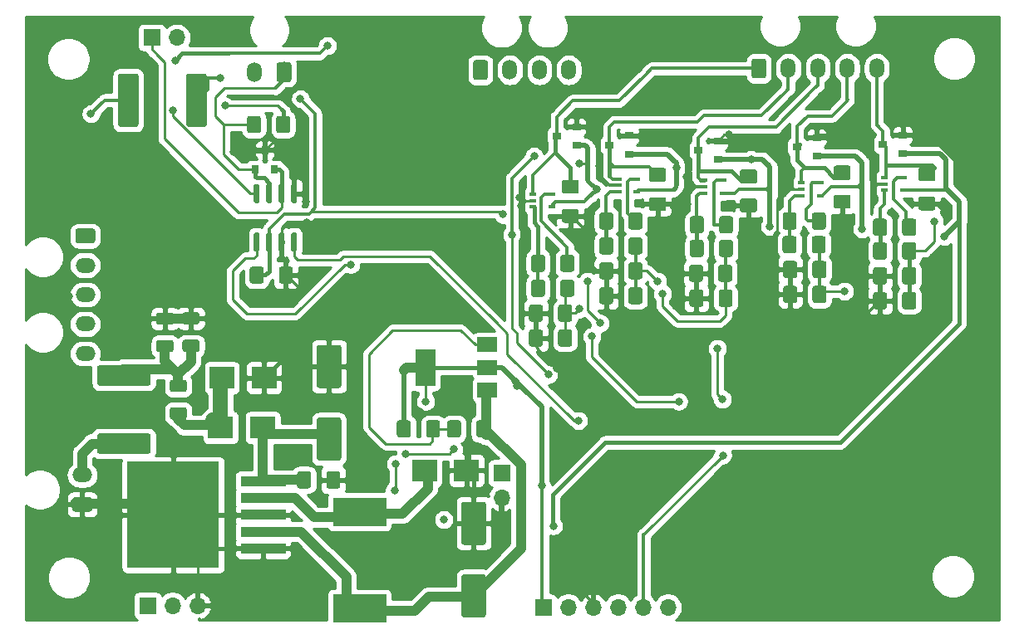
<source format=gbl>
%TF.GenerationSoftware,KiCad,Pcbnew,(5.1.6)-1*%
%TF.CreationDate,2021-05-10T23:00:48+02:00*%
%TF.ProjectId,karta_stm,6b617274-615f-4737-946d-2e6b69636164,rev?*%
%TF.SameCoordinates,Original*%
%TF.FileFunction,Copper,L2,Bot*%
%TF.FilePolarity,Positive*%
%FSLAX46Y46*%
G04 Gerber Fmt 4.6, Leading zero omitted, Abs format (unit mm)*
G04 Created by KiCad (PCBNEW (5.1.6)-1) date 2021-05-10 23:00:48*
%MOMM*%
%LPD*%
G01*
G04 APERTURE LIST*
%TA.AperFunction,ComponentPad*%
%ADD10O,1.700000X1.700000*%
%TD*%
%TA.AperFunction,ComponentPad*%
%ADD11R,1.700000X1.700000*%
%TD*%
%TA.AperFunction,ComponentPad*%
%ADD12O,1.500000X2.020000*%
%TD*%
%TA.AperFunction,ComponentPad*%
%ADD13O,2.020000X1.500000*%
%TD*%
%TA.AperFunction,SMDPad,CuDef*%
%ADD14R,9.400000X10.800000*%
%TD*%
%TA.AperFunction,SMDPad,CuDef*%
%ADD15R,4.600000X1.100000*%
%TD*%
%TA.AperFunction,SMDPad,CuDef*%
%ADD16R,2.000000X1.500000*%
%TD*%
%TA.AperFunction,SMDPad,CuDef*%
%ADD17R,2.000000X3.800000*%
%TD*%
%TA.AperFunction,SMDPad,CuDef*%
%ADD18R,0.650000X0.400000*%
%TD*%
%TA.AperFunction,SMDPad,CuDef*%
%ADD19R,0.900000X0.800000*%
%TD*%
%TA.AperFunction,SMDPad,CuDef*%
%ADD20R,2.500000X2.300000*%
%TD*%
%TA.AperFunction,SMDPad,CuDef*%
%ADD21R,5.400000X2.900000*%
%TD*%
%TA.AperFunction,SMDPad,CuDef*%
%ADD22R,0.800000X0.900000*%
%TD*%
%TA.AperFunction,ViaPad*%
%ADD23C,0.800000*%
%TD*%
%TA.AperFunction,Conductor*%
%ADD24C,0.300000*%
%TD*%
%TA.AperFunction,Conductor*%
%ADD25C,0.250000*%
%TD*%
%TA.AperFunction,Conductor*%
%ADD26C,0.400000*%
%TD*%
%TA.AperFunction,Conductor*%
%ADD27C,1.500000*%
%TD*%
%TA.AperFunction,Conductor*%
%ADD28C,1.000000*%
%TD*%
%TA.AperFunction,Conductor*%
%ADD29C,0.500000*%
%TD*%
%TA.AperFunction,Conductor*%
%ADD30C,0.254000*%
%TD*%
G04 APERTURE END LIST*
%TO.P,L3,2*%
%TO.N,Net-(C23-Pad1)*%
%TA.AperFunction,SMDPad,CuDef*%
G36*
G01*
X105730200Y-91055200D02*
X104480200Y-91055200D01*
G75*
G02*
X104230200Y-90805200I0J250000D01*
G01*
X104230200Y-90055200D01*
G75*
G02*
X104480200Y-89805200I250000J0D01*
G01*
X105730200Y-89805200D01*
G75*
G02*
X105980200Y-90055200I0J-250000D01*
G01*
X105980200Y-90805200D01*
G75*
G02*
X105730200Y-91055200I-250000J0D01*
G01*
G37*
%TD.AperFunction*%
%TO.P,L3,1*%
%TO.N,Net-(D2-Pad1)*%
%TA.AperFunction,SMDPad,CuDef*%
G36*
G01*
X105730200Y-93855200D02*
X104480200Y-93855200D01*
G75*
G02*
X104230200Y-93605200I0J250000D01*
G01*
X104230200Y-92855200D01*
G75*
G02*
X104480200Y-92605200I250000J0D01*
G01*
X105730200Y-92605200D01*
G75*
G02*
X105980200Y-92855200I0J-250000D01*
G01*
X105980200Y-93605200D01*
G75*
G02*
X105730200Y-93855200I-250000J0D01*
G01*
G37*
%TD.AperFunction*%
%TD*%
D10*
%TO.P,J2,6*%
%TO.N,SWO*%
X154990800Y-113030000D03*
%TO.P,J2,5*%
%TO.N,NRST*%
X152450800Y-113030000D03*
%TO.P,J2,4*%
%TO.N,SWDIO*%
X149910800Y-113030000D03*
%TO.P,J2,3*%
%TO.N,GND*%
X147370800Y-113030000D03*
%TO.P,J2,2*%
%TO.N,SWDCLK*%
X144830800Y-113030000D03*
D11*
%TO.P,J2,1*%
%TO.N,+3V3*%
X142290800Y-113030000D03*
%TD*%
D12*
%TO.P,J6,4*%
%TO.N,IN_3*%
X144890000Y-58191400D03*
%TO.P,J6,3*%
%TO.N,IN_2*%
X141890000Y-58191400D03*
%TO.P,J6,2*%
%TO.N,IN_1*%
X138890000Y-58191400D03*
%TO.P,J6,1*%
%TO.N,IN_0*%
%TA.AperFunction,ComponentPad*%
G36*
G01*
X135140000Y-58951400D02*
X135140000Y-57431400D01*
G75*
G02*
X135390000Y-57181400I250000J0D01*
G01*
X136390000Y-57181400D01*
G75*
G02*
X136640000Y-57431400I0J-250000D01*
G01*
X136640000Y-58951400D01*
G75*
G02*
X136390000Y-59201400I-250000J0D01*
G01*
X135390000Y-59201400D01*
G75*
G02*
X135140000Y-58951400I0J250000D01*
G01*
G37*
%TD.AperFunction*%
%TD*%
%TO.P,J5,5*%
%TO.N,ADC_IN0*%
X176253400Y-58039000D03*
%TO.P,J5,4*%
%TO.N,ADC_IN1*%
X173253400Y-58039000D03*
%TO.P,J5,3*%
%TO.N,ADC_IN2*%
X170253400Y-58039000D03*
%TO.P,J5,2*%
%TO.N,ADC_IN3*%
X167253400Y-58039000D03*
%TO.P,J5,1*%
%TO.N,ADC_IN4*%
%TA.AperFunction,ComponentPad*%
G36*
G01*
X163503400Y-58799000D02*
X163503400Y-57279000D01*
G75*
G02*
X163753400Y-57029000I250000J0D01*
G01*
X164753400Y-57029000D01*
G75*
G02*
X165003400Y-57279000I0J-250000D01*
G01*
X165003400Y-58799000D01*
G75*
G02*
X164753400Y-59049000I-250000J0D01*
G01*
X163753400Y-59049000D01*
G75*
G02*
X163503400Y-58799000I0J250000D01*
G01*
G37*
%TD.AperFunction*%
%TD*%
D13*
%TO.P,J4,2*%
%TO.N,+BATT*%
X95328200Y-99515800D03*
%TO.P,J4,1*%
%TO.N,GND*%
%TA.AperFunction,ComponentPad*%
G36*
G01*
X96088200Y-103265800D02*
X94568200Y-103265800D01*
G75*
G02*
X94318200Y-103015800I0J250000D01*
G01*
X94318200Y-102015800D01*
G75*
G02*
X94568200Y-101765800I250000J0D01*
G01*
X96088200Y-101765800D01*
G75*
G02*
X96338200Y-102015800I0J-250000D01*
G01*
X96338200Y-103015800D01*
G75*
G02*
X96088200Y-103265800I-250000J0D01*
G01*
G37*
%TD.AperFunction*%
%TD*%
%TO.P,J3,5*%
%TO.N,OUT_0*%
X95633000Y-87113000D03*
%TO.P,J3,4*%
%TO.N,OUT_1*%
X95633000Y-84113000D03*
%TO.P,J3,3*%
%TO.N,OUT_2*%
X95633000Y-81113000D03*
%TO.P,J3,2*%
%TO.N,OUT_3*%
X95633000Y-78113000D03*
%TO.P,J3,1*%
%TO.N,OUT_4*%
%TA.AperFunction,ComponentPad*%
G36*
G01*
X94873000Y-74363000D02*
X96393000Y-74363000D01*
G75*
G02*
X96643000Y-74613000I0J-250000D01*
G01*
X96643000Y-75613000D01*
G75*
G02*
X96393000Y-75863000I-250000J0D01*
G01*
X94873000Y-75863000D01*
G75*
G02*
X94623000Y-75613000I0J250000D01*
G01*
X94623000Y-74613000D01*
G75*
G02*
X94873000Y-74363000I250000J0D01*
G01*
G37*
%TD.AperFunction*%
%TD*%
D12*
%TO.P,J1,2*%
%TO.N,CAN_H*%
X112874800Y-58420000D03*
%TO.P,J1,1*%
%TO.N,CAN_L*%
%TA.AperFunction,ComponentPad*%
G36*
G01*
X116624800Y-57660000D02*
X116624800Y-59180000D01*
G75*
G02*
X116374800Y-59430000I-250000J0D01*
G01*
X115374800Y-59430000D01*
G75*
G02*
X115124800Y-59180000I0J250000D01*
G01*
X115124800Y-57660000D01*
G75*
G02*
X115374800Y-57410000I250000J0D01*
G01*
X116374800Y-57410000D01*
G75*
G02*
X116624800Y-57660000I0J-250000D01*
G01*
G37*
%TD.AperFunction*%
%TD*%
D10*
%TO.P,J7,3*%
%TO.N,GND*%
X107061000Y-112826800D03*
%TO.P,J7,2*%
%TO.N,Net-(J7-Pad2)*%
X104521000Y-112826800D03*
D11*
%TO.P,J7,1*%
%TO.N,Net-(J7-Pad1)*%
X101981000Y-112826800D03*
%TD*%
%TO.P,C24,2*%
%TO.N,GND*%
%TA.AperFunction,SMDPad,CuDef*%
G36*
G01*
X104358600Y-84191000D02*
X103108600Y-84191000D01*
G75*
G02*
X102858600Y-83941000I0J250000D01*
G01*
X102858600Y-83191000D01*
G75*
G02*
X103108600Y-82941000I250000J0D01*
G01*
X104358600Y-82941000D01*
G75*
G02*
X104608600Y-83191000I0J-250000D01*
G01*
X104608600Y-83941000D01*
G75*
G02*
X104358600Y-84191000I-250000J0D01*
G01*
G37*
%TD.AperFunction*%
%TO.P,C24,1*%
%TO.N,Net-(C23-Pad1)*%
%TA.AperFunction,SMDPad,CuDef*%
G36*
G01*
X104358600Y-86991000D02*
X103108600Y-86991000D01*
G75*
G02*
X102858600Y-86741000I0J250000D01*
G01*
X102858600Y-85991000D01*
G75*
G02*
X103108600Y-85741000I250000J0D01*
G01*
X104358600Y-85741000D01*
G75*
G02*
X104608600Y-85991000I0J-250000D01*
G01*
X104608600Y-86741000D01*
G75*
G02*
X104358600Y-86991000I-250000J0D01*
G01*
G37*
%TD.AperFunction*%
%TD*%
%TO.P,C23,2*%
%TO.N,GND*%
%TA.AperFunction,SMDPad,CuDef*%
G36*
G01*
X107025600Y-84159600D02*
X105775600Y-84159600D01*
G75*
G02*
X105525600Y-83909600I0J250000D01*
G01*
X105525600Y-83159600D01*
G75*
G02*
X105775600Y-82909600I250000J0D01*
G01*
X107025600Y-82909600D01*
G75*
G02*
X107275600Y-83159600I0J-250000D01*
G01*
X107275600Y-83909600D01*
G75*
G02*
X107025600Y-84159600I-250000J0D01*
G01*
G37*
%TD.AperFunction*%
%TO.P,C23,1*%
%TO.N,Net-(C23-Pad1)*%
%TA.AperFunction,SMDPad,CuDef*%
G36*
G01*
X107025600Y-86959600D02*
X105775600Y-86959600D01*
G75*
G02*
X105525600Y-86709600I0J250000D01*
G01*
X105525600Y-85959600D01*
G75*
G02*
X105775600Y-85709600I250000J0D01*
G01*
X107025600Y-85709600D01*
G75*
G02*
X107275600Y-85959600I0J-250000D01*
G01*
X107275600Y-86709600D01*
G75*
G02*
X107025600Y-86959600I-250000J0D01*
G01*
G37*
%TD.AperFunction*%
%TD*%
D14*
%TO.P,U3,3*%
%TO.N,GND*%
X104596500Y-103587500D03*
D15*
%TO.P,U3,5*%
X113746500Y-106987500D03*
%TO.P,U3,4*%
%TO.N,+5V*%
X113746500Y-105287500D03*
%TO.P,U3,3*%
%TO.N,GND*%
X113746500Y-103587500D03*
%TO.P,U3,2*%
%TO.N,Net-(D4-Pad1)*%
X113746500Y-101887500D03*
%TO.P,U3,1*%
%TO.N,Net-(C13-Pad1)*%
X113746500Y-100187500D03*
%TD*%
%TO.P,R21,2*%
%TO.N,Net-(R21-Pad2)*%
%TA.AperFunction,SMDPad,CuDef*%
G36*
G01*
X160196500Y-74610000D02*
X160196500Y-73360000D01*
G75*
G02*
X160446500Y-73110000I250000J0D01*
G01*
X161371500Y-73110000D01*
G75*
G02*
X161621500Y-73360000I0J-250000D01*
G01*
X161621500Y-74610000D01*
G75*
G02*
X161371500Y-74860000I-250000J0D01*
G01*
X160446500Y-74860000D01*
G75*
G02*
X160196500Y-74610000I0J250000D01*
G01*
G37*
%TD.AperFunction*%
%TO.P,R21,1*%
%TO.N,Net-(R21-Pad1)*%
%TA.AperFunction,SMDPad,CuDef*%
G36*
G01*
X157221500Y-74610000D02*
X157221500Y-73360000D01*
G75*
G02*
X157471500Y-73110000I250000J0D01*
G01*
X158396500Y-73110000D01*
G75*
G02*
X158646500Y-73360000I0J-250000D01*
G01*
X158646500Y-74610000D01*
G75*
G02*
X158396500Y-74860000I-250000J0D01*
G01*
X157471500Y-74860000D01*
G75*
G02*
X157221500Y-74610000I0J250000D01*
G01*
G37*
%TD.AperFunction*%
%TD*%
%TO.P,C16,2*%
%TO.N,Net-(C15-Pad2)*%
%TA.AperFunction,SMDPad,CuDef*%
G36*
G01*
X130342000Y-95430500D02*
X130342000Y-94180500D01*
G75*
G02*
X130592000Y-93930500I250000J0D01*
G01*
X131517000Y-93930500D01*
G75*
G02*
X131767000Y-94180500I0J-250000D01*
G01*
X131767000Y-95430500D01*
G75*
G02*
X131517000Y-95680500I-250000J0D01*
G01*
X130592000Y-95680500D01*
G75*
G02*
X130342000Y-95430500I0J250000D01*
G01*
G37*
%TD.AperFunction*%
%TO.P,C16,1*%
%TO.N,+3V3*%
%TA.AperFunction,SMDPad,CuDef*%
G36*
G01*
X127367000Y-95430500D02*
X127367000Y-94180500D01*
G75*
G02*
X127617000Y-93930500I250000J0D01*
G01*
X128542000Y-93930500D01*
G75*
G02*
X128792000Y-94180500I0J-250000D01*
G01*
X128792000Y-95430500D01*
G75*
G02*
X128542000Y-95680500I-250000J0D01*
G01*
X127617000Y-95680500D01*
G75*
G02*
X127367000Y-95430500I0J250000D01*
G01*
G37*
%TD.AperFunction*%
%TD*%
%TO.P,R23,2*%
%TO.N,GND*%
%TA.AperFunction,SMDPad,CuDef*%
G36*
G01*
X158560500Y-78313000D02*
X158560500Y-79563000D01*
G75*
G02*
X158310500Y-79813000I-250000J0D01*
G01*
X157385500Y-79813000D01*
G75*
G02*
X157135500Y-79563000I0J250000D01*
G01*
X157135500Y-78313000D01*
G75*
G02*
X157385500Y-78063000I250000J0D01*
G01*
X158310500Y-78063000D01*
G75*
G02*
X158560500Y-78313000I0J-250000D01*
G01*
G37*
%TD.AperFunction*%
%TO.P,R23,1*%
%TO.N,ADC_2*%
%TA.AperFunction,SMDPad,CuDef*%
G36*
G01*
X161535500Y-78313000D02*
X161535500Y-79563000D01*
G75*
G02*
X161285500Y-79813000I-250000J0D01*
G01*
X160360500Y-79813000D01*
G75*
G02*
X160110500Y-79563000I0J250000D01*
G01*
X160110500Y-78313000D01*
G75*
G02*
X160360500Y-78063000I250000J0D01*
G01*
X161285500Y-78063000D01*
G75*
G02*
X161535500Y-78313000I0J-250000D01*
G01*
G37*
%TD.AperFunction*%
%TD*%
D16*
%TO.P,U4,1*%
%TO.N,Net-(C15-Pad2)*%
X136587900Y-86231300D03*
%TO.P,U4,3*%
%TO.N,+5V*%
X136587900Y-90831300D03*
%TO.P,U4,2*%
%TO.N,+3V3*%
X136587900Y-88531300D03*
D17*
X130287900Y-88531300D03*
%TD*%
%TO.P,U2,8*%
%TO.N,GND*%
%TA.AperFunction,SMDPad,CuDef*%
G36*
G01*
X117056500Y-71786000D02*
X116756500Y-71786000D01*
G75*
G02*
X116606500Y-71636000I0J150000D01*
G01*
X116606500Y-69986000D01*
G75*
G02*
X116756500Y-69836000I150000J0D01*
G01*
X117056500Y-69836000D01*
G75*
G02*
X117206500Y-69986000I0J-150000D01*
G01*
X117206500Y-71636000D01*
G75*
G02*
X117056500Y-71786000I-150000J0D01*
G01*
G37*
%TD.AperFunction*%
%TO.P,U2,7*%
%TO.N,CAN_H*%
%TA.AperFunction,SMDPad,CuDef*%
G36*
G01*
X115786500Y-71786000D02*
X115486500Y-71786000D01*
G75*
G02*
X115336500Y-71636000I0J150000D01*
G01*
X115336500Y-69986000D01*
G75*
G02*
X115486500Y-69836000I150000J0D01*
G01*
X115786500Y-69836000D01*
G75*
G02*
X115936500Y-69986000I0J-150000D01*
G01*
X115936500Y-71636000D01*
G75*
G02*
X115786500Y-71786000I-150000J0D01*
G01*
G37*
%TD.AperFunction*%
%TO.P,U2,6*%
%TO.N,CAN_L*%
%TA.AperFunction,SMDPad,CuDef*%
G36*
G01*
X114516500Y-71786000D02*
X114216500Y-71786000D01*
G75*
G02*
X114066500Y-71636000I0J150000D01*
G01*
X114066500Y-69986000D01*
G75*
G02*
X114216500Y-69836000I150000J0D01*
G01*
X114516500Y-69836000D01*
G75*
G02*
X114666500Y-69986000I0J-150000D01*
G01*
X114666500Y-71636000D01*
G75*
G02*
X114516500Y-71786000I-150000J0D01*
G01*
G37*
%TD.AperFunction*%
%TO.P,U2,5*%
%TO.N,+3V3*%
%TA.AperFunction,SMDPad,CuDef*%
G36*
G01*
X113246500Y-71786000D02*
X112946500Y-71786000D01*
G75*
G02*
X112796500Y-71636000I0J150000D01*
G01*
X112796500Y-69986000D01*
G75*
G02*
X112946500Y-69836000I150000J0D01*
G01*
X113246500Y-69836000D01*
G75*
G02*
X113396500Y-69986000I0J-150000D01*
G01*
X113396500Y-71636000D01*
G75*
G02*
X113246500Y-71786000I-150000J0D01*
G01*
G37*
%TD.AperFunction*%
%TO.P,U2,4*%
%TO.N,CAN_RX*%
%TA.AperFunction,SMDPad,CuDef*%
G36*
G01*
X113246500Y-76736000D02*
X112946500Y-76736000D01*
G75*
G02*
X112796500Y-76586000I0J150000D01*
G01*
X112796500Y-74936000D01*
G75*
G02*
X112946500Y-74786000I150000J0D01*
G01*
X113246500Y-74786000D01*
G75*
G02*
X113396500Y-74936000I0J-150000D01*
G01*
X113396500Y-76586000D01*
G75*
G02*
X113246500Y-76736000I-150000J0D01*
G01*
G37*
%TD.AperFunction*%
%TO.P,U2,3*%
%TO.N,+5V*%
%TA.AperFunction,SMDPad,CuDef*%
G36*
G01*
X114516500Y-76736000D02*
X114216500Y-76736000D01*
G75*
G02*
X114066500Y-76586000I0J150000D01*
G01*
X114066500Y-74936000D01*
G75*
G02*
X114216500Y-74786000I150000J0D01*
G01*
X114516500Y-74786000D01*
G75*
G02*
X114666500Y-74936000I0J-150000D01*
G01*
X114666500Y-76586000D01*
G75*
G02*
X114516500Y-76736000I-150000J0D01*
G01*
G37*
%TD.AperFunction*%
%TO.P,U2,2*%
%TO.N,GND*%
%TA.AperFunction,SMDPad,CuDef*%
G36*
G01*
X115786500Y-76736000D02*
X115486500Y-76736000D01*
G75*
G02*
X115336500Y-76586000I0J150000D01*
G01*
X115336500Y-74936000D01*
G75*
G02*
X115486500Y-74786000I150000J0D01*
G01*
X115786500Y-74786000D01*
G75*
G02*
X115936500Y-74936000I0J-150000D01*
G01*
X115936500Y-76586000D01*
G75*
G02*
X115786500Y-76736000I-150000J0D01*
G01*
G37*
%TD.AperFunction*%
%TO.P,U2,1*%
%TO.N,CAN_TX*%
%TA.AperFunction,SMDPad,CuDef*%
G36*
G01*
X117056500Y-76736000D02*
X116756500Y-76736000D01*
G75*
G02*
X116606500Y-76586000I0J150000D01*
G01*
X116606500Y-74936000D01*
G75*
G02*
X116756500Y-74786000I150000J0D01*
G01*
X117056500Y-74786000D01*
G75*
G02*
X117206500Y-74936000I0J-150000D01*
G01*
X117206500Y-76586000D01*
G75*
G02*
X117056500Y-76736000I-150000J0D01*
G01*
G37*
%TD.AperFunction*%
%TD*%
%TO.P,R17,2*%
%TO.N,Net-(R17-Pad2)*%
%TA.AperFunction,SMDPad,CuDef*%
G36*
G01*
X169648500Y-74229000D02*
X169648500Y-72979000D01*
G75*
G02*
X169898500Y-72729000I250000J0D01*
G01*
X170823500Y-72729000D01*
G75*
G02*
X171073500Y-72979000I0J-250000D01*
G01*
X171073500Y-74229000D01*
G75*
G02*
X170823500Y-74479000I-250000J0D01*
G01*
X169898500Y-74479000D01*
G75*
G02*
X169648500Y-74229000I0J250000D01*
G01*
G37*
%TD.AperFunction*%
%TO.P,R17,1*%
%TO.N,Net-(R17-Pad1)*%
%TA.AperFunction,SMDPad,CuDef*%
G36*
G01*
X166673500Y-74229000D02*
X166673500Y-72979000D01*
G75*
G02*
X166923500Y-72729000I250000J0D01*
G01*
X167848500Y-72729000D01*
G75*
G02*
X168098500Y-72979000I0J-250000D01*
G01*
X168098500Y-74229000D01*
G75*
G02*
X167848500Y-74479000I-250000J0D01*
G01*
X166923500Y-74479000D01*
G75*
G02*
X166673500Y-74229000I0J250000D01*
G01*
G37*
%TD.AperFunction*%
%TD*%
%TO.P,R13,2*%
%TO.N,GND*%
%TA.AperFunction,SMDPad,CuDef*%
G36*
G01*
X177302500Y-78567000D02*
X177302500Y-79817000D01*
G75*
G02*
X177052500Y-80067000I-250000J0D01*
G01*
X176127500Y-80067000D01*
G75*
G02*
X175877500Y-79817000I0J250000D01*
G01*
X175877500Y-78567000D01*
G75*
G02*
X176127500Y-78317000I250000J0D01*
G01*
X177052500Y-78317000D01*
G75*
G02*
X177302500Y-78567000I0J-250000D01*
G01*
G37*
%TD.AperFunction*%
%TO.P,R13,1*%
%TO.N,ADC_0*%
%TA.AperFunction,SMDPad,CuDef*%
G36*
G01*
X180277500Y-78567000D02*
X180277500Y-79817000D01*
G75*
G02*
X180027500Y-80067000I-250000J0D01*
G01*
X179102500Y-80067000D01*
G75*
G02*
X178852500Y-79817000I0J250000D01*
G01*
X178852500Y-78567000D01*
G75*
G02*
X179102500Y-78317000I250000J0D01*
G01*
X180027500Y-78317000D01*
G75*
G02*
X180277500Y-78567000I0J-250000D01*
G01*
G37*
%TD.AperFunction*%
%TD*%
%TO.P,R8,2*%
%TO.N,GND*%
%TA.AperFunction,SMDPad,CuDef*%
G36*
G01*
X180731000Y-71096500D02*
X181981000Y-71096500D01*
G75*
G02*
X182231000Y-71346500I0J-250000D01*
G01*
X182231000Y-72271500D01*
G75*
G02*
X181981000Y-72521500I-250000J0D01*
G01*
X180731000Y-72521500D01*
G75*
G02*
X180481000Y-72271500I0J250000D01*
G01*
X180481000Y-71346500D01*
G75*
G02*
X180731000Y-71096500I250000J0D01*
G01*
G37*
%TD.AperFunction*%
%TO.P,R8,1*%
%TO.N,ADC_IN0*%
%TA.AperFunction,SMDPad,CuDef*%
G36*
G01*
X180731000Y-68121500D02*
X181981000Y-68121500D01*
G75*
G02*
X182231000Y-68371500I0J-250000D01*
G01*
X182231000Y-69296500D01*
G75*
G02*
X181981000Y-69546500I-250000J0D01*
G01*
X180731000Y-69546500D01*
G75*
G02*
X180481000Y-69296500I0J250000D01*
G01*
X180481000Y-68371500D01*
G75*
G02*
X180731000Y-68121500I250000J0D01*
G01*
G37*
%TD.AperFunction*%
%TD*%
%TO.P,R14,2*%
%TO.N,ADC_4*%
%TA.AperFunction,SMDPad,CuDef*%
G36*
G01*
X144018000Y-81087000D02*
X144018000Y-79837000D01*
G75*
G02*
X144268000Y-79587000I250000J0D01*
G01*
X145193000Y-79587000D01*
G75*
G02*
X145443000Y-79837000I0J-250000D01*
G01*
X145443000Y-81087000D01*
G75*
G02*
X145193000Y-81337000I-250000J0D01*
G01*
X144268000Y-81337000D01*
G75*
G02*
X144018000Y-81087000I0J250000D01*
G01*
G37*
%TD.AperFunction*%
%TO.P,R14,1*%
%TO.N,Net-(R11-Pad1)*%
%TA.AperFunction,SMDPad,CuDef*%
G36*
G01*
X141043000Y-81087000D02*
X141043000Y-79837000D01*
G75*
G02*
X141293000Y-79587000I250000J0D01*
G01*
X142218000Y-79587000D01*
G75*
G02*
X142468000Y-79837000I0J-250000D01*
G01*
X142468000Y-81087000D01*
G75*
G02*
X142218000Y-81337000I-250000J0D01*
G01*
X141293000Y-81337000D01*
G75*
G02*
X141043000Y-81087000I0J250000D01*
G01*
G37*
%TD.AperFunction*%
%TD*%
%TO.P,R12,2*%
%TO.N,ADC_0*%
%TA.AperFunction,SMDPad,CuDef*%
G36*
G01*
X178852500Y-77277000D02*
X178852500Y-76027000D01*
G75*
G02*
X179102500Y-75777000I250000J0D01*
G01*
X180027500Y-75777000D01*
G75*
G02*
X180277500Y-76027000I0J-250000D01*
G01*
X180277500Y-77277000D01*
G75*
G02*
X180027500Y-77527000I-250000J0D01*
G01*
X179102500Y-77527000D01*
G75*
G02*
X178852500Y-77277000I0J250000D01*
G01*
G37*
%TD.AperFunction*%
%TO.P,R12,1*%
%TO.N,Net-(R12-Pad1)*%
%TA.AperFunction,SMDPad,CuDef*%
G36*
G01*
X175877500Y-77277000D02*
X175877500Y-76027000D01*
G75*
G02*
X176127500Y-75777000I250000J0D01*
G01*
X177052500Y-75777000D01*
G75*
G02*
X177302500Y-76027000I0J-250000D01*
G01*
X177302500Y-77277000D01*
G75*
G02*
X177052500Y-77527000I-250000J0D01*
G01*
X176127500Y-77527000D01*
G75*
G02*
X175877500Y-77277000I0J250000D01*
G01*
G37*
%TD.AperFunction*%
%TD*%
%TO.P,R16,2*%
%TO.N,GND*%
%TA.AperFunction,SMDPad,CuDef*%
G36*
G01*
X172095000Y-70915500D02*
X173345000Y-70915500D01*
G75*
G02*
X173595000Y-71165500I0J-250000D01*
G01*
X173595000Y-72090500D01*
G75*
G02*
X173345000Y-72340500I-250000J0D01*
G01*
X172095000Y-72340500D01*
G75*
G02*
X171845000Y-72090500I0J250000D01*
G01*
X171845000Y-71165500D01*
G75*
G02*
X172095000Y-70915500I250000J0D01*
G01*
G37*
%TD.AperFunction*%
%TO.P,R16,1*%
%TO.N,ADC_IN1*%
%TA.AperFunction,SMDPad,CuDef*%
G36*
G01*
X172095000Y-67940500D02*
X173345000Y-67940500D01*
G75*
G02*
X173595000Y-68190500I0J-250000D01*
G01*
X173595000Y-69115500D01*
G75*
G02*
X173345000Y-69365500I-250000J0D01*
G01*
X172095000Y-69365500D01*
G75*
G02*
X171845000Y-69115500I0J250000D01*
G01*
X171845000Y-68190500D01*
G75*
G02*
X172095000Y-67940500I250000J0D01*
G01*
G37*
%TD.AperFunction*%
%TD*%
%TO.P,R11,2*%
%TO.N,Net-(R11-Pad2)*%
%TA.AperFunction,SMDPad,CuDef*%
G36*
G01*
X144018000Y-78547000D02*
X144018000Y-77297000D01*
G75*
G02*
X144268000Y-77047000I250000J0D01*
G01*
X145193000Y-77047000D01*
G75*
G02*
X145443000Y-77297000I0J-250000D01*
G01*
X145443000Y-78547000D01*
G75*
G02*
X145193000Y-78797000I-250000J0D01*
G01*
X144268000Y-78797000D01*
G75*
G02*
X144018000Y-78547000I0J250000D01*
G01*
G37*
%TD.AperFunction*%
%TO.P,R11,1*%
%TO.N,Net-(R11-Pad1)*%
%TA.AperFunction,SMDPad,CuDef*%
G36*
G01*
X141043000Y-78547000D02*
X141043000Y-77297000D01*
G75*
G02*
X141293000Y-77047000I250000J0D01*
G01*
X142218000Y-77047000D01*
G75*
G02*
X142468000Y-77297000I0J-250000D01*
G01*
X142468000Y-78547000D01*
G75*
G02*
X142218000Y-78797000I-250000J0D01*
G01*
X141293000Y-78797000D01*
G75*
G02*
X141043000Y-78547000I0J250000D01*
G01*
G37*
%TD.AperFunction*%
%TD*%
%TO.P,R19,2*%
%TO.N,GND*%
%TA.AperFunction,SMDPad,CuDef*%
G36*
G01*
X168158500Y-77932000D02*
X168158500Y-79182000D01*
G75*
G02*
X167908500Y-79432000I-250000J0D01*
G01*
X166983500Y-79432000D01*
G75*
G02*
X166733500Y-79182000I0J250000D01*
G01*
X166733500Y-77932000D01*
G75*
G02*
X166983500Y-77682000I250000J0D01*
G01*
X167908500Y-77682000D01*
G75*
G02*
X168158500Y-77932000I0J-250000D01*
G01*
G37*
%TD.AperFunction*%
%TO.P,R19,1*%
%TO.N,ADC_1*%
%TA.AperFunction,SMDPad,CuDef*%
G36*
G01*
X171133500Y-77932000D02*
X171133500Y-79182000D01*
G75*
G02*
X170883500Y-79432000I-250000J0D01*
G01*
X169958500Y-79432000D01*
G75*
G02*
X169708500Y-79182000I0J250000D01*
G01*
X169708500Y-77932000D01*
G75*
G02*
X169958500Y-77682000I250000J0D01*
G01*
X170883500Y-77682000D01*
G75*
G02*
X171133500Y-77932000I0J-250000D01*
G01*
G37*
%TD.AperFunction*%
%TD*%
%TO.P,R10,2*%
%TO.N,GND*%
%TA.AperFunction,SMDPad,CuDef*%
G36*
G01*
X144409000Y-72366500D02*
X145659000Y-72366500D01*
G75*
G02*
X145909000Y-72616500I0J-250000D01*
G01*
X145909000Y-73541500D01*
G75*
G02*
X145659000Y-73791500I-250000J0D01*
G01*
X144409000Y-73791500D01*
G75*
G02*
X144159000Y-73541500I0J250000D01*
G01*
X144159000Y-72616500D01*
G75*
G02*
X144409000Y-72366500I250000J0D01*
G01*
G37*
%TD.AperFunction*%
%TO.P,R10,1*%
%TO.N,ADC_IN4*%
%TA.AperFunction,SMDPad,CuDef*%
G36*
G01*
X144409000Y-69391500D02*
X145659000Y-69391500D01*
G75*
G02*
X145909000Y-69641500I0J-250000D01*
G01*
X145909000Y-70566500D01*
G75*
G02*
X145659000Y-70816500I-250000J0D01*
G01*
X144409000Y-70816500D01*
G75*
G02*
X144159000Y-70566500I0J250000D01*
G01*
X144159000Y-69641500D01*
G75*
G02*
X144409000Y-69391500I250000J0D01*
G01*
G37*
%TD.AperFunction*%
%TD*%
%TO.P,R15,2*%
%TO.N,GND*%
%TA.AperFunction,SMDPad,CuDef*%
G36*
G01*
X142250500Y-82377000D02*
X142250500Y-83627000D01*
G75*
G02*
X142000500Y-83877000I-250000J0D01*
G01*
X141075500Y-83877000D01*
G75*
G02*
X140825500Y-83627000I0J250000D01*
G01*
X140825500Y-82377000D01*
G75*
G02*
X141075500Y-82127000I250000J0D01*
G01*
X142000500Y-82127000D01*
G75*
G02*
X142250500Y-82377000I0J-250000D01*
G01*
G37*
%TD.AperFunction*%
%TO.P,R15,1*%
%TO.N,ADC_4*%
%TA.AperFunction,SMDPad,CuDef*%
G36*
G01*
X145225500Y-82377000D02*
X145225500Y-83627000D01*
G75*
G02*
X144975500Y-83877000I-250000J0D01*
G01*
X144050500Y-83877000D01*
G75*
G02*
X143800500Y-83627000I0J250000D01*
G01*
X143800500Y-82377000D01*
G75*
G02*
X144050500Y-82127000I250000J0D01*
G01*
X144975500Y-82127000D01*
G75*
G02*
X145225500Y-82377000I0J-250000D01*
G01*
G37*
%TD.AperFunction*%
%TD*%
%TO.P,R6,2*%
%TO.N,ADC_3*%
%TA.AperFunction,SMDPad,CuDef*%
G36*
G01*
X150966500Y-76769000D02*
X150966500Y-75519000D01*
G75*
G02*
X151216500Y-75269000I250000J0D01*
G01*
X152141500Y-75269000D01*
G75*
G02*
X152391500Y-75519000I0J-250000D01*
G01*
X152391500Y-76769000D01*
G75*
G02*
X152141500Y-77019000I-250000J0D01*
G01*
X151216500Y-77019000D01*
G75*
G02*
X150966500Y-76769000I0J250000D01*
G01*
G37*
%TD.AperFunction*%
%TO.P,R6,1*%
%TO.N,Net-(R5-Pad1)*%
%TA.AperFunction,SMDPad,CuDef*%
G36*
G01*
X147991500Y-76769000D02*
X147991500Y-75519000D01*
G75*
G02*
X148241500Y-75269000I250000J0D01*
G01*
X149166500Y-75269000D01*
G75*
G02*
X149416500Y-75519000I0J-250000D01*
G01*
X149416500Y-76769000D01*
G75*
G02*
X149166500Y-77019000I-250000J0D01*
G01*
X148241500Y-77019000D01*
G75*
G02*
X147991500Y-76769000I0J250000D01*
G01*
G37*
%TD.AperFunction*%
%TD*%
%TO.P,R5,2*%
%TO.N,Net-(R5-Pad2)*%
%TA.AperFunction,SMDPad,CuDef*%
G36*
G01*
X150966500Y-74229000D02*
X150966500Y-72979000D01*
G75*
G02*
X151216500Y-72729000I250000J0D01*
G01*
X152141500Y-72729000D01*
G75*
G02*
X152391500Y-72979000I0J-250000D01*
G01*
X152391500Y-74229000D01*
G75*
G02*
X152141500Y-74479000I-250000J0D01*
G01*
X151216500Y-74479000D01*
G75*
G02*
X150966500Y-74229000I0J250000D01*
G01*
G37*
%TD.AperFunction*%
%TO.P,R5,1*%
%TO.N,Net-(R5-Pad1)*%
%TA.AperFunction,SMDPad,CuDef*%
G36*
G01*
X147991500Y-74229000D02*
X147991500Y-72979000D01*
G75*
G02*
X148241500Y-72729000I250000J0D01*
G01*
X149166500Y-72729000D01*
G75*
G02*
X149416500Y-72979000I0J-250000D01*
G01*
X149416500Y-74229000D01*
G75*
G02*
X149166500Y-74479000I-250000J0D01*
G01*
X148241500Y-74479000D01*
G75*
G02*
X147991500Y-74229000I0J250000D01*
G01*
G37*
%TD.AperFunction*%
%TD*%
%TO.P,R7,2*%
%TO.N,GND*%
%TA.AperFunction,SMDPad,CuDef*%
G36*
G01*
X149416500Y-78059000D02*
X149416500Y-79309000D01*
G75*
G02*
X149166500Y-79559000I-250000J0D01*
G01*
X148241500Y-79559000D01*
G75*
G02*
X147991500Y-79309000I0J250000D01*
G01*
X147991500Y-78059000D01*
G75*
G02*
X148241500Y-77809000I250000J0D01*
G01*
X149166500Y-77809000D01*
G75*
G02*
X149416500Y-78059000I0J-250000D01*
G01*
G37*
%TD.AperFunction*%
%TO.P,R7,1*%
%TO.N,ADC_3*%
%TA.AperFunction,SMDPad,CuDef*%
G36*
G01*
X152391500Y-78059000D02*
X152391500Y-79309000D01*
G75*
G02*
X152141500Y-79559000I-250000J0D01*
G01*
X151216500Y-79559000D01*
G75*
G02*
X150966500Y-79309000I0J250000D01*
G01*
X150966500Y-78059000D01*
G75*
G02*
X151216500Y-77809000I250000J0D01*
G01*
X152141500Y-77809000D01*
G75*
G02*
X152391500Y-78059000I0J-250000D01*
G01*
G37*
%TD.AperFunction*%
%TD*%
%TO.P,R18,2*%
%TO.N,ADC_1*%
%TA.AperFunction,SMDPad,CuDef*%
G36*
G01*
X169635500Y-76642000D02*
X169635500Y-75392000D01*
G75*
G02*
X169885500Y-75142000I250000J0D01*
G01*
X170810500Y-75142000D01*
G75*
G02*
X171060500Y-75392000I0J-250000D01*
G01*
X171060500Y-76642000D01*
G75*
G02*
X170810500Y-76892000I-250000J0D01*
G01*
X169885500Y-76892000D01*
G75*
G02*
X169635500Y-76642000I0J250000D01*
G01*
G37*
%TD.AperFunction*%
%TO.P,R18,1*%
%TO.N,Net-(R17-Pad1)*%
%TA.AperFunction,SMDPad,CuDef*%
G36*
G01*
X166660500Y-76642000D02*
X166660500Y-75392000D01*
G75*
G02*
X166910500Y-75142000I250000J0D01*
G01*
X167835500Y-75142000D01*
G75*
G02*
X168085500Y-75392000I0J-250000D01*
G01*
X168085500Y-76642000D01*
G75*
G02*
X167835500Y-76892000I-250000J0D01*
G01*
X166910500Y-76892000D01*
G75*
G02*
X166660500Y-76642000I0J250000D01*
G01*
G37*
%TD.AperFunction*%
%TD*%
%TO.P,R22,2*%
%TO.N,ADC_2*%
%TA.AperFunction,SMDPad,CuDef*%
G36*
G01*
X160183500Y-77023000D02*
X160183500Y-75773000D01*
G75*
G02*
X160433500Y-75523000I250000J0D01*
G01*
X161358500Y-75523000D01*
G75*
G02*
X161608500Y-75773000I0J-250000D01*
G01*
X161608500Y-77023000D01*
G75*
G02*
X161358500Y-77273000I-250000J0D01*
G01*
X160433500Y-77273000D01*
G75*
G02*
X160183500Y-77023000I0J250000D01*
G01*
G37*
%TD.AperFunction*%
%TO.P,R22,1*%
%TO.N,Net-(R21-Pad1)*%
%TA.AperFunction,SMDPad,CuDef*%
G36*
G01*
X157208500Y-77023000D02*
X157208500Y-75773000D01*
G75*
G02*
X157458500Y-75523000I250000J0D01*
G01*
X158383500Y-75523000D01*
G75*
G02*
X158633500Y-75773000I0J-250000D01*
G01*
X158633500Y-77023000D01*
G75*
G02*
X158383500Y-77273000I-250000J0D01*
G01*
X157458500Y-77273000D01*
G75*
G02*
X157208500Y-77023000I0J250000D01*
G01*
G37*
%TD.AperFunction*%
%TD*%
%TO.P,R9,2*%
%TO.N,Net-(R9-Pad2)*%
%TA.AperFunction,SMDPad,CuDef*%
G36*
G01*
X178852500Y-74864000D02*
X178852500Y-73614000D01*
G75*
G02*
X179102500Y-73364000I250000J0D01*
G01*
X180027500Y-73364000D01*
G75*
G02*
X180277500Y-73614000I0J-250000D01*
G01*
X180277500Y-74864000D01*
G75*
G02*
X180027500Y-75114000I-250000J0D01*
G01*
X179102500Y-75114000D01*
G75*
G02*
X178852500Y-74864000I0J250000D01*
G01*
G37*
%TD.AperFunction*%
%TO.P,R9,1*%
%TO.N,Net-(R12-Pad1)*%
%TA.AperFunction,SMDPad,CuDef*%
G36*
G01*
X175877500Y-74864000D02*
X175877500Y-73614000D01*
G75*
G02*
X176127500Y-73364000I250000J0D01*
G01*
X177052500Y-73364000D01*
G75*
G02*
X177302500Y-73614000I0J-250000D01*
G01*
X177302500Y-74864000D01*
G75*
G02*
X177052500Y-75114000I-250000J0D01*
G01*
X176127500Y-75114000D01*
G75*
G02*
X175877500Y-74864000I0J250000D01*
G01*
G37*
%TD.AperFunction*%
%TD*%
%TO.P,R20,2*%
%TO.N,GND*%
%TA.AperFunction,SMDPad,CuDef*%
G36*
G01*
X162570000Y-71296500D02*
X163820000Y-71296500D01*
G75*
G02*
X164070000Y-71546500I0J-250000D01*
G01*
X164070000Y-72471500D01*
G75*
G02*
X163820000Y-72721500I-250000J0D01*
G01*
X162570000Y-72721500D01*
G75*
G02*
X162320000Y-72471500I0J250000D01*
G01*
X162320000Y-71546500D01*
G75*
G02*
X162570000Y-71296500I250000J0D01*
G01*
G37*
%TD.AperFunction*%
%TO.P,R20,1*%
%TO.N,ADC_IN2*%
%TA.AperFunction,SMDPad,CuDef*%
G36*
G01*
X162570000Y-68321500D02*
X163820000Y-68321500D01*
G75*
G02*
X164070000Y-68571500I0J-250000D01*
G01*
X164070000Y-69496500D01*
G75*
G02*
X163820000Y-69746500I-250000J0D01*
G01*
X162570000Y-69746500D01*
G75*
G02*
X162320000Y-69496500I0J250000D01*
G01*
X162320000Y-68571500D01*
G75*
G02*
X162570000Y-68321500I250000J0D01*
G01*
G37*
%TD.AperFunction*%
%TD*%
D18*
%TO.P,U6,5*%
%TO.N,+5V*%
X178938000Y-70485000D03*
%TO.P,U6,4*%
%TO.N,Net-(R9-Pad2)*%
X178938000Y-69185000D03*
%TO.P,U6,2*%
%TO.N,GND*%
X177038000Y-69835000D03*
%TO.P,U6,3*%
%TO.N,ADC_IN0*%
X177038000Y-69185000D03*
%TO.P,U6,1*%
%TO.N,Net-(R12-Pad1)*%
X177038000Y-70485000D03*
%TD*%
%TO.P,U5,5*%
%TO.N,+5V*%
X151826000Y-70627000D03*
%TO.P,U5,4*%
%TO.N,Net-(R5-Pad2)*%
X151826000Y-69327000D03*
%TO.P,U5,2*%
%TO.N,GND*%
X149926000Y-69977000D03*
%TO.P,U5,3*%
%TO.N,ADC_IN3*%
X149926000Y-69327000D03*
%TO.P,U5,1*%
%TO.N,Net-(R5-Pad1)*%
X149926000Y-70627000D03*
%TD*%
D19*
%TO.P,D7,3*%
%TO.N,ADC_IN4*%
X143669000Y-64958000D03*
%TO.P,D7,2*%
%TO.N,+5V*%
X145669000Y-65908000D03*
%TO.P,D7,1*%
%TO.N,GND*%
X145669000Y-64008000D03*
%TD*%
%TO.P,D6,3*%
%TO.N,ADC_IN0*%
X176899000Y-65804000D03*
%TO.P,D6,2*%
%TO.N,+5V*%
X178899000Y-66754000D03*
%TO.P,D6,1*%
%TO.N,GND*%
X178899000Y-64854000D03*
%TD*%
%TO.P,D9,3*%
%TO.N,ADC_IN2*%
X158099000Y-66360000D03*
%TO.P,D9,2*%
%TO.N,+5V*%
X160099000Y-67310000D03*
%TO.P,D9,1*%
%TO.N,GND*%
X160099000Y-65410000D03*
%TD*%
%TO.P,D8,3*%
%TO.N,ADC_IN1*%
X168149000Y-66054000D03*
%TO.P,D8,2*%
%TO.N,+5V*%
X170149000Y-67004000D03*
%TO.P,D8,1*%
%TO.N,GND*%
X170149000Y-65104000D03*
%TD*%
D18*
%TO.P,U9,5*%
%TO.N,+5V*%
X160589000Y-70754000D03*
%TO.P,U9,4*%
%TO.N,Net-(R21-Pad2)*%
X160589000Y-69454000D03*
%TO.P,U9,2*%
%TO.N,GND*%
X158689000Y-70104000D03*
%TO.P,U9,3*%
%TO.N,ADC_IN2*%
X158689000Y-69454000D03*
%TO.P,U9,1*%
%TO.N,Net-(R21-Pad1)*%
X158689000Y-70754000D03*
%TD*%
D10*
%TO.P,JP1,2*%
%TO.N,GND*%
X138049000Y-101854000D03*
D11*
%TO.P,JP1,1*%
%TO.N,zwora*%
X138049000Y-99314000D03*
%TD*%
D18*
%TO.P,U8,5*%
%TO.N,+5V*%
X170495000Y-71008000D03*
%TO.P,U8,4*%
%TO.N,Net-(R17-Pad2)*%
X170495000Y-69708000D03*
%TO.P,U8,2*%
%TO.N,GND*%
X168595000Y-70358000D03*
%TO.P,U8,3*%
%TO.N,ADC_IN1*%
X168595000Y-69708000D03*
%TO.P,U8,1*%
%TO.N,Net-(R17-Pad1)*%
X168595000Y-71008000D03*
%TD*%
%TO.P,U7,5*%
%TO.N,+5V*%
X143124000Y-72166000D03*
%TO.P,U7,4*%
%TO.N,Net-(R11-Pad2)*%
X143124000Y-70866000D03*
%TO.P,U7,2*%
%TO.N,GND*%
X141224000Y-71516000D03*
%TO.P,U7,3*%
%TO.N,ADC_IN4*%
X141224000Y-70866000D03*
%TO.P,U7,1*%
%TO.N,Net-(R11-Pad1)*%
X141224000Y-72166000D03*
%TD*%
D20*
%TO.P,D3,2*%
%TO.N,Net-(D2-Pad1)*%
X109419500Y-94678500D03*
%TO.P,D3,1*%
%TO.N,Net-(C13-Pad1)*%
X113719500Y-94678500D03*
%TD*%
%TO.P,D2,2*%
%TO.N,GND*%
X113837500Y-89598500D03*
%TO.P,D2,1*%
%TO.N,Net-(D2-Pad1)*%
X109537500Y-89598500D03*
%TD*%
%TO.P,C22,2*%
%TO.N,GND*%
%TA.AperFunction,SMDPad,CuDef*%
G36*
G01*
X158597000Y-80853000D02*
X158597000Y-82103000D01*
G75*
G02*
X158347000Y-82353000I-250000J0D01*
G01*
X157422000Y-82353000D01*
G75*
G02*
X157172000Y-82103000I0J250000D01*
G01*
X157172000Y-80853000D01*
G75*
G02*
X157422000Y-80603000I250000J0D01*
G01*
X158347000Y-80603000D01*
G75*
G02*
X158597000Y-80853000I0J-250000D01*
G01*
G37*
%TD.AperFunction*%
%TO.P,C22,1*%
%TO.N,ADC_2*%
%TA.AperFunction,SMDPad,CuDef*%
G36*
G01*
X161572000Y-80853000D02*
X161572000Y-82103000D01*
G75*
G02*
X161322000Y-82353000I-250000J0D01*
G01*
X160397000Y-82353000D01*
G75*
G02*
X160147000Y-82103000I0J250000D01*
G01*
X160147000Y-80853000D01*
G75*
G02*
X160397000Y-80603000I250000J0D01*
G01*
X161322000Y-80603000D01*
G75*
G02*
X161572000Y-80853000I0J-250000D01*
G01*
G37*
%TD.AperFunction*%
%TD*%
%TO.P,C21,2*%
%TO.N,GND*%
%TA.AperFunction,SMDPad,CuDef*%
G36*
G01*
X168158500Y-80472000D02*
X168158500Y-81722000D01*
G75*
G02*
X167908500Y-81972000I-250000J0D01*
G01*
X166983500Y-81972000D01*
G75*
G02*
X166733500Y-81722000I0J250000D01*
G01*
X166733500Y-80472000D01*
G75*
G02*
X166983500Y-80222000I250000J0D01*
G01*
X167908500Y-80222000D01*
G75*
G02*
X168158500Y-80472000I0J-250000D01*
G01*
G37*
%TD.AperFunction*%
%TO.P,C21,1*%
%TO.N,ADC_1*%
%TA.AperFunction,SMDPad,CuDef*%
G36*
G01*
X171133500Y-80472000D02*
X171133500Y-81722000D01*
G75*
G02*
X170883500Y-81972000I-250000J0D01*
G01*
X169958500Y-81972000D01*
G75*
G02*
X169708500Y-81722000I0J250000D01*
G01*
X169708500Y-80472000D01*
G75*
G02*
X169958500Y-80222000I250000J0D01*
G01*
X170883500Y-80222000D01*
G75*
G02*
X171133500Y-80472000I0J-250000D01*
G01*
G37*
%TD.AperFunction*%
%TD*%
%TO.P,C20,2*%
%TO.N,GND*%
%TA.AperFunction,SMDPad,CuDef*%
G36*
G01*
X142250500Y-84917000D02*
X142250500Y-86167000D01*
G75*
G02*
X142000500Y-86417000I-250000J0D01*
G01*
X141075500Y-86417000D01*
G75*
G02*
X140825500Y-86167000I0J250000D01*
G01*
X140825500Y-84917000D01*
G75*
G02*
X141075500Y-84667000I250000J0D01*
G01*
X142000500Y-84667000D01*
G75*
G02*
X142250500Y-84917000I0J-250000D01*
G01*
G37*
%TD.AperFunction*%
%TO.P,C20,1*%
%TO.N,ADC_4*%
%TA.AperFunction,SMDPad,CuDef*%
G36*
G01*
X145225500Y-84917000D02*
X145225500Y-86167000D01*
G75*
G02*
X144975500Y-86417000I-250000J0D01*
G01*
X144050500Y-86417000D01*
G75*
G02*
X143800500Y-86167000I0J250000D01*
G01*
X143800500Y-84917000D01*
G75*
G02*
X144050500Y-84667000I250000J0D01*
G01*
X144975500Y-84667000D01*
G75*
G02*
X145225500Y-84917000I0J-250000D01*
G01*
G37*
%TD.AperFunction*%
%TD*%
%TO.P,D4,2*%
%TO.N,GND*%
X134484000Y-99060000D03*
%TO.P,D4,1*%
%TO.N,Net-(D4-Pad1)*%
X130184000Y-99060000D03*
%TD*%
%TO.P,R3,2*%
%TO.N,CAN_L*%
%TA.AperFunction,SMDPad,CuDef*%
G36*
G01*
X113533000Y-63138000D02*
X113533000Y-64388000D01*
G75*
G02*
X113283000Y-64638000I-250000J0D01*
G01*
X112358000Y-64638000D01*
G75*
G02*
X112108000Y-64388000I0J250000D01*
G01*
X112108000Y-63138000D01*
G75*
G02*
X112358000Y-62888000I250000J0D01*
G01*
X113283000Y-62888000D01*
G75*
G02*
X113533000Y-63138000I0J-250000D01*
G01*
G37*
%TD.AperFunction*%
%TO.P,R3,1*%
%TO.N,Net-(JP2-Pad2)*%
%TA.AperFunction,SMDPad,CuDef*%
G36*
G01*
X116508000Y-63138000D02*
X116508000Y-64388000D01*
G75*
G02*
X116258000Y-64638000I-250000J0D01*
G01*
X115333000Y-64638000D01*
G75*
G02*
X115083000Y-64388000I0J250000D01*
G01*
X115083000Y-63138000D01*
G75*
G02*
X115333000Y-62888000I250000J0D01*
G01*
X116258000Y-62888000D01*
G75*
G02*
X116508000Y-63138000I0J-250000D01*
G01*
G37*
%TD.AperFunction*%
%TD*%
%TO.P,R4,2*%
%TO.N,GND*%
%TA.AperFunction,SMDPad,CuDef*%
G36*
G01*
X153299000Y-71169500D02*
X154549000Y-71169500D01*
G75*
G02*
X154799000Y-71419500I0J-250000D01*
G01*
X154799000Y-72344500D01*
G75*
G02*
X154549000Y-72594500I-250000J0D01*
G01*
X153299000Y-72594500D01*
G75*
G02*
X153049000Y-72344500I0J250000D01*
G01*
X153049000Y-71419500D01*
G75*
G02*
X153299000Y-71169500I250000J0D01*
G01*
G37*
%TD.AperFunction*%
%TO.P,R4,1*%
%TO.N,ADC_IN3*%
%TA.AperFunction,SMDPad,CuDef*%
G36*
G01*
X153299000Y-68194500D02*
X154549000Y-68194500D01*
G75*
G02*
X154799000Y-68444500I0J-250000D01*
G01*
X154799000Y-69369500D01*
G75*
G02*
X154549000Y-69619500I-250000J0D01*
G01*
X153299000Y-69619500D01*
G75*
G02*
X153049000Y-69369500I0J250000D01*
G01*
X153049000Y-68444500D01*
G75*
G02*
X153299000Y-68194500I250000J0D01*
G01*
G37*
%TD.AperFunction*%
%TD*%
%TO.P,C19,2*%
%TO.N,GND*%
%TA.AperFunction,SMDPad,CuDef*%
G36*
G01*
X177302500Y-81107000D02*
X177302500Y-82357000D01*
G75*
G02*
X177052500Y-82607000I-250000J0D01*
G01*
X176127500Y-82607000D01*
G75*
G02*
X175877500Y-82357000I0J250000D01*
G01*
X175877500Y-81107000D01*
G75*
G02*
X176127500Y-80857000I250000J0D01*
G01*
X177052500Y-80857000D01*
G75*
G02*
X177302500Y-81107000I0J-250000D01*
G01*
G37*
%TD.AperFunction*%
%TO.P,C19,1*%
%TO.N,ADC_0*%
%TA.AperFunction,SMDPad,CuDef*%
G36*
G01*
X180277500Y-81107000D02*
X180277500Y-82357000D01*
G75*
G02*
X180027500Y-82607000I-250000J0D01*
G01*
X179102500Y-82607000D01*
G75*
G02*
X178852500Y-82357000I0J250000D01*
G01*
X178852500Y-81107000D01*
G75*
G02*
X179102500Y-80857000I250000J0D01*
G01*
X180027500Y-80857000D01*
G75*
G02*
X180277500Y-81107000I0J-250000D01*
G01*
G37*
%TD.AperFunction*%
%TD*%
%TO.P,C12,2*%
%TO.N,GND*%
%TA.AperFunction,SMDPad,CuDef*%
G36*
G01*
X115356000Y-79746000D02*
X115356000Y-78496000D01*
G75*
G02*
X115606000Y-78246000I250000J0D01*
G01*
X116531000Y-78246000D01*
G75*
G02*
X116781000Y-78496000I0J-250000D01*
G01*
X116781000Y-79746000D01*
G75*
G02*
X116531000Y-79996000I-250000J0D01*
G01*
X115606000Y-79996000D01*
G75*
G02*
X115356000Y-79746000I0J250000D01*
G01*
G37*
%TD.AperFunction*%
%TO.P,C12,1*%
%TO.N,+5V*%
%TA.AperFunction,SMDPad,CuDef*%
G36*
G01*
X112381000Y-79746000D02*
X112381000Y-78496000D01*
G75*
G02*
X112631000Y-78246000I250000J0D01*
G01*
X113556000Y-78246000D01*
G75*
G02*
X113806000Y-78496000I0J-250000D01*
G01*
X113806000Y-79746000D01*
G75*
G02*
X113556000Y-79996000I-250000J0D01*
G01*
X112631000Y-79996000D01*
G75*
G02*
X112381000Y-79746000I0J250000D01*
G01*
G37*
%TD.AperFunction*%
%TD*%
%TO.P,C14,2*%
%TO.N,GND*%
%TA.AperFunction,SMDPad,CuDef*%
G36*
G01*
X120182000Y-100637500D02*
X120182000Y-99387500D01*
G75*
G02*
X120432000Y-99137500I250000J0D01*
G01*
X121357000Y-99137500D01*
G75*
G02*
X121607000Y-99387500I0J-250000D01*
G01*
X121607000Y-100637500D01*
G75*
G02*
X121357000Y-100887500I-250000J0D01*
G01*
X120432000Y-100887500D01*
G75*
G02*
X120182000Y-100637500I0J250000D01*
G01*
G37*
%TD.AperFunction*%
%TO.P,C14,1*%
%TO.N,Net-(C13-Pad1)*%
%TA.AperFunction,SMDPad,CuDef*%
G36*
G01*
X117207000Y-100637500D02*
X117207000Y-99387500D01*
G75*
G02*
X117457000Y-99137500I250000J0D01*
G01*
X118382000Y-99137500D01*
G75*
G02*
X118632000Y-99387500I0J-250000D01*
G01*
X118632000Y-100637500D01*
G75*
G02*
X118382000Y-100887500I-250000J0D01*
G01*
X117457000Y-100887500D01*
G75*
G02*
X117207000Y-100637500I0J250000D01*
G01*
G37*
%TD.AperFunction*%
%TD*%
%TO.P,C13,2*%
%TO.N,GND*%
%TA.AperFunction,SMDPad,CuDef*%
G36*
G01*
X121459500Y-90638500D02*
X119459500Y-90638500D01*
G75*
G02*
X119209500Y-90388500I0J250000D01*
G01*
X119209500Y-86488500D01*
G75*
G02*
X119459500Y-86238500I250000J0D01*
G01*
X121459500Y-86238500D01*
G75*
G02*
X121709500Y-86488500I0J-250000D01*
G01*
X121709500Y-90388500D01*
G75*
G02*
X121459500Y-90638500I-250000J0D01*
G01*
G37*
%TD.AperFunction*%
%TO.P,C13,1*%
%TO.N,Net-(C13-Pad1)*%
%TA.AperFunction,SMDPad,CuDef*%
G36*
G01*
X121459500Y-98038500D02*
X119459500Y-98038500D01*
G75*
G02*
X119209500Y-97788500I0J250000D01*
G01*
X119209500Y-93888500D01*
G75*
G02*
X119459500Y-93638500I250000J0D01*
G01*
X121459500Y-93638500D01*
G75*
G02*
X121709500Y-93888500I0J-250000D01*
G01*
X121709500Y-97788500D01*
G75*
G02*
X121459500Y-98038500I-250000J0D01*
G01*
G37*
%TD.AperFunction*%
%TD*%
%TO.P,C18,2*%
%TO.N,GND*%
%TA.AperFunction,SMDPad,CuDef*%
G36*
G01*
X149416500Y-80599000D02*
X149416500Y-81849000D01*
G75*
G02*
X149166500Y-82099000I-250000J0D01*
G01*
X148241500Y-82099000D01*
G75*
G02*
X147991500Y-81849000I0J250000D01*
G01*
X147991500Y-80599000D01*
G75*
G02*
X148241500Y-80349000I250000J0D01*
G01*
X149166500Y-80349000D01*
G75*
G02*
X149416500Y-80599000I0J-250000D01*
G01*
G37*
%TD.AperFunction*%
%TO.P,C18,1*%
%TO.N,ADC_3*%
%TA.AperFunction,SMDPad,CuDef*%
G36*
G01*
X152391500Y-80599000D02*
X152391500Y-81849000D01*
G75*
G02*
X152141500Y-82099000I-250000J0D01*
G01*
X151216500Y-82099000D01*
G75*
G02*
X150966500Y-81849000I0J250000D01*
G01*
X150966500Y-80599000D01*
G75*
G02*
X151216500Y-80349000I250000J0D01*
G01*
X152141500Y-80349000D01*
G75*
G02*
X152391500Y-80599000I0J-250000D01*
G01*
G37*
%TD.AperFunction*%
%TD*%
%TO.P,C17,2*%
%TO.N,GND*%
%TA.AperFunction,SMDPad,CuDef*%
G36*
G01*
X136191500Y-106640500D02*
X134191500Y-106640500D01*
G75*
G02*
X133941500Y-106390500I0J250000D01*
G01*
X133941500Y-102490500D01*
G75*
G02*
X134191500Y-102240500I250000J0D01*
G01*
X136191500Y-102240500D01*
G75*
G02*
X136441500Y-102490500I0J-250000D01*
G01*
X136441500Y-106390500D01*
G75*
G02*
X136191500Y-106640500I-250000J0D01*
G01*
G37*
%TD.AperFunction*%
%TO.P,C17,1*%
%TO.N,+5V*%
%TA.AperFunction,SMDPad,CuDef*%
G36*
G01*
X136191500Y-114040500D02*
X134191500Y-114040500D01*
G75*
G02*
X133941500Y-113790500I0J250000D01*
G01*
X133941500Y-109890500D01*
G75*
G02*
X134191500Y-109640500I250000J0D01*
G01*
X136191500Y-109640500D01*
G75*
G02*
X136441500Y-109890500I0J-250000D01*
G01*
X136441500Y-113790500D01*
G75*
G02*
X136191500Y-114040500I-250000J0D01*
G01*
G37*
%TD.AperFunction*%
%TD*%
%TO.P,C15,2*%
%TO.N,Net-(C15-Pad2)*%
%TA.AperFunction,SMDPad,CuDef*%
G36*
G01*
X133908500Y-94180500D02*
X133908500Y-95430500D01*
G75*
G02*
X133658500Y-95680500I-250000J0D01*
G01*
X132733500Y-95680500D01*
G75*
G02*
X132483500Y-95430500I0J250000D01*
G01*
X132483500Y-94180500D01*
G75*
G02*
X132733500Y-93930500I250000J0D01*
G01*
X133658500Y-93930500D01*
G75*
G02*
X133908500Y-94180500I0J-250000D01*
G01*
G37*
%TD.AperFunction*%
%TO.P,C15,1*%
%TO.N,+5V*%
%TA.AperFunction,SMDPad,CuDef*%
G36*
G01*
X136883500Y-94180500D02*
X136883500Y-95430500D01*
G75*
G02*
X136633500Y-95680500I-250000J0D01*
G01*
X135708500Y-95680500D01*
G75*
G02*
X135458500Y-95430500I0J250000D01*
G01*
X135458500Y-94180500D01*
G75*
G02*
X135708500Y-93930500I250000J0D01*
G01*
X136633500Y-93930500D01*
G75*
G02*
X136883500Y-94180500I0J-250000D01*
G01*
G37*
%TD.AperFunction*%
%TD*%
D19*
%TO.P,D5,3*%
%TO.N,ADC_IN3*%
X149049000Y-65847000D03*
%TO.P,D5,2*%
%TO.N,+5V*%
X151049000Y-66797000D03*
%TO.P,D5,1*%
%TO.N,GND*%
X151049000Y-64897000D03*
%TD*%
%TO.P,F1,2*%
%TO.N,+BATT*%
%TA.AperFunction,SMDPad,CuDef*%
G36*
G01*
X97093000Y-95262000D02*
X102043000Y-95262000D01*
G75*
G02*
X102293000Y-95512000I0J-250000D01*
G01*
X102293000Y-97112000D01*
G75*
G02*
X102043000Y-97362000I-250000J0D01*
G01*
X97093000Y-97362000D01*
G75*
G02*
X96843000Y-97112000I0J250000D01*
G01*
X96843000Y-95512000D01*
G75*
G02*
X97093000Y-95262000I250000J0D01*
G01*
G37*
%TD.AperFunction*%
%TO.P,F1,1*%
%TO.N,Net-(C23-Pad1)*%
%TA.AperFunction,SMDPad,CuDef*%
G36*
G01*
X97093000Y-88312000D02*
X102043000Y-88312000D01*
G75*
G02*
X102293000Y-88562000I0J-250000D01*
G01*
X102293000Y-90162000D01*
G75*
G02*
X102043000Y-90412000I-250000J0D01*
G01*
X97093000Y-90412000D01*
G75*
G02*
X96843000Y-90162000I0J250000D01*
G01*
X96843000Y-88562000D01*
G75*
G02*
X97093000Y-88312000I250000J0D01*
G01*
G37*
%TD.AperFunction*%
%TD*%
D10*
%TO.P,JP2,2*%
%TO.N,Net-(JP2-Pad2)*%
X104952800Y-54889400D03*
D11*
%TO.P,JP2,1*%
%TO.N,CAN_H*%
X102412800Y-54889400D03*
%TD*%
%TO.P,F2,2*%
%TO.N,+5V*%
%TA.AperFunction,SMDPad,CuDef*%
G36*
G01*
X105912500Y-63752500D02*
X105912500Y-58802500D01*
G75*
G02*
X106162500Y-58552500I250000J0D01*
G01*
X107762500Y-58552500D01*
G75*
G02*
X108012500Y-58802500I0J-250000D01*
G01*
X108012500Y-63752500D01*
G75*
G02*
X107762500Y-64002500I-250000J0D01*
G01*
X106162500Y-64002500D01*
G75*
G02*
X105912500Y-63752500I0J250000D01*
G01*
G37*
%TD.AperFunction*%
%TO.P,F2,1*%
%TO.N,Net-(D10-Pad1)*%
%TA.AperFunction,SMDPad,CuDef*%
G36*
G01*
X98962500Y-63752500D02*
X98962500Y-58802500D01*
G75*
G02*
X99212500Y-58552500I250000J0D01*
G01*
X100812500Y-58552500D01*
G75*
G02*
X101062500Y-58802500I0J-250000D01*
G01*
X101062500Y-63752500D01*
G75*
G02*
X100812500Y-64002500I-250000J0D01*
G01*
X99212500Y-64002500D01*
G75*
G02*
X98962500Y-63752500I0J250000D01*
G01*
G37*
%TD.AperFunction*%
%TD*%
D21*
%TO.P,L2,2*%
%TO.N,Net-(D4-Pad1)*%
X123571000Y-103254000D03*
%TO.P,L2,1*%
%TO.N,+5V*%
X123571000Y-113154000D03*
%TD*%
D22*
%TO.P,D1,3*%
%TO.N,GND*%
X113920500Y-66363000D03*
%TO.P,D1,2*%
%TO.N,CAN_L*%
X112970500Y-68363000D03*
%TO.P,D1,1*%
%TO.N,CAN_H*%
X114870500Y-68363000D03*
%TD*%
D23*
%TO.N,GND*%
X183134000Y-72644000D03*
X184658000Y-67787748D03*
X145732500Y-108394500D03*
X145669000Y-101219000D03*
X174752000Y-83248500D03*
X156908500Y-69088000D03*
X155130500Y-75819000D03*
X156972000Y-71882000D03*
X118872000Y-82994500D03*
X117729000Y-80645000D03*
X122110500Y-75311000D03*
X118110000Y-71591000D03*
X118173500Y-73787000D03*
X139846750Y-71183500D03*
X174815500Y-63754000D03*
X163703000Y-65659000D03*
X161200000Y-64808000D03*
X122555000Y-66230500D03*
X125666500Y-68453000D03*
X132592521Y-75179215D03*
X143700500Y-88646000D03*
X129667000Y-93027500D03*
X147066000Y-75311000D03*
X147955000Y-68008500D03*
X110744000Y-66548000D03*
X140017500Y-72072500D03*
X140208000Y-75616500D03*
X157543500Y-61277500D03*
X163195000Y-75565000D03*
X95554800Y-92938600D03*
X91440000Y-92964000D03*
X99847400Y-84861400D03*
X155498800Y-72059800D03*
X97790000Y-81915000D03*
X172370750Y-85629750D03*
X163195000Y-77343000D03*
X178900000Y-85570000D03*
X173900000Y-90570000D03*
X183900000Y-90570000D03*
X183900000Y-105570000D03*
X178900000Y-110570000D03*
X98900000Y-105570000D03*
X92710000Y-62230000D03*
X130810000Y-53340000D03*
X121920000Y-57150000D03*
X185420000Y-62230000D03*
X158750000Y-54610000D03*
X149860000Y-57150000D03*
X125730000Y-80010000D03*
X120650000Y-83820000D03*
X118110000Y-88900000D03*
X124460000Y-107950000D03*
X114300000Y-113030000D03*
X157480000Y-109220000D03*
X93980000Y-81280000D03*
X123190000Y-71120000D03*
X97790000Y-113030000D03*
X128270000Y-106680000D03*
X124460000Y-97790000D03*
X148590000Y-100330000D03*
X168910000Y-87630000D03*
X162560000Y-87630000D03*
X156210000Y-86360000D03*
X165100000Y-80010000D03*
X166370000Y-66040000D03*
X134620000Y-68580000D03*
%TO.N,NRST*%
X160578800Y-97510600D03*
X160528000Y-91795600D03*
X160020000Y-86614000D03*
%TO.N,+3V3*%
X142113000Y-100584000D03*
X128079500Y-88836500D03*
X139096750Y-75025250D03*
X141358515Y-66991673D03*
X139636500Y-90424000D03*
X130302000Y-92011500D03*
X104521000Y-62293500D03*
X104775000Y-57213500D03*
X120300750Y-55721250D03*
X142811500Y-89281000D03*
%TO.N,+5V*%
X174752000Y-74422000D03*
X165354000Y-74168000D03*
X183134000Y-75184000D03*
X117538500Y-61150500D03*
X109410500Y-59055000D03*
X138176000Y-72935000D03*
X145986500Y-67754500D03*
X163449000Y-67310000D03*
X155892500Y-68199000D03*
X143319500Y-104711500D03*
X140017500Y-104203500D03*
X147701000Y-70395000D03*
%TO.N,ADC_3*%
X153924000Y-79756000D03*
%TO.N,ADC_0*%
X182118000Y-73660000D03*
%TO.N,ADC_4*%
X145986500Y-82575001D03*
%TO.N,ADC_1*%
X172974000Y-80772000D03*
%TO.N,ADC_2*%
X154432000Y-81026000D03*
%TO.N,SWDIO*%
X133159500Y-96901000D03*
X128270000Y-97345500D03*
%TO.N,SWDCLK*%
X127254000Y-98361500D03*
X127127000Y-101092000D03*
X132142795Y-104077205D03*
%TO.N,Net-(JP2-Pad2)*%
X109855000Y-61849000D03*
%TO.N,CAN_TX*%
X145859500Y-93980000D03*
%TO.N,CAN_RX*%
X122682000Y-78041500D03*
%TO.N,Net-(D10-Pad1)*%
X96202500Y-62674500D03*
%TO.N,OSC_OUT*%
X148082000Y-84025001D03*
X146812000Y-79756000D03*
%TO.N,DIODE_0*%
X156083000Y-92011500D03*
X147248346Y-85371726D03*
%TD*%
D24*
%TO.N,GND*%
X176517998Y-69850000D02*
X176022000Y-69850000D01*
X158689000Y-70104000D02*
X157226000Y-70104000D01*
D25*
X116906500Y-66043000D02*
X116268500Y-65405000D01*
D24*
X148971000Y-69977000D02*
X147955000Y-68961000D01*
X175641000Y-65913000D02*
X174625000Y-64897000D01*
X174625000Y-64897000D02*
X172974000Y-64897000D01*
X176532998Y-69835000D02*
X176517998Y-69850000D01*
X149926000Y-69977000D02*
X148971000Y-69977000D01*
X157226000Y-70104000D02*
X156845000Y-69723000D01*
X177038000Y-69835000D02*
X176532998Y-69835000D01*
X175641000Y-69469000D02*
X175641000Y-65913000D01*
X156845000Y-66548000D02*
X155321000Y-65024000D01*
X147955000Y-64897000D02*
X147066000Y-64008000D01*
X147066000Y-64008000D02*
X145669000Y-64008000D01*
X176022000Y-69850000D02*
X175641000Y-69469000D01*
D26*
X120459500Y-85153500D02*
X119951500Y-84645500D01*
X120459500Y-88438500D02*
X120459500Y-85153500D01*
D25*
X120459500Y-91122500D02*
X120459500Y-88438500D01*
D26*
X117157500Y-85153500D02*
X117157500Y-86278500D01*
X117157500Y-86278500D02*
X113837500Y-89598500D01*
X135191500Y-104440500D02*
X135191500Y-100012500D01*
X113746500Y-106987500D02*
X107996500Y-106987500D01*
X113746500Y-103587500D02*
X104596500Y-103587500D01*
X117919500Y-84391500D02*
X117157500Y-85153500D01*
X107996500Y-106987500D02*
X104596500Y-103587500D01*
X135191500Y-100012500D02*
X134810500Y-99631500D01*
D25*
X153797000Y-73406000D02*
X153924000Y-73279000D01*
X115636500Y-74292000D02*
X115636500Y-75761000D01*
X116141500Y-73787000D02*
X115636500Y-74292000D01*
D26*
X153924000Y-71882000D02*
X153924000Y-73279000D01*
D25*
X116268500Y-65405000D02*
X114878500Y-65405000D01*
D26*
X119951500Y-84645500D02*
X119697500Y-84391500D01*
X160104000Y-65405000D02*
X160099000Y-65410000D01*
X120332500Y-85026500D02*
X119951500Y-84645500D01*
X135191500Y-104203500D02*
X135191500Y-104440500D01*
D25*
X114878500Y-65405000D02*
X113920500Y-66363000D01*
D26*
X172720000Y-78232000D02*
X173680000Y-79192000D01*
X167446000Y-81097000D02*
X167446000Y-84642000D01*
D24*
X176590000Y-81732000D02*
X176590000Y-79192000D01*
D26*
X153924000Y-77724000D02*
X155138000Y-78938000D01*
X167446000Y-78557000D02*
X167446000Y-81097000D01*
D24*
X116068500Y-77778000D02*
X115636500Y-77346000D01*
D26*
X172974000Y-64897000D02*
X170356000Y-64897000D01*
X155138000Y-78938000D02*
X157848000Y-78938000D01*
X157861000Y-78951000D02*
X157848000Y-78938000D01*
X167446000Y-84642000D02*
X167513000Y-84709000D01*
X170356000Y-64897000D02*
X170149000Y-65104000D01*
X163195000Y-77470000D02*
X164282000Y-78557000D01*
D24*
X115636500Y-77346000D02*
X115636500Y-75761000D01*
D26*
X172720000Y-71628000D02*
X172720000Y-78232000D01*
X173680000Y-79192000D02*
X176590000Y-79192000D01*
D24*
X148704000Y-78684000D02*
X147772000Y-78684000D01*
X148704000Y-81224000D02*
X148704000Y-78684000D01*
X140970000Y-86110000D02*
X141538000Y-85542000D01*
X145088000Y-73079000D02*
X147066000Y-75057000D01*
X145034000Y-73079000D02*
X145034000Y-72979000D01*
X104596500Y-103587500D02*
X104946500Y-103587500D01*
X141538000Y-85542000D02*
X141538000Y-83002000D01*
X147772000Y-78684000D02*
X147066000Y-77978000D01*
X145034000Y-73079000D02*
X145088000Y-73079000D01*
X116068500Y-79121000D02*
X116068500Y-77778000D01*
D27*
X102037500Y-101028500D02*
X104596500Y-103587500D01*
D26*
X178899000Y-64854000D02*
X181724252Y-64854000D01*
X181724252Y-64854000D02*
X184658000Y-67787748D01*
D24*
X181356000Y-71809000D02*
X182299000Y-71809000D01*
X182299000Y-71809000D02*
X183134000Y-72644000D01*
D28*
X100869000Y-107315000D02*
X104596500Y-103587500D01*
D24*
X137922000Y-101854000D02*
X137922000Y-103441500D01*
X136923000Y-104440500D02*
X135191500Y-104440500D01*
X137922000Y-103441500D02*
X136923000Y-104440500D01*
X145732500Y-101282500D02*
X145669000Y-101219000D01*
X145732500Y-108394500D02*
X145732500Y-101282500D01*
X175073500Y-83248500D02*
X176590000Y-81732000D01*
X174752000Y-83248500D02*
X175073500Y-83248500D01*
X167446000Y-84642000D02*
X167446000Y-84832500D01*
X167446000Y-84832500D02*
X168211500Y-85598000D01*
X172402500Y-85598000D02*
X174752000Y-83248500D01*
X168211500Y-85598000D02*
X172402500Y-85598000D01*
D26*
X164282000Y-78557000D02*
X165806000Y-78557000D01*
X165806000Y-78557000D02*
X167446000Y-78557000D01*
D25*
X165806000Y-74922500D02*
X165806000Y-78557000D01*
X166116000Y-71374000D02*
X166116000Y-74612500D01*
X166116000Y-74612500D02*
X165806000Y-74922500D01*
X167132000Y-70358000D02*
X166116000Y-71374000D01*
X168595000Y-70358000D02*
X167132000Y-70358000D01*
X156845000Y-69151500D02*
X156908500Y-69088000D01*
D24*
X156845000Y-69151500D02*
X156845000Y-66548000D01*
X156845000Y-69723000D02*
X156845000Y-69151500D01*
D25*
X154622500Y-75311000D02*
X155130500Y-75819000D01*
X153924000Y-75311000D02*
X154622500Y-75311000D01*
D26*
X153924000Y-75311000D02*
X153924000Y-77724000D01*
X153924000Y-73279000D02*
X153924000Y-75311000D01*
D25*
X156972000Y-69151500D02*
X156908500Y-69088000D01*
X156972000Y-71882000D02*
X156972000Y-69151500D01*
X157884500Y-78974500D02*
X157848000Y-78938000D01*
X157884500Y-81478000D02*
X157884500Y-78974500D01*
X103505000Y-104679000D02*
X104596500Y-103587500D01*
X119189500Y-83312000D02*
X118872000Y-82994500D01*
X119189500Y-84391500D02*
X119189500Y-83312000D01*
D26*
X119189500Y-84391500D02*
X117919500Y-84391500D01*
X119697500Y-84391500D02*
X119189500Y-84391500D01*
D25*
X117592500Y-80645000D02*
X116068500Y-79121000D01*
X117729000Y-80645000D02*
X117592500Y-80645000D01*
X122110500Y-75311000D02*
X120586500Y-73787000D01*
X120586500Y-73787000D02*
X117856000Y-73787000D01*
X118173500Y-73787000D02*
X117856000Y-73787000D01*
X117856000Y-73787000D02*
X116141500Y-73787000D01*
X116906500Y-68894500D02*
X116906500Y-66043000D01*
X116906500Y-68894500D02*
X117789500Y-68894500D01*
X116906500Y-70811000D02*
X116906500Y-68894500D01*
X117789500Y-68894500D02*
X118110000Y-69215000D01*
X118110000Y-69215000D02*
X118110000Y-71591000D01*
X140179250Y-71516000D02*
X139846750Y-71183500D01*
X141224000Y-71516000D02*
X140179250Y-71516000D01*
X172974000Y-64897000D02*
X173672500Y-64897000D01*
X173672500Y-64897000D02*
X174815500Y-63754000D01*
X160348000Y-65659000D02*
X160099000Y-65410000D01*
X163703000Y-65659000D02*
X160348000Y-65659000D01*
X160701000Y-64808000D02*
X160099000Y-65410000D01*
X161200000Y-64808000D02*
X160701000Y-64808000D01*
X122555000Y-66230500D02*
X124714000Y-68389500D01*
X124714000Y-68389500D02*
X125603000Y-68389500D01*
X125603000Y-68389500D02*
X125666500Y-68453000D01*
X122242285Y-75179215D02*
X122110500Y-75311000D01*
X132592521Y-75179215D02*
X122242285Y-75179215D01*
X141538000Y-86483500D02*
X141538000Y-85542000D01*
X143700500Y-88646000D02*
X141538000Y-86483500D01*
X123126500Y-93789500D02*
X122110500Y-92773500D01*
X122110500Y-92773500D02*
X120459500Y-91122500D01*
X122220490Y-92883490D02*
X122110500Y-92773500D01*
X123126500Y-99314000D02*
X123126500Y-93789500D01*
X120894500Y-100012500D02*
X122428000Y-100012500D01*
X122428000Y-100012500D02*
X123126500Y-99314000D01*
X129667000Y-93027500D02*
X134302500Y-93027500D01*
X134810500Y-93535500D02*
X134810500Y-99631500D01*
X134302500Y-93027500D02*
X134810500Y-93535500D01*
D24*
X147066000Y-75057000D02*
X147066000Y-75311000D01*
X147066000Y-75311000D02*
X147066000Y-77978000D01*
X147955000Y-68961000D02*
X147955000Y-68008500D01*
X147955000Y-68008500D02*
X147955000Y-64897000D01*
D25*
X118427500Y-59436000D02*
X122555000Y-63563500D01*
X117789500Y-62735000D02*
X116395500Y-61341000D01*
X117789500Y-68894500D02*
X117789500Y-62735000D01*
X122555000Y-63563500D02*
X122555000Y-66230500D01*
X113735500Y-66548000D02*
X113920500Y-66363000D01*
X110744000Y-66548000D02*
X113735500Y-66548000D01*
X140017500Y-72072500D02*
X140017500Y-75426000D01*
X140017500Y-75426000D02*
X140208000Y-75616500D01*
D26*
X152273000Y-64897000D02*
X152400000Y-65024000D01*
X151049000Y-64897000D02*
X152273000Y-64897000D01*
X155321000Y-65024000D02*
X152400000Y-65024000D01*
X145669000Y-64008000D02*
X146431000Y-64008000D01*
X147066000Y-64008000D02*
X148780500Y-62293500D01*
X148780500Y-62293500D02*
X156527500Y-62293500D01*
X156527500Y-62293500D02*
X157543500Y-61277500D01*
X163195000Y-72009000D02*
X163195000Y-75565000D01*
X163195000Y-75565000D02*
X163195000Y-77343000D01*
D28*
X106369200Y-83566000D02*
X106400600Y-83534600D01*
X103733600Y-83566000D02*
X106369200Y-83566000D01*
D26*
X106400600Y-83534600D02*
X111195200Y-83534600D01*
X113837500Y-86176900D02*
X113837500Y-89598500D01*
X111195200Y-83534600D02*
X113837500Y-86176900D01*
D25*
X145732500Y-108394500D02*
X145732500Y-110934500D01*
X145732500Y-110934500D02*
X147421600Y-112623600D01*
X104596500Y-103587500D02*
X104596500Y-105942700D01*
X107061000Y-108407200D02*
X107061000Y-112826800D01*
X104596500Y-105942700D02*
X107061000Y-108407200D01*
D28*
X103498000Y-102489000D02*
X104596500Y-103587500D01*
X94564200Y-102489000D02*
X103498000Y-102489000D01*
D25*
X95554800Y-92938600D02*
X93091000Y-92938600D01*
X93065600Y-92964000D02*
X91440000Y-92964000D01*
X93091000Y-92938600D02*
X93065600Y-92964000D01*
X101142800Y-83566000D02*
X103733600Y-83566000D01*
X99847400Y-84861400D02*
X101142800Y-83566000D01*
X153924000Y-71882000D02*
X155321000Y-71882000D01*
X155321000Y-71882000D02*
X155498800Y-72059800D01*
D24*
X116395500Y-60642500D02*
X117602000Y-59436000D01*
D25*
X117602000Y-59436000D02*
X118427500Y-59436000D01*
X116395500Y-61341000D02*
X116395500Y-60642500D01*
X97790000Y-82804000D02*
X99847400Y-84861400D01*
X97790000Y-81915000D02*
X97790000Y-82804000D01*
D26*
X163195000Y-77343000D02*
X163195000Y-77470000D01*
D25*
%TO.N,NRST*%
X152501600Y-105587800D02*
X160578800Y-97510600D01*
X160528000Y-91795600D02*
X160020000Y-91287600D01*
X160020000Y-91287600D02*
X160020000Y-86614000D01*
D24*
X152501600Y-112979200D02*
X152450800Y-113030000D01*
X152501600Y-105587800D02*
X152501600Y-112979200D01*
D28*
%TO.N,+3V3*%
X130287900Y-88531300D02*
X128384700Y-88531300D01*
D26*
X130287900Y-88531300D02*
X136587900Y-88531300D01*
D29*
X136587900Y-88531300D02*
X138087900Y-88531300D01*
D28*
X128384700Y-88531300D02*
X128079500Y-88836500D01*
D29*
X140298100Y-90741500D02*
X142113000Y-92556400D01*
X142113000Y-92556400D02*
X142113000Y-100584000D01*
X128079500Y-94805500D02*
X128079500Y-88836500D01*
D24*
X139096750Y-75025250D02*
X139096750Y-69253438D01*
X139096750Y-69253438D02*
X141358515Y-66991673D01*
D25*
X139427550Y-90215050D02*
X139636500Y-90424000D01*
X139427550Y-89870950D02*
X139427550Y-90215050D01*
D29*
X139427550Y-89870950D02*
X140298100Y-90741500D01*
D25*
X139110050Y-89897550D02*
X139636500Y-90424000D01*
X139110050Y-89553450D02*
X139110050Y-89897550D01*
D29*
X139110050Y-89553450D02*
X139427550Y-89870950D01*
X138087900Y-88531300D02*
X139110050Y-89553450D01*
D25*
X128079500Y-94234000D02*
X128079500Y-94805500D01*
X130302000Y-88545400D02*
X130287900Y-88531300D01*
X130302000Y-92011500D02*
X130302000Y-88545400D01*
X113096500Y-70811000D02*
X112407810Y-70811000D01*
X104521000Y-62924190D02*
X104521000Y-62293500D01*
X105473500Y-56515000D02*
X107124500Y-56515000D01*
X139096750Y-75025250D02*
X139096750Y-84550250D01*
X139096750Y-84550250D02*
X139573000Y-85026500D01*
X139573000Y-85026500D02*
X139573000Y-86042500D01*
X139573000Y-86042500D02*
X142811500Y-89281000D01*
X112407810Y-70811000D02*
X104521000Y-62924190D01*
D26*
X104775000Y-57213500D02*
X105473500Y-56515000D01*
X105473500Y-56515000D02*
X110236000Y-56515000D01*
X120205500Y-55626000D02*
X120300750Y-55721250D01*
D24*
X142176500Y-112915700D02*
X142290800Y-113030000D01*
X142113000Y-100584000D02*
X142176500Y-100647500D01*
X142176500Y-100647500D02*
X142176500Y-112915700D01*
X119507000Y-56515000D02*
X120300750Y-55721250D01*
X110236000Y-56515000D02*
X119507000Y-56515000D01*
%TO.N,+5V*%
X143510000Y-71628000D02*
X146431000Y-71628000D01*
D29*
X145669000Y-65908000D02*
X146553000Y-65908000D01*
D24*
X143124000Y-72166000D02*
X143124000Y-72014000D01*
D29*
X146553000Y-65908000D02*
X146812000Y-66167000D01*
D24*
X143124000Y-72014000D02*
X143510000Y-71628000D01*
X146431000Y-71628000D02*
X147066000Y-70993000D01*
D29*
X182705000Y-66754000D02*
X183261000Y-67310000D01*
D28*
X130619500Y-111950500D02*
X135081500Y-111950500D01*
D26*
X113982500Y-79121000D02*
X113093500Y-79121000D01*
D28*
X113746500Y-105287500D02*
X117606500Y-105287500D01*
D26*
X114366500Y-78737000D02*
X113982500Y-79121000D01*
D29*
X154945000Y-66797000D02*
X151049000Y-66797000D01*
D24*
X170201000Y-67056000D02*
X170149000Y-67004000D01*
D26*
X114366500Y-75761000D02*
X114366500Y-78737000D01*
D29*
X174752000Y-67691000D02*
X174065000Y-67004000D01*
X178899000Y-66754000D02*
X182705000Y-66754000D01*
D28*
X123507500Y-113344500D02*
X129225500Y-113344500D01*
X122237500Y-109918500D02*
X122237500Y-112074500D01*
X129225500Y-113344500D02*
X130619500Y-111950500D01*
D29*
X174752000Y-71501000D02*
X174752000Y-74422000D01*
D28*
X117606500Y-105287500D02*
X122237500Y-109918500D01*
D29*
X174065000Y-67004000D02*
X170149000Y-67004000D01*
D28*
X136461500Y-93662500D02*
X136461500Y-90957700D01*
X136461500Y-90957700D02*
X136587900Y-90831300D01*
X135081500Y-111950500D02*
X135191500Y-111840500D01*
X135191500Y-111840500D02*
X138493500Y-108538500D01*
X122237500Y-112074500D02*
X123507500Y-113344500D01*
D24*
X136587900Y-90831300D02*
X136587900Y-94388600D01*
X136587900Y-94388600D02*
X136171000Y-94805500D01*
D28*
X135191500Y-111840500D02*
X135191500Y-113220500D01*
X136461500Y-95440500D02*
X136461500Y-93662500D01*
X136334500Y-94805500D02*
X140017500Y-98488500D01*
D24*
X170495000Y-71008000D02*
X170673000Y-71008000D01*
X165354000Y-70739000D02*
X164973000Y-70358000D01*
D29*
X183261000Y-69850000D02*
X183261000Y-70358000D01*
D24*
X165354000Y-70104000D02*
X165227000Y-70104000D01*
D28*
X136171000Y-94805500D02*
X136334500Y-94805500D01*
D29*
X155702000Y-67554000D02*
X155389500Y-67241500D01*
X165354000Y-70866000D02*
X165354000Y-70358000D01*
D24*
X165354000Y-70866000D02*
X165354000Y-70739000D01*
X161783000Y-70754000D02*
X162179000Y-70358000D01*
X174371000Y-70104000D02*
X174752000Y-70104000D01*
D29*
X183261000Y-67310000D02*
X183261000Y-69850000D01*
D24*
X182880000Y-70485000D02*
X183134000Y-70485000D01*
X151968000Y-70485000D02*
X151826000Y-70627000D01*
D29*
X155829000Y-67681000D02*
X155389500Y-67241500D01*
X174752000Y-70104000D02*
X174752000Y-69723000D01*
D24*
X170673000Y-71008000D02*
X171577000Y-70104000D01*
X183261000Y-69850000D02*
X183261000Y-70104000D01*
X160589000Y-70754000D02*
X161783000Y-70754000D01*
D29*
X165227000Y-67945000D02*
X165036500Y-67754500D01*
X165354000Y-68072000D02*
X165036500Y-67754500D01*
X165354000Y-74168000D02*
X165354000Y-70866000D01*
D24*
X164973000Y-70358000D02*
X165354000Y-70358000D01*
X162179000Y-70358000D02*
X164973000Y-70358000D01*
D29*
X165354000Y-70104000D02*
X165354000Y-68072000D01*
D24*
X171577000Y-70104000D02*
X174371000Y-70104000D01*
X165227000Y-70104000D02*
X164973000Y-70358000D01*
D29*
X165354000Y-70358000D02*
X165354000Y-70104000D01*
X174752000Y-70485000D02*
X174752000Y-69723000D01*
D24*
X174371000Y-70104000D02*
X174752000Y-69723000D01*
D29*
X174752000Y-69723000D02*
X174752000Y-67691000D01*
X165036500Y-67754500D02*
X164592000Y-67310000D01*
X174752000Y-71501000D02*
X174752000Y-70485000D01*
D24*
X174752000Y-70485000D02*
X174371000Y-70104000D01*
X178938000Y-70485000D02*
X182880000Y-70485000D01*
D29*
X155389500Y-67241500D02*
X154945000Y-66797000D01*
D28*
X140017500Y-107014500D02*
X138493500Y-108538500D01*
D24*
X183134000Y-70485000D02*
X183261000Y-70358000D01*
D25*
X151049000Y-66797000D02*
X151049000Y-66629000D01*
D29*
X183261000Y-75057000D02*
X183134000Y-75184000D01*
X183261000Y-70358000D02*
X183388000Y-70358000D01*
X183388000Y-70358000D02*
X184658000Y-71628000D01*
X184658000Y-73660000D02*
X183134000Y-75184000D01*
X184658000Y-71628000D02*
X184658000Y-73660000D01*
D24*
X114366500Y-75761000D02*
X114366500Y-74419000D01*
X114366500Y-74419000D02*
X115887500Y-72898000D01*
X115887500Y-72898000D02*
X118427500Y-72898000D01*
X119062500Y-72263000D02*
X119062500Y-62674500D01*
X119062500Y-62674500D02*
X117538500Y-61150500D01*
X107188000Y-61052000D02*
X106962500Y-61277500D01*
X106962500Y-60296500D02*
X106962500Y-61277500D01*
X109410500Y-59055000D02*
X108077000Y-59055000D01*
X108077000Y-60163000D02*
X106962500Y-61277500D01*
X108077000Y-59055000D02*
X108077000Y-60163000D01*
D25*
X118681500Y-72644000D02*
X126682500Y-72644000D01*
D24*
X118681500Y-72644000D02*
X119062500Y-72263000D01*
X118427500Y-72898000D02*
X118681500Y-72644000D01*
D25*
X126682500Y-72644000D02*
X129540000Y-72644000D01*
X129540000Y-72644000D02*
X137287000Y-72644000D01*
X137287000Y-72644000D02*
X137885000Y-72644000D01*
X137885000Y-72644000D02*
X138176000Y-72935000D01*
X146558000Y-67754500D02*
X146812000Y-67500500D01*
X145986500Y-67754500D02*
X146558000Y-67754500D01*
D29*
X146812000Y-66167000D02*
X146812000Y-67500500D01*
D25*
X161607500Y-67310000D02*
X163449000Y-67310000D01*
D29*
X161607500Y-67310000D02*
X160099000Y-67310000D01*
X164592000Y-67310000D02*
X161607500Y-67310000D01*
D25*
X155829000Y-68262500D02*
X155892500Y-68199000D01*
X155829000Y-68326000D02*
X155829000Y-68262500D01*
D29*
X155829000Y-68326000D02*
X155829000Y-67681000D01*
D25*
X155829000Y-69977000D02*
X155829000Y-70231000D01*
D29*
X155829000Y-69977000D02*
X155829000Y-68326000D01*
D25*
X155829000Y-70231000D02*
X155575000Y-70485000D01*
X155321000Y-70485000D02*
X155829000Y-69977000D01*
D24*
X155321000Y-70485000D02*
X151968000Y-70485000D01*
X155575000Y-70485000D02*
X155321000Y-70485000D01*
D26*
X184658000Y-73660000D02*
X184658000Y-84074000D01*
X184658000Y-84074000D02*
X172529500Y-96202500D01*
X172529500Y-96202500D02*
X148590000Y-96202500D01*
X148590000Y-96202500D02*
X143256000Y-101536500D01*
X143256000Y-101536500D02*
X143256000Y-104648000D01*
X143256000Y-104648000D02*
X143319500Y-104711500D01*
D28*
X140017500Y-98488500D02*
X140017500Y-104203500D01*
X140017500Y-104203500D02*
X140017500Y-107014500D01*
D29*
X146812000Y-67500500D02*
X146812000Y-69469000D01*
D26*
X146812000Y-69506000D02*
X147701000Y-70395000D01*
X146812000Y-69469000D02*
X146812000Y-69506000D01*
X147103000Y-70993000D02*
X147701000Y-70395000D01*
X147066000Y-70993000D02*
X147103000Y-70993000D01*
D28*
%TO.N,Net-(C13-Pad1)*%
X120967500Y-95330500D02*
X114371500Y-95330500D01*
X117919500Y-100012500D02*
X113921500Y-100012500D01*
X113921500Y-100012500D02*
X113746500Y-100187500D01*
X114371500Y-95330500D02*
X113719500Y-94678500D01*
X113719500Y-94678500D02*
X113719500Y-100160500D01*
X113719500Y-100160500D02*
X113746500Y-100187500D01*
D24*
%TO.N,ADC_3*%
X151679000Y-76144000D02*
X151679000Y-81224000D01*
D25*
X152852000Y-78684000D02*
X151679000Y-78684000D01*
X153924000Y-79756000D02*
X152852000Y-78684000D01*
D26*
%TO.N,ADC_0*%
X179565000Y-76652000D02*
X179565000Y-81732000D01*
D25*
X179578000Y-81745000D02*
X179565000Y-81732000D01*
X179565000Y-76652000D02*
X181158000Y-76652000D01*
X181158000Y-76652000D02*
X182118000Y-75692000D01*
X182118000Y-75692000D02*
X182118000Y-73660000D01*
%TO.N,ADC_4*%
X144513000Y-83002000D02*
X144513000Y-80679500D01*
X144513000Y-80679500D02*
X144730500Y-80462000D01*
X144513000Y-85542000D02*
X144513000Y-83002000D01*
X145559501Y-83002000D02*
X145359000Y-83002000D01*
X145986500Y-82575001D02*
X145559501Y-83002000D01*
X144513000Y-83002000D02*
X145359000Y-83002000D01*
D24*
%TO.N,ADC_1*%
X170421000Y-81097000D02*
X170421000Y-76090000D01*
X170421000Y-76090000D02*
X170348000Y-76017000D01*
D25*
X170746000Y-80772000D02*
X170421000Y-81097000D01*
X172974000Y-80772000D02*
X170746000Y-80772000D01*
D24*
%TO.N,ADC_2*%
X160896000Y-81441500D02*
X160859500Y-81478000D01*
X160896000Y-76398000D02*
X160896000Y-81441500D01*
D25*
X160859500Y-81478000D02*
X160859500Y-83234500D01*
X160859500Y-83234500D02*
X160274000Y-83820000D01*
X160274000Y-83820000D02*
X155956000Y-83820000D01*
X154432000Y-82296000D02*
X154432000Y-81026000D01*
X155956000Y-83820000D02*
X154432000Y-82296000D01*
D27*
%TO.N,Net-(D2-Pad1)*%
X108657500Y-93916500D02*
X109419500Y-94678500D01*
X109419500Y-94678500D02*
X109419500Y-89716500D01*
X109419500Y-89716500D02*
X109537500Y-89598500D01*
D28*
X109171200Y-94430200D02*
X109419500Y-94678500D01*
X105105200Y-93813600D02*
X105721800Y-94430200D01*
X105721800Y-94430200D02*
X109171200Y-94430200D01*
%TO.N,Net-(D4-Pad1)*%
X118935500Y-103822500D02*
X117000500Y-101887500D01*
X117000500Y-101887500D02*
X113746500Y-101887500D01*
X130510500Y-100883500D02*
X127949500Y-103444500D01*
X123507500Y-103444500D02*
X123129500Y-103822500D01*
X127949500Y-103444500D02*
X123507500Y-103444500D01*
X123129500Y-103822500D02*
X118935500Y-103822500D01*
X130510500Y-99631500D02*
X130510500Y-100883500D01*
D26*
%TO.N,ADC_IN3*%
X149049000Y-67642000D02*
X149049000Y-67994000D01*
X149049000Y-66204000D02*
X149049000Y-67642000D01*
D24*
X149352000Y-68072000D02*
X149127000Y-68072000D01*
X149331000Y-69327000D02*
X149049000Y-69045000D01*
X149926000Y-69327000D02*
X149331000Y-69327000D01*
X149352000Y-67945000D02*
X149049000Y-67642000D01*
X153035000Y-68072000D02*
X149352000Y-68072000D01*
X153870000Y-68907000D02*
X153035000Y-68072000D01*
X149127000Y-68072000D02*
X149049000Y-67994000D01*
X149352000Y-68072000D02*
X149352000Y-67945000D01*
X153924000Y-68907000D02*
X153870000Y-68907000D01*
X153924000Y-68907000D02*
X153924000Y-68707000D01*
D26*
X149049000Y-67994000D02*
X149049000Y-68023000D01*
X149049000Y-68023000D02*
X149049000Y-69045000D01*
D24*
X158623000Y-62865000D02*
X158496000Y-62992000D01*
X160718500Y-62865000D02*
X160274000Y-62865000D01*
D25*
X164515800Y-62865000D02*
X160274000Y-62865000D01*
D24*
X160274000Y-62865000D02*
X158623000Y-62865000D01*
D25*
X167220900Y-60134500D02*
X167106600Y-60248800D01*
D24*
X164515800Y-62865000D02*
X158623000Y-62865000D01*
X149049000Y-63980800D02*
X149049000Y-65847000D01*
X149529800Y-63500000D02*
X149049000Y-63980800D01*
X158623000Y-62865000D02*
X157988000Y-63500000D01*
X157988000Y-63500000D02*
X149529800Y-63500000D01*
X167253400Y-60127400D02*
X167005000Y-60375800D01*
X167106600Y-60274200D02*
X167005000Y-60375800D01*
X167253400Y-58039000D02*
X167253400Y-60127400D01*
X167005000Y-60375800D02*
X164515800Y-62865000D01*
%TO.N,ADC_IN0*%
X177165000Y-67945000D02*
X177165000Y-66070000D01*
X177165000Y-67945000D02*
X177165000Y-69058000D01*
X177165000Y-66070000D02*
X176899000Y-65804000D01*
D26*
X181864000Y-67945000D02*
X177165000Y-67945000D01*
D24*
X177165000Y-69058000D02*
X177038000Y-69185000D01*
D26*
X182105000Y-68186000D02*
X181864000Y-67945000D01*
D24*
X176899000Y-64427800D02*
X176899000Y-65804000D01*
X176253400Y-63782200D02*
X176530000Y-64058800D01*
X176253400Y-58039000D02*
X176253400Y-63782200D01*
X176312600Y-63841400D02*
X176530000Y-64058800D01*
X176530000Y-64058800D02*
X176899000Y-64427800D01*
%TO.N,ADC_IN4*%
X141224000Y-70866000D02*
X141224000Y-68961000D01*
D26*
X143510000Y-66675000D02*
X145034000Y-68199000D01*
X143510000Y-65117000D02*
X143669000Y-64958000D01*
X143510000Y-66675000D02*
X143510000Y-65117000D01*
D24*
X141224000Y-68961000D02*
X143510000Y-66675000D01*
D26*
X145034000Y-68199000D02*
X145034000Y-70104000D01*
D24*
X143669000Y-62960000D02*
X143669000Y-64958000D01*
X145288000Y-61341000D02*
X143669000Y-62960000D01*
X150050500Y-61341000D02*
X145288000Y-61341000D01*
X153352500Y-58039000D02*
X152723850Y-58667650D01*
X164253400Y-58039000D02*
X153352500Y-58039000D01*
X152723850Y-58667650D02*
X150050500Y-61341000D01*
D26*
%TO.N,ADC_IN1*%
X168910000Y-68197000D02*
X168149000Y-67436000D01*
X170942000Y-68199000D02*
X168910000Y-68199000D01*
X173342000Y-69159000D02*
X171902000Y-69159000D01*
X171902000Y-69159000D02*
X170942000Y-68199000D01*
D24*
X168595000Y-68514000D02*
X168910000Y-68199000D01*
D26*
X168910000Y-68199000D02*
X168910000Y-68197000D01*
D24*
X168595000Y-69708000D02*
X168595000Y-68514000D01*
D26*
X168149000Y-66054000D02*
X168149000Y-67436000D01*
X168402000Y-65801000D02*
X168149000Y-66054000D01*
D24*
X169208450Y-62896750D02*
X171672250Y-62896750D01*
X168149000Y-66054000D02*
X168149000Y-63956200D01*
X168149000Y-63956200D02*
X169208450Y-62896750D01*
X173253400Y-61315600D02*
X173113700Y-61455300D01*
X173253400Y-58039000D02*
X173253400Y-61315600D01*
X171672250Y-62896750D02*
X173113700Y-61455300D01*
X173113700Y-61455300D02*
X173312600Y-61256400D01*
D26*
%TO.N,ADC_IN2*%
X163817000Y-69540000D02*
X162504000Y-69540000D01*
X161433000Y-68469000D02*
X158099000Y-68469000D01*
D24*
X158099000Y-68469000D02*
X158099000Y-69199000D01*
D26*
X158099000Y-66754000D02*
X158099000Y-68469000D01*
X163817000Y-69540000D02*
X162631000Y-69540000D01*
X162504000Y-69540000D02*
X161433000Y-68469000D01*
D24*
X158099000Y-69199000D02*
X158354000Y-69454000D01*
D26*
X158689000Y-69454000D02*
X158354000Y-69454000D01*
D24*
X158099000Y-65116200D02*
X158099000Y-66360000D01*
X159207200Y-64008000D02*
X158099000Y-65116200D01*
X165989000Y-64008000D02*
X159207200Y-64008000D01*
X170253400Y-58039000D02*
X170253400Y-59743600D01*
X169951400Y-60045600D02*
X170253400Y-59743600D01*
X169951400Y-60045600D02*
X165989000Y-64008000D01*
X170065700Y-59931300D02*
X169951400Y-60045600D01*
D28*
%TO.N,+BATT*%
X96347000Y-96312000D02*
X95328200Y-97330800D01*
X99568000Y-96312000D02*
X96347000Y-96312000D01*
X95328200Y-99515800D02*
X95328200Y-97330800D01*
D25*
%TO.N,SWDIO*%
X132778500Y-97282000D02*
X133159500Y-96901000D01*
X132715000Y-97345500D02*
X133159500Y-96901000D01*
X128270000Y-97345500D02*
X132715000Y-97345500D01*
%TO.N,SWDCLK*%
X127254000Y-98361500D02*
X127254000Y-100965000D01*
X127254000Y-100965000D02*
X127127000Y-101092000D01*
D26*
%TO.N,CAN_L*%
X114366500Y-69726000D02*
X113855500Y-69215000D01*
X114366500Y-70811000D02*
X114366500Y-69726000D01*
X113855500Y-69215000D02*
X113093500Y-69215000D01*
X113093500Y-69215000D02*
X112970500Y-69092000D01*
X112970500Y-69092000D02*
X112970500Y-68363000D01*
D25*
X110798500Y-63763000D02*
X112820500Y-63763000D01*
X110798500Y-63763000D02*
X111306500Y-63763000D01*
X109737000Y-63763000D02*
X110798500Y-63763000D01*
X112970500Y-68363000D02*
X111289000Y-68363000D01*
X109737000Y-66811000D02*
X109737000Y-63763000D01*
X111289000Y-68363000D02*
X109737000Y-66811000D01*
X108902500Y-62928500D02*
X108902500Y-60960000D01*
X109737000Y-63763000D02*
X108902500Y-62928500D01*
X109791500Y-60071000D02*
X114998500Y-60071000D01*
X114998500Y-60071000D02*
X115887500Y-59182000D01*
X108902500Y-60960000D02*
X109791500Y-60071000D01*
D24*
X115874800Y-59169300D02*
X115887500Y-59182000D01*
X115874800Y-57454800D02*
X115874800Y-59169300D01*
X115874800Y-59194700D02*
X114998500Y-60071000D01*
X115874800Y-59169300D02*
X115874800Y-59194700D01*
D26*
%TO.N,CAN_H*%
X115636500Y-68583000D02*
X115636500Y-70811000D01*
X115416500Y-68363000D02*
X115636500Y-68583000D01*
X114870500Y-68363000D02*
X115416500Y-68363000D01*
D25*
X115636500Y-70811000D02*
X115636500Y-72260000D01*
X115636500Y-72260000D02*
X115125500Y-72771000D01*
X115125500Y-72771000D02*
X111252000Y-72771000D01*
X111252000Y-72771000D02*
X103695500Y-65214500D01*
X103695500Y-57912000D02*
X103695500Y-57785000D01*
X103695500Y-65214500D02*
X103695500Y-57912000D01*
X103695500Y-57365900D02*
X102870000Y-56540400D01*
X103695500Y-57912000D02*
X103695500Y-57365900D01*
X102412800Y-56057800D02*
X102565200Y-56210200D01*
X102870000Y-56540400D02*
X102870000Y-56515000D01*
X102412800Y-54889400D02*
X102463600Y-56108600D01*
X102870000Y-56515000D02*
X102463600Y-56108600D01*
X102463600Y-56108600D02*
X102412800Y-56057800D01*
D26*
%TO.N,Net-(JP2-Pad2)*%
X115633500Y-62230000D02*
X115795500Y-62392000D01*
X115795500Y-62392000D02*
X115795500Y-63763000D01*
D25*
X115252500Y-61849000D02*
X115633500Y-62230000D01*
X109855000Y-61849000D02*
X115252500Y-61849000D01*
D24*
%TO.N,Net-(R5-Pad2)*%
X151826000Y-69327000D02*
X151145000Y-69327000D01*
X150876000Y-72801000D02*
X151679000Y-73604000D01*
X151145000Y-69327000D02*
X150876000Y-69596000D01*
X150876000Y-69596000D02*
X150876000Y-72801000D01*
D26*
%TO.N,Net-(R5-Pad1)*%
X148930000Y-73378000D02*
X148704000Y-73604000D01*
D24*
X149083000Y-70627000D02*
X148704000Y-71006000D01*
D26*
X148704000Y-76144000D02*
X148704000Y-73604000D01*
D24*
X149926000Y-70627000D02*
X149083000Y-70627000D01*
X148704000Y-71006000D02*
X148704000Y-73604000D01*
%TO.N,Net-(R9-Pad2)*%
X178338000Y-69185000D02*
X177927000Y-69596000D01*
X179197000Y-72644000D02*
X179197000Y-73871000D01*
X177927000Y-69596000D02*
X177927000Y-71374000D01*
X177927000Y-71374000D02*
X179197000Y-72644000D01*
X179197000Y-73871000D02*
X179565000Y-74239000D01*
X178938000Y-69185000D02*
X178338000Y-69185000D01*
%TO.N,Net-(R12-Pad1)*%
X177025000Y-70498000D02*
X177038000Y-70485000D01*
D26*
X177025000Y-73804000D02*
X176590000Y-74239000D01*
X176590000Y-74239000D02*
X176590000Y-76652000D01*
D24*
X176590000Y-74239000D02*
X176590000Y-72330000D01*
X177038000Y-71882000D02*
X177038000Y-70485000D01*
X176590000Y-72330000D02*
X177038000Y-71882000D01*
%TO.N,Net-(R11-Pad2)*%
X143124000Y-70866000D02*
X142367000Y-70866000D01*
X142367000Y-70866000D02*
X142049010Y-71183990D01*
X142049010Y-71183990D02*
X142049010Y-73596010D01*
X144730500Y-76277500D02*
X142049010Y-73596010D01*
X144730500Y-77922000D02*
X144730500Y-76277500D01*
%TO.N,Net-(R11-Pad1)*%
X141755500Y-77922000D02*
X141755500Y-80462000D01*
D26*
X141755500Y-74191500D02*
X141755500Y-77922000D01*
X141351000Y-72263000D02*
X141351000Y-73787000D01*
X141351000Y-73787000D02*
X141755500Y-74191500D01*
D24*
X141564000Y-77730500D02*
X141755500Y-77922000D01*
%TO.N,Net-(R17-Pad2)*%
X169235000Y-73604000D02*
X169037000Y-73406000D01*
X169687000Y-69708000D02*
X170495000Y-69708000D01*
X169545000Y-71882000D02*
X169545000Y-69850000D01*
X169037000Y-72390000D02*
X169545000Y-71882000D01*
X169037000Y-73406000D02*
X169037000Y-72390000D01*
X170361000Y-73604000D02*
X169235000Y-73604000D01*
X169545000Y-69850000D02*
X169687000Y-69708000D01*
%TO.N,Net-(R17-Pad1)*%
X167373000Y-71768000D02*
X167373000Y-71514000D01*
X167373000Y-71514000D02*
X167879000Y-71008000D01*
X167879000Y-71008000D02*
X168595000Y-71008000D01*
X167373000Y-76017000D02*
X167373000Y-71768000D01*
%TO.N,Net-(R21-Pad2)*%
X159639000Y-73914000D02*
X159710000Y-73985000D01*
X159908000Y-69454000D02*
X159639000Y-69723000D01*
X160589000Y-69454000D02*
X159908000Y-69454000D01*
X159639000Y-69723000D02*
X159639000Y-73914000D01*
X159710000Y-73985000D02*
X160909000Y-73985000D01*
%TO.N,Net-(R21-Pad1)*%
X157934000Y-71447000D02*
X157934000Y-71047000D01*
X157934000Y-71613000D02*
X157934000Y-71447000D01*
X157934000Y-71047000D02*
X158227000Y-70754000D01*
X157934000Y-73985000D02*
X157934000Y-71447000D01*
D26*
X157921000Y-76398000D02*
X157921000Y-73998000D01*
D24*
X158227000Y-70754000D02*
X158689000Y-70754000D01*
D26*
X157921000Y-73998000D02*
X157934000Y-73985000D01*
D25*
%TO.N,CAN_TX*%
X116906500Y-75761000D02*
X116906500Y-77219000D01*
X116906500Y-77219000D02*
X117284500Y-77597000D01*
X117284500Y-77597000D02*
X121539000Y-77597000D01*
X121539000Y-77597000D02*
X121920000Y-77216000D01*
X121920000Y-77216000D02*
X130746500Y-77216000D01*
X130746500Y-77216000D02*
X137477500Y-83947000D01*
X145923000Y-93916500D02*
X145859500Y-93980000D01*
X138620500Y-85090000D02*
X138620500Y-87185500D01*
X137477500Y-83947000D02*
X138620500Y-85090000D01*
X145415000Y-93980000D02*
X145859500Y-93980000D01*
X138620500Y-87185500D02*
X145415000Y-93980000D01*
%TO.N,CAN_RX*%
X122682000Y-78041500D02*
X122047000Y-78041500D01*
X122047000Y-78041500D02*
X117030500Y-83058000D01*
X117030500Y-83058000D02*
X112077500Y-83058000D01*
X112077500Y-83058000D02*
X110680500Y-81661000D01*
X113096500Y-75761000D02*
X113096500Y-77092000D01*
X113096500Y-77092000D02*
X112782000Y-77406500D01*
X112782000Y-77406500D02*
X111950500Y-77406500D01*
X110680500Y-78676500D02*
X110680500Y-81661000D01*
X111950500Y-77406500D02*
X110680500Y-78676500D01*
D24*
%TO.N,Net-(D10-Pad1)*%
X100012500Y-61277500D02*
X97599500Y-61277500D01*
X97599500Y-61277500D02*
X96202500Y-62674500D01*
D25*
%TO.N,OSC_OUT*%
X148082000Y-84025001D02*
X147383500Y-83326501D01*
X147383500Y-83326501D02*
X147383500Y-83312000D01*
X147383500Y-83312000D02*
X146939000Y-82867500D01*
X146939000Y-82867500D02*
X146812000Y-82740500D01*
X146812000Y-82740500D02*
X146812000Y-79756000D01*
D26*
%TO.N,Net-(C15-Pad2)*%
X133196000Y-95350000D02*
X133196000Y-94805500D01*
D24*
X136018100Y-85661500D02*
X136587900Y-86231300D01*
D25*
X130683262Y-95176738D02*
X130683262Y-95376738D01*
X131000500Y-95493976D02*
X130683262Y-95176738D01*
X131000500Y-96012000D02*
X131000500Y-95493976D01*
X126238000Y-96329500D02*
X130683000Y-96329500D01*
X124540510Y-94632010D02*
X126238000Y-96329500D01*
X130683000Y-96329500D02*
X131000500Y-96012000D01*
X124540510Y-87168490D02*
X124540510Y-94632010D01*
X126936500Y-84772500D02*
X124540510Y-87168490D01*
X133879100Y-84772500D02*
X126936500Y-84772500D01*
X135337900Y-86231300D02*
X133879100Y-84772500D01*
X136587900Y-86231300D02*
X135337900Y-86231300D01*
X133196000Y-94805500D02*
X131054500Y-94805500D01*
%TO.N,DIODE_0*%
X156083000Y-92011500D02*
X151765000Y-92011500D01*
X151765000Y-92011500D02*
X147248346Y-87494846D01*
X147248346Y-87494846D02*
X147248346Y-85371726D01*
D28*
%TO.N,Net-(C23-Pad1)*%
X104581400Y-88706400D02*
X105105200Y-89230200D01*
X99466400Y-88706400D02*
X104581400Y-88706400D01*
X103733600Y-87858600D02*
X105105200Y-89230200D01*
X103733600Y-86366000D02*
X103733600Y-87858600D01*
X106400600Y-87934800D02*
X105105200Y-89230200D01*
X106400600Y-86334600D02*
X106400600Y-87934800D01*
X105105200Y-89230200D02*
X105105200Y-90430200D01*
%TD*%
D30*
%TO.N,GND*%
G36*
X112716437Y-52739017D02*
G01*
X112482788Y-53088698D01*
X112321847Y-53477244D01*
X112239800Y-53889721D01*
X112239800Y-54310279D01*
X112321847Y-54722756D01*
X112482788Y-55111302D01*
X112716437Y-55460983D01*
X112985454Y-55730000D01*
X110524688Y-55730000D01*
X110399689Y-55692082D01*
X110277019Y-55680000D01*
X106210532Y-55680000D01*
X106268790Y-55592811D01*
X106380732Y-55322558D01*
X106437800Y-55035660D01*
X106437800Y-54743140D01*
X106380732Y-54456242D01*
X106268790Y-54185989D01*
X106106275Y-53942768D01*
X105899432Y-53735925D01*
X105656211Y-53573410D01*
X105385958Y-53461468D01*
X105099060Y-53404400D01*
X104806540Y-53404400D01*
X104519642Y-53461468D01*
X104249389Y-53573410D01*
X104006168Y-53735925D01*
X103874313Y-53867780D01*
X103852302Y-53795220D01*
X103793337Y-53684906D01*
X103713985Y-53588215D01*
X103617294Y-53508863D01*
X103506980Y-53449898D01*
X103387282Y-53413588D01*
X103262800Y-53401328D01*
X101562800Y-53401328D01*
X101438318Y-53413588D01*
X101318620Y-53449898D01*
X101208306Y-53508863D01*
X101111615Y-53588215D01*
X101032263Y-53684906D01*
X100973298Y-53795220D01*
X100936988Y-53914918D01*
X100924728Y-54039400D01*
X100924728Y-55739400D01*
X100936988Y-55863882D01*
X100973298Y-55983580D01*
X101032263Y-56093894D01*
X101111615Y-56190585D01*
X101208306Y-56269937D01*
X101318620Y-56328902D01*
X101438318Y-56365212D01*
X101562800Y-56377472D01*
X101721914Y-56377472D01*
X101777826Y-56482076D01*
X101849001Y-56568802D01*
X101911009Y-56630810D01*
X101946548Y-56670613D01*
X101963828Y-56683629D01*
X102223717Y-56943519D01*
X102235026Y-56964676D01*
X102248543Y-56981146D01*
X102329999Y-57080401D01*
X102359002Y-57104203D01*
X102935500Y-57680702D01*
X102935500Y-57949332D01*
X102935501Y-57949342D01*
X102935500Y-65177177D01*
X102931824Y-65214500D01*
X102935500Y-65251822D01*
X102935500Y-65251832D01*
X102946497Y-65363485D01*
X102969127Y-65438086D01*
X102989954Y-65506746D01*
X103060526Y-65638776D01*
X103099901Y-65686754D01*
X103155499Y-65754501D01*
X103184503Y-65778304D01*
X110688201Y-73282003D01*
X110711999Y-73311001D01*
X110827724Y-73405974D01*
X110959753Y-73476546D01*
X111103014Y-73520003D01*
X111214667Y-73531000D01*
X111214675Y-73531000D01*
X111252000Y-73534676D01*
X111289325Y-73531000D01*
X114144343Y-73531000D01*
X113838685Y-73836658D01*
X113808737Y-73861236D01*
X113784159Y-73891184D01*
X113784155Y-73891188D01*
X113762222Y-73917914D01*
X113710639Y-73980767D01*
X113682056Y-74034243D01*
X113637746Y-74117141D01*
X113601542Y-74236491D01*
X113548082Y-74207916D01*
X113400245Y-74163071D01*
X113246500Y-74147928D01*
X112946500Y-74147928D01*
X112792755Y-74163071D01*
X112644918Y-74207916D01*
X112508671Y-74280742D01*
X112389249Y-74378749D01*
X112291242Y-74498171D01*
X112218416Y-74634418D01*
X112173571Y-74782255D01*
X112158428Y-74936000D01*
X112158428Y-76586000D01*
X112164387Y-76646500D01*
X111987822Y-76646500D01*
X111950499Y-76642824D01*
X111913176Y-76646500D01*
X111913167Y-76646500D01*
X111801514Y-76657497D01*
X111658253Y-76700954D01*
X111526224Y-76771526D01*
X111410499Y-76866499D01*
X111386701Y-76895497D01*
X110169503Y-78112696D01*
X110140499Y-78136499D01*
X110096193Y-78190487D01*
X110045526Y-78252224D01*
X110007831Y-78322746D01*
X109974954Y-78384254D01*
X109931497Y-78527515D01*
X109920500Y-78639168D01*
X109920500Y-78639178D01*
X109916824Y-78676500D01*
X109920500Y-78713823D01*
X109920501Y-81623668D01*
X109916824Y-81661000D01*
X109920501Y-81698333D01*
X109927807Y-81772506D01*
X109931498Y-81809985D01*
X109974954Y-81953246D01*
X110045526Y-82085276D01*
X110116701Y-82172002D01*
X110140500Y-82201001D01*
X110169498Y-82224799D01*
X111513701Y-83569003D01*
X111537499Y-83598001D01*
X111653224Y-83692974D01*
X111785253Y-83763546D01*
X111928514Y-83807003D01*
X112040167Y-83818000D01*
X112040176Y-83818000D01*
X112077499Y-83821676D01*
X112114822Y-83818000D01*
X116993178Y-83818000D01*
X117030500Y-83821676D01*
X117067822Y-83818000D01*
X117067833Y-83818000D01*
X117179486Y-83807003D01*
X117322747Y-83763546D01*
X117454776Y-83692974D01*
X117570501Y-83598001D01*
X117594304Y-83568997D01*
X122200832Y-78962470D01*
X122380102Y-79036726D01*
X122580061Y-79076500D01*
X122783939Y-79076500D01*
X122983898Y-79036726D01*
X123172256Y-78958705D01*
X123341774Y-78845437D01*
X123485937Y-78701274D01*
X123599205Y-78531756D01*
X123677226Y-78343398D01*
X123717000Y-78143439D01*
X123717000Y-77976000D01*
X130431699Y-77976000D01*
X136966496Y-84510799D01*
X136966507Y-84510808D01*
X137298927Y-84843228D01*
X135587900Y-84843228D01*
X135463418Y-84855488D01*
X135343720Y-84891798D01*
X135233406Y-84950763D01*
X135177799Y-84996398D01*
X134442904Y-84261503D01*
X134419101Y-84232499D01*
X134303376Y-84137526D01*
X134171347Y-84066954D01*
X134028086Y-84023497D01*
X133916433Y-84012500D01*
X133916422Y-84012500D01*
X133879100Y-84008824D01*
X133841778Y-84012500D01*
X126973833Y-84012500D01*
X126936500Y-84008823D01*
X126899167Y-84012500D01*
X126787514Y-84023497D01*
X126644253Y-84066954D01*
X126512224Y-84137526D01*
X126396499Y-84232499D01*
X126372701Y-84261497D01*
X124029513Y-86604686D01*
X124000509Y-86628489D01*
X123945381Y-86695664D01*
X123905536Y-86744214D01*
X123873086Y-86804924D01*
X123834964Y-86876244D01*
X123791507Y-87019505D01*
X123780510Y-87131158D01*
X123780510Y-87131168D01*
X123776834Y-87168490D01*
X123780510Y-87205812D01*
X123780511Y-94594678D01*
X123776834Y-94632010D01*
X123791508Y-94780995D01*
X123834964Y-94924256D01*
X123905536Y-95056286D01*
X123947978Y-95108001D01*
X124000510Y-95172011D01*
X124029508Y-95195809D01*
X125674205Y-96840508D01*
X125697999Y-96869501D01*
X125726992Y-96893295D01*
X125726996Y-96893299D01*
X125790754Y-96945623D01*
X125813724Y-96964474D01*
X125945753Y-97035046D01*
X126089014Y-97078503D01*
X126200667Y-97089500D01*
X126200676Y-97089500D01*
X126237999Y-97093176D01*
X126275322Y-97089500D01*
X127265644Y-97089500D01*
X127235000Y-97243561D01*
X127235000Y-97326500D01*
X127152061Y-97326500D01*
X126952102Y-97366274D01*
X126763744Y-97444295D01*
X126594226Y-97557563D01*
X126450063Y-97701726D01*
X126336795Y-97871244D01*
X126258774Y-98059602D01*
X126219000Y-98259561D01*
X126219000Y-98463439D01*
X126258774Y-98663398D01*
X126336795Y-98851756D01*
X126450063Y-99021274D01*
X126494000Y-99065211D01*
X126494001Y-100270173D01*
X126467226Y-100288063D01*
X126323063Y-100432226D01*
X126209795Y-100601744D01*
X126131774Y-100790102D01*
X126092000Y-100990061D01*
X126092000Y-101165928D01*
X122178196Y-101165928D01*
X122196502Y-101131680D01*
X122232812Y-101011982D01*
X122245072Y-100887500D01*
X122242000Y-100298250D01*
X122083250Y-100139500D01*
X121021500Y-100139500D01*
X121021500Y-100159500D01*
X120767500Y-100159500D01*
X120767500Y-100139500D01*
X119705750Y-100139500D01*
X119547000Y-100298250D01*
X119543928Y-100887500D01*
X119556188Y-101011982D01*
X119592498Y-101131680D01*
X119651463Y-101241994D01*
X119730815Y-101338685D01*
X119827506Y-101418037D01*
X119937820Y-101477002D01*
X120057518Y-101513312D01*
X120182000Y-101525572D01*
X120300259Y-101524721D01*
X120281498Y-101559820D01*
X120245188Y-101679518D01*
X120232928Y-101804000D01*
X120232928Y-102687500D01*
X119405632Y-102687500D01*
X118243703Y-101525572D01*
X118382000Y-101525572D01*
X118555254Y-101508508D01*
X118721850Y-101457972D01*
X118875386Y-101375905D01*
X119009962Y-101265462D01*
X119120405Y-101130886D01*
X119202472Y-100977350D01*
X119253008Y-100810754D01*
X119270072Y-100637500D01*
X119270072Y-99387500D01*
X119253008Y-99214246D01*
X119202472Y-99047650D01*
X119120405Y-98894114D01*
X119009962Y-98759538D01*
X118875386Y-98649095D01*
X118721850Y-98567028D01*
X118555254Y-98516492D01*
X118382000Y-98499428D01*
X117457000Y-98499428D01*
X117283746Y-98516492D01*
X117117150Y-98567028D01*
X116963614Y-98649095D01*
X116829038Y-98759538D01*
X116732230Y-98877500D01*
X114854500Y-98877500D01*
X114854500Y-96466572D01*
X114969500Y-96466572D01*
X114980385Y-96465500D01*
X118571428Y-96465500D01*
X118571428Y-97788500D01*
X118588492Y-97961754D01*
X118639028Y-98128350D01*
X118721095Y-98281886D01*
X118831538Y-98416462D01*
X118966114Y-98526905D01*
X119119650Y-98608972D01*
X119286246Y-98659508D01*
X119459500Y-98676572D01*
X119742687Y-98676572D01*
X119730815Y-98686315D01*
X119651463Y-98783006D01*
X119592498Y-98893320D01*
X119556188Y-99013018D01*
X119543928Y-99137500D01*
X119547000Y-99726750D01*
X119705750Y-99885500D01*
X120767500Y-99885500D01*
X120767500Y-99865500D01*
X121021500Y-99865500D01*
X121021500Y-99885500D01*
X122083250Y-99885500D01*
X122242000Y-99726750D01*
X122245072Y-99137500D01*
X122232812Y-99013018D01*
X122196502Y-98893320D01*
X122137537Y-98783006D01*
X122058185Y-98686315D01*
X121961494Y-98606963D01*
X121882302Y-98564633D01*
X121952886Y-98526905D01*
X122087462Y-98416462D01*
X122197905Y-98281886D01*
X122279972Y-98128350D01*
X122330508Y-97961754D01*
X122347572Y-97788500D01*
X122347572Y-93888500D01*
X122330508Y-93715246D01*
X122279972Y-93548650D01*
X122197905Y-93395114D01*
X122087462Y-93260538D01*
X121952886Y-93150095D01*
X121799350Y-93068028D01*
X121632754Y-93017492D01*
X121459500Y-93000428D01*
X119459500Y-93000428D01*
X119286246Y-93017492D01*
X119119650Y-93068028D01*
X118966114Y-93150095D01*
X118831538Y-93260538D01*
X118721095Y-93395114D01*
X118639028Y-93548650D01*
X118588492Y-93715246D01*
X118571428Y-93888500D01*
X118571428Y-94195500D01*
X115607572Y-94195500D01*
X115607572Y-93528500D01*
X115595312Y-93404018D01*
X115559002Y-93284320D01*
X115500037Y-93174006D01*
X115420685Y-93077315D01*
X115323994Y-92997963D01*
X115213680Y-92938998D01*
X115093982Y-92902688D01*
X114969500Y-92890428D01*
X112469500Y-92890428D01*
X112345018Y-92902688D01*
X112225320Y-92938998D01*
X112115006Y-92997963D01*
X112018315Y-93077315D01*
X111938963Y-93174006D01*
X111879998Y-93284320D01*
X111843688Y-93404018D01*
X111831428Y-93528500D01*
X111831428Y-95828500D01*
X111843688Y-95952982D01*
X111879998Y-96072680D01*
X111938963Y-96182994D01*
X112018315Y-96279685D01*
X112115006Y-96359037D01*
X112225320Y-96418002D01*
X112345018Y-96454312D01*
X112469500Y-96466572D01*
X112584500Y-96466572D01*
X112584501Y-98999428D01*
X111446500Y-98999428D01*
X111322018Y-99011688D01*
X111202320Y-99047998D01*
X111092006Y-99106963D01*
X110995315Y-99186315D01*
X110915963Y-99283006D01*
X110856998Y-99393320D01*
X110820688Y-99513018D01*
X110808428Y-99637500D01*
X110808428Y-100737500D01*
X110820688Y-100861982D01*
X110856998Y-100981680D01*
X110886835Y-101037500D01*
X110856998Y-101093320D01*
X110820688Y-101213018D01*
X110808428Y-101337500D01*
X110808428Y-102437500D01*
X110820688Y-102561982D01*
X110856998Y-102681680D01*
X110886835Y-102737500D01*
X110856998Y-102793320D01*
X110820688Y-102913018D01*
X110808428Y-103037500D01*
X110811500Y-103301750D01*
X110970250Y-103460500D01*
X113619500Y-103460500D01*
X113619500Y-103440500D01*
X113873500Y-103440500D01*
X113873500Y-103460500D01*
X116522750Y-103460500D01*
X116681500Y-103301750D01*
X116682972Y-103175104D01*
X117660163Y-104152294D01*
X117606500Y-104147009D01*
X117550749Y-104152500D01*
X116683095Y-104152500D01*
X116684572Y-104137500D01*
X116681500Y-103873250D01*
X116522750Y-103714500D01*
X113873500Y-103714500D01*
X113873500Y-103734500D01*
X113619500Y-103734500D01*
X113619500Y-103714500D01*
X110970250Y-103714500D01*
X110811500Y-103873250D01*
X110808428Y-104137500D01*
X110820688Y-104261982D01*
X110856998Y-104381680D01*
X110886835Y-104437500D01*
X110856998Y-104493320D01*
X110820688Y-104613018D01*
X110808428Y-104737500D01*
X110808428Y-105837500D01*
X110820688Y-105961982D01*
X110856998Y-106081680D01*
X110886835Y-106137500D01*
X110856998Y-106193320D01*
X110820688Y-106313018D01*
X110808428Y-106437500D01*
X110811500Y-106701750D01*
X110970250Y-106860500D01*
X113619500Y-106860500D01*
X113619500Y-106840500D01*
X113873500Y-106840500D01*
X113873500Y-106860500D01*
X116522750Y-106860500D01*
X116681500Y-106701750D01*
X116684572Y-106437500D01*
X116683095Y-106422500D01*
X117136369Y-106422500D01*
X121102500Y-110388632D01*
X121102501Y-111065928D01*
X120871000Y-111065928D01*
X120746518Y-111078188D01*
X120626820Y-111114498D01*
X120516506Y-111173463D01*
X120419815Y-111252815D01*
X120340463Y-111349506D01*
X120281498Y-111459820D01*
X120245188Y-111579518D01*
X120232928Y-111704000D01*
X120232928Y-114275000D01*
X107188002Y-114275000D01*
X107188002Y-114146956D01*
X107417890Y-114268276D01*
X107565099Y-114223625D01*
X107827920Y-114098441D01*
X108061269Y-113924388D01*
X108256178Y-113708155D01*
X108405157Y-113458052D01*
X108502481Y-113183691D01*
X108381814Y-112953800D01*
X107188000Y-112953800D01*
X107188000Y-112973800D01*
X106934000Y-112973800D01*
X106934000Y-112953800D01*
X106914000Y-112953800D01*
X106914000Y-112699800D01*
X106934000Y-112699800D01*
X106934000Y-111506645D01*
X107188000Y-111506645D01*
X107188000Y-112699800D01*
X108381814Y-112699800D01*
X108502481Y-112469909D01*
X108405157Y-112195548D01*
X108256178Y-111945445D01*
X108061269Y-111729212D01*
X107827920Y-111555159D01*
X107565099Y-111429975D01*
X107417890Y-111385324D01*
X107188000Y-111506645D01*
X106934000Y-111506645D01*
X106704110Y-111385324D01*
X106556901Y-111429975D01*
X106294080Y-111555159D01*
X106060731Y-111729212D01*
X105865822Y-111945445D01*
X105796195Y-112062334D01*
X105674475Y-111880168D01*
X105467632Y-111673325D01*
X105224411Y-111510810D01*
X104954158Y-111398868D01*
X104667260Y-111341800D01*
X104374740Y-111341800D01*
X104087842Y-111398868D01*
X103817589Y-111510810D01*
X103574368Y-111673325D01*
X103442513Y-111805180D01*
X103420502Y-111732620D01*
X103361537Y-111622306D01*
X103282185Y-111525615D01*
X103185494Y-111446263D01*
X103075180Y-111387298D01*
X102955482Y-111350988D01*
X102831000Y-111338728D01*
X101131000Y-111338728D01*
X101006518Y-111350988D01*
X100886820Y-111387298D01*
X100776506Y-111446263D01*
X100679815Y-111525615D01*
X100600463Y-111622306D01*
X100541498Y-111732620D01*
X100505188Y-111852318D01*
X100492928Y-111976800D01*
X100492928Y-113676800D01*
X100505188Y-113801282D01*
X100541498Y-113920980D01*
X100600463Y-114031294D01*
X100679815Y-114127985D01*
X100776506Y-114207337D01*
X100886820Y-114266302D01*
X100915493Y-114275000D01*
X89560000Y-114275000D01*
X89560000Y-109761872D01*
X91745000Y-109761872D01*
X91745000Y-110202128D01*
X91830890Y-110633925D01*
X91999369Y-111040669D01*
X92243962Y-111406729D01*
X92555271Y-111718038D01*
X92921331Y-111962631D01*
X93328075Y-112131110D01*
X93759872Y-112217000D01*
X94200128Y-112217000D01*
X94631925Y-112131110D01*
X95038669Y-111962631D01*
X95404729Y-111718038D01*
X95716038Y-111406729D01*
X95960631Y-111040669D01*
X96129110Y-110633925D01*
X96215000Y-110202128D01*
X96215000Y-109761872D01*
X96129110Y-109330075D01*
X95987211Y-108987500D01*
X99258428Y-108987500D01*
X99270688Y-109111982D01*
X99306998Y-109231680D01*
X99365963Y-109341994D01*
X99445315Y-109438685D01*
X99542006Y-109518037D01*
X99652320Y-109577002D01*
X99772018Y-109613312D01*
X99896500Y-109625572D01*
X104310750Y-109622500D01*
X104469500Y-109463750D01*
X104469500Y-103714500D01*
X104723500Y-103714500D01*
X104723500Y-109463750D01*
X104882250Y-109622500D01*
X109296500Y-109625572D01*
X109420982Y-109613312D01*
X109540680Y-109577002D01*
X109650994Y-109518037D01*
X109747685Y-109438685D01*
X109827037Y-109341994D01*
X109886002Y-109231680D01*
X109922312Y-109111982D01*
X109934572Y-108987500D01*
X109933702Y-107537500D01*
X110808428Y-107537500D01*
X110820688Y-107661982D01*
X110856998Y-107781680D01*
X110915963Y-107891994D01*
X110995315Y-107988685D01*
X111092006Y-108068037D01*
X111202320Y-108127002D01*
X111322018Y-108163312D01*
X111446500Y-108175572D01*
X113460750Y-108172500D01*
X113619500Y-108013750D01*
X113619500Y-107114500D01*
X113873500Y-107114500D01*
X113873500Y-108013750D01*
X114032250Y-108172500D01*
X116046500Y-108175572D01*
X116170982Y-108163312D01*
X116290680Y-108127002D01*
X116400994Y-108068037D01*
X116497685Y-107988685D01*
X116577037Y-107891994D01*
X116636002Y-107781680D01*
X116672312Y-107661982D01*
X116684572Y-107537500D01*
X116681500Y-107273250D01*
X116522750Y-107114500D01*
X113873500Y-107114500D01*
X113619500Y-107114500D01*
X110970250Y-107114500D01*
X110811500Y-107273250D01*
X110808428Y-107537500D01*
X109933702Y-107537500D01*
X109931500Y-103873250D01*
X109772750Y-103714500D01*
X104723500Y-103714500D01*
X104469500Y-103714500D01*
X99420250Y-103714500D01*
X99261500Y-103873250D01*
X99258428Y-108987500D01*
X95987211Y-108987500D01*
X95960631Y-108923331D01*
X95716038Y-108557271D01*
X95404729Y-108245962D01*
X95038669Y-108001369D01*
X94631925Y-107832890D01*
X94200128Y-107747000D01*
X93759872Y-107747000D01*
X93328075Y-107832890D01*
X92921331Y-108001369D01*
X92555271Y-108245962D01*
X92243962Y-108557271D01*
X91999369Y-108923331D01*
X91830890Y-109330075D01*
X91745000Y-109761872D01*
X89560000Y-109761872D01*
X89560000Y-103265800D01*
X93680128Y-103265800D01*
X93692388Y-103390282D01*
X93728698Y-103509980D01*
X93787663Y-103620294D01*
X93867015Y-103716985D01*
X93963706Y-103796337D01*
X94074020Y-103855302D01*
X94193718Y-103891612D01*
X94318200Y-103903872D01*
X95042450Y-103900800D01*
X95201200Y-103742050D01*
X95201200Y-102642800D01*
X95455200Y-102642800D01*
X95455200Y-103742050D01*
X95613950Y-103900800D01*
X96338200Y-103903872D01*
X96462682Y-103891612D01*
X96582380Y-103855302D01*
X96692694Y-103796337D01*
X96789385Y-103716985D01*
X96868737Y-103620294D01*
X96927702Y-103509980D01*
X96964012Y-103390282D01*
X96976272Y-103265800D01*
X96973200Y-102801550D01*
X96814450Y-102642800D01*
X95455200Y-102642800D01*
X95201200Y-102642800D01*
X93841950Y-102642800D01*
X93683200Y-102801550D01*
X93680128Y-103265800D01*
X89560000Y-103265800D01*
X89560000Y-102586946D01*
X89647217Y-102674163D01*
X89996898Y-102907812D01*
X90385444Y-103068753D01*
X90797921Y-103150800D01*
X91218479Y-103150800D01*
X91630956Y-103068753D01*
X92019502Y-102907812D01*
X92369183Y-102674163D01*
X92666563Y-102376783D01*
X92900212Y-102027102D01*
X93008446Y-101765800D01*
X93680128Y-101765800D01*
X93683200Y-102230050D01*
X93841950Y-102388800D01*
X95201200Y-102388800D01*
X95201200Y-101289550D01*
X95455200Y-101289550D01*
X95455200Y-102388800D01*
X96814450Y-102388800D01*
X96973200Y-102230050D01*
X96976272Y-101765800D01*
X96964012Y-101641318D01*
X96927702Y-101521620D01*
X96868737Y-101411306D01*
X96789385Y-101314615D01*
X96692694Y-101235263D01*
X96582380Y-101176298D01*
X96462682Y-101139988D01*
X96338200Y-101127728D01*
X95613950Y-101130800D01*
X95455200Y-101289550D01*
X95201200Y-101289550D01*
X95042450Y-101130800D01*
X94318200Y-101127728D01*
X94193718Y-101139988D01*
X94074020Y-101176298D01*
X93963706Y-101235263D01*
X93867015Y-101314615D01*
X93787663Y-101411306D01*
X93728698Y-101521620D01*
X93692388Y-101641318D01*
X93680128Y-101765800D01*
X93008446Y-101765800D01*
X93061153Y-101638556D01*
X93143200Y-101226079D01*
X93143200Y-100805521D01*
X93061153Y-100393044D01*
X92900212Y-100004498D01*
X92666563Y-99654817D01*
X92527546Y-99515800D01*
X93676499Y-99515800D01*
X93703240Y-99787307D01*
X93782436Y-100048381D01*
X93911043Y-100288988D01*
X94084119Y-100499881D01*
X94295012Y-100672957D01*
X94535619Y-100801564D01*
X94796693Y-100880760D01*
X95000163Y-100900800D01*
X95656237Y-100900800D01*
X95859707Y-100880760D01*
X96120781Y-100801564D01*
X96361388Y-100672957D01*
X96572281Y-100499881D01*
X96745357Y-100288988D01*
X96873964Y-100048381D01*
X96953160Y-99787307D01*
X96979901Y-99515800D01*
X96953160Y-99244293D01*
X96873964Y-98983219D01*
X96745357Y-98742612D01*
X96572281Y-98531719D01*
X96463200Y-98442198D01*
X96463200Y-97800931D01*
X96497516Y-97766616D01*
X96599614Y-97850405D01*
X96753150Y-97932472D01*
X96919746Y-97983008D01*
X97093000Y-98000072D01*
X99289782Y-98000072D01*
X99270688Y-98063018D01*
X99258428Y-98187500D01*
X99261500Y-103301750D01*
X99420250Y-103460500D01*
X104469500Y-103460500D01*
X104469500Y-97711250D01*
X104723500Y-97711250D01*
X104723500Y-103460500D01*
X109772750Y-103460500D01*
X109931500Y-103301750D01*
X109934572Y-98187500D01*
X109922312Y-98063018D01*
X109886002Y-97943320D01*
X109827037Y-97833006D01*
X109747685Y-97736315D01*
X109650994Y-97656963D01*
X109540680Y-97597998D01*
X109420982Y-97561688D01*
X109296500Y-97549428D01*
X104882250Y-97552500D01*
X104723500Y-97711250D01*
X104469500Y-97711250D01*
X104310750Y-97552500D01*
X102810231Y-97551456D01*
X102863472Y-97451850D01*
X102914008Y-97285254D01*
X102931072Y-97112000D01*
X102931072Y-95512000D01*
X102914008Y-95338746D01*
X102863472Y-95172150D01*
X102781405Y-95018614D01*
X102670962Y-94884038D01*
X102536386Y-94773595D01*
X102382850Y-94691528D01*
X102216254Y-94640992D01*
X102043000Y-94623928D01*
X97093000Y-94623928D01*
X96919746Y-94640992D01*
X96753150Y-94691528D01*
X96599614Y-94773595D01*
X96465038Y-94884038D01*
X96354595Y-95018614D01*
X96272528Y-95172150D01*
X96270435Y-95179050D01*
X96124501Y-95193423D01*
X95910553Y-95258324D01*
X95713377Y-95363716D01*
X95540551Y-95505551D01*
X95505008Y-95548860D01*
X94565060Y-96488809D01*
X94521752Y-96524351D01*
X94379917Y-96697177D01*
X94345802Y-96761003D01*
X94274524Y-96894354D01*
X94209623Y-97108302D01*
X94187709Y-97330800D01*
X94193201Y-97386561D01*
X94193200Y-98442198D01*
X94084119Y-98531719D01*
X93911043Y-98742612D01*
X93782436Y-98983219D01*
X93703240Y-99244293D01*
X93676499Y-99515800D01*
X92527546Y-99515800D01*
X92369183Y-99357437D01*
X92019502Y-99123788D01*
X91630956Y-98962847D01*
X91218479Y-98880800D01*
X90797921Y-98880800D01*
X90385444Y-98962847D01*
X89996898Y-99123788D01*
X89647217Y-99357437D01*
X89560000Y-99444654D01*
X89560000Y-92855200D01*
X103592128Y-92855200D01*
X103592128Y-93605200D01*
X103609192Y-93778454D01*
X103659728Y-93945050D01*
X103741795Y-94098586D01*
X103852238Y-94233162D01*
X103986814Y-94343605D01*
X104140350Y-94425672D01*
X104146375Y-94427500D01*
X104156917Y-94447222D01*
X104263212Y-94576743D01*
X104879804Y-95193335D01*
X104915351Y-95236649D01*
X105088177Y-95378484D01*
X105257492Y-95468984D01*
X105285353Y-95483876D01*
X105499301Y-95548777D01*
X105721799Y-95570691D01*
X105777551Y-95565200D01*
X107531428Y-95565200D01*
X107531428Y-95828500D01*
X107543688Y-95952982D01*
X107579998Y-96072680D01*
X107638963Y-96182994D01*
X107718315Y-96279685D01*
X107815006Y-96359037D01*
X107925320Y-96418002D01*
X108045018Y-96454312D01*
X108169500Y-96466572D01*
X110669500Y-96466572D01*
X110793982Y-96454312D01*
X110913680Y-96418002D01*
X111023994Y-96359037D01*
X111120685Y-96279685D01*
X111200037Y-96182994D01*
X111259002Y-96072680D01*
X111295312Y-95952982D01*
X111307572Y-95828500D01*
X111307572Y-93528500D01*
X111295312Y-93404018D01*
X111259002Y-93284320D01*
X111200037Y-93174006D01*
X111120685Y-93077315D01*
X111023994Y-92997963D01*
X110913680Y-92938998D01*
X110804500Y-92905879D01*
X110804500Y-91384898D01*
X110911982Y-91374312D01*
X111031680Y-91338002D01*
X111141994Y-91279037D01*
X111238685Y-91199685D01*
X111318037Y-91102994D01*
X111377002Y-90992680D01*
X111413312Y-90872982D01*
X111425572Y-90748500D01*
X111949428Y-90748500D01*
X111961688Y-90872982D01*
X111997998Y-90992680D01*
X112056963Y-91102994D01*
X112136315Y-91199685D01*
X112233006Y-91279037D01*
X112343320Y-91338002D01*
X112463018Y-91374312D01*
X112587500Y-91386572D01*
X113551750Y-91383500D01*
X113710500Y-91224750D01*
X113710500Y-89725500D01*
X113964500Y-89725500D01*
X113964500Y-91224750D01*
X114123250Y-91383500D01*
X115087500Y-91386572D01*
X115211982Y-91374312D01*
X115331680Y-91338002D01*
X115441994Y-91279037D01*
X115538685Y-91199685D01*
X115618037Y-91102994D01*
X115677002Y-90992680D01*
X115713312Y-90872982D01*
X115725572Y-90748500D01*
X115725182Y-90638500D01*
X118571428Y-90638500D01*
X118583688Y-90762982D01*
X118619998Y-90882680D01*
X118678963Y-90992994D01*
X118758315Y-91089685D01*
X118855006Y-91169037D01*
X118965320Y-91228002D01*
X119085018Y-91264312D01*
X119209500Y-91276572D01*
X120173750Y-91273500D01*
X120332500Y-91114750D01*
X120332500Y-88565500D01*
X120586500Y-88565500D01*
X120586500Y-91114750D01*
X120745250Y-91273500D01*
X121709500Y-91276572D01*
X121833982Y-91264312D01*
X121953680Y-91228002D01*
X122063994Y-91169037D01*
X122160685Y-91089685D01*
X122240037Y-90992994D01*
X122299002Y-90882680D01*
X122335312Y-90762982D01*
X122347572Y-90638500D01*
X122344500Y-88724250D01*
X122185750Y-88565500D01*
X120586500Y-88565500D01*
X120332500Y-88565500D01*
X118733250Y-88565500D01*
X118574500Y-88724250D01*
X118571428Y-90638500D01*
X115725182Y-90638500D01*
X115722500Y-89884250D01*
X115563750Y-89725500D01*
X113964500Y-89725500D01*
X113710500Y-89725500D01*
X112111250Y-89725500D01*
X111952500Y-89884250D01*
X111949428Y-90748500D01*
X111425572Y-90748500D01*
X111425572Y-88448500D01*
X111949428Y-88448500D01*
X111952500Y-89312750D01*
X112111250Y-89471500D01*
X113710500Y-89471500D01*
X113710500Y-87972250D01*
X113964500Y-87972250D01*
X113964500Y-89471500D01*
X115563750Y-89471500D01*
X115722500Y-89312750D01*
X115725572Y-88448500D01*
X115713312Y-88324018D01*
X115677002Y-88204320D01*
X115618037Y-88094006D01*
X115538685Y-87997315D01*
X115441994Y-87917963D01*
X115331680Y-87858998D01*
X115211982Y-87822688D01*
X115087500Y-87810428D01*
X114123250Y-87813500D01*
X113964500Y-87972250D01*
X113710500Y-87972250D01*
X113551750Y-87813500D01*
X112587500Y-87810428D01*
X112463018Y-87822688D01*
X112343320Y-87858998D01*
X112233006Y-87917963D01*
X112136315Y-87997315D01*
X112056963Y-88094006D01*
X111997998Y-88204320D01*
X111961688Y-88324018D01*
X111949428Y-88448500D01*
X111425572Y-88448500D01*
X111413312Y-88324018D01*
X111377002Y-88204320D01*
X111318037Y-88094006D01*
X111238685Y-87997315D01*
X111141994Y-87917963D01*
X111031680Y-87858998D01*
X110911982Y-87822688D01*
X110787500Y-87810428D01*
X108287500Y-87810428D01*
X108163018Y-87822688D01*
X108043320Y-87858998D01*
X107933006Y-87917963D01*
X107836315Y-87997315D01*
X107756963Y-88094006D01*
X107697998Y-88204320D01*
X107661688Y-88324018D01*
X107649428Y-88448500D01*
X107649428Y-90748500D01*
X107661688Y-90872982D01*
X107697998Y-90992680D01*
X107756963Y-91102994D01*
X107836315Y-91199685D01*
X107933006Y-91279037D01*
X108034501Y-91333288D01*
X108034500Y-92679066D01*
X107884312Y-92759344D01*
X107673419Y-92932419D01*
X107500344Y-93143312D01*
X107419158Y-93295200D01*
X106618272Y-93295200D01*
X106618272Y-92855200D01*
X106601208Y-92681946D01*
X106550672Y-92515350D01*
X106468605Y-92361814D01*
X106358162Y-92227238D01*
X106223586Y-92116795D01*
X106070050Y-92034728D01*
X105903454Y-91984192D01*
X105730200Y-91967128D01*
X104480200Y-91967128D01*
X104306946Y-91984192D01*
X104140350Y-92034728D01*
X103986814Y-92116795D01*
X103852238Y-92227238D01*
X103741795Y-92361814D01*
X103659728Y-92515350D01*
X103609192Y-92681946D01*
X103592128Y-92855200D01*
X89560000Y-92855200D01*
X89560000Y-87113000D01*
X93981299Y-87113000D01*
X94008040Y-87384507D01*
X94087236Y-87645581D01*
X94215843Y-87886188D01*
X94388919Y-88097081D01*
X94599812Y-88270157D01*
X94840419Y-88398764D01*
X95101493Y-88477960D01*
X95304963Y-88498000D01*
X95961037Y-88498000D01*
X96164507Y-88477960D01*
X96214705Y-88462733D01*
X96204928Y-88562000D01*
X96204928Y-90162000D01*
X96221992Y-90335254D01*
X96272528Y-90501850D01*
X96354595Y-90655386D01*
X96465038Y-90789962D01*
X96599614Y-90900405D01*
X96753150Y-90982472D01*
X96919746Y-91033008D01*
X97093000Y-91050072D01*
X102043000Y-91050072D01*
X102216254Y-91033008D01*
X102382850Y-90982472D01*
X102536386Y-90900405D01*
X102670962Y-90789962D01*
X102781405Y-90655386D01*
X102863472Y-90501850D01*
X102914008Y-90335254D01*
X102931072Y-90162000D01*
X102931072Y-89841400D01*
X103621491Y-89841400D01*
X103609192Y-89881946D01*
X103592128Y-90055200D01*
X103592128Y-90805200D01*
X103609192Y-90978454D01*
X103659728Y-91145050D01*
X103741795Y-91298586D01*
X103852238Y-91433162D01*
X103986814Y-91543605D01*
X104140350Y-91625672D01*
X104306946Y-91676208D01*
X104480200Y-91693272D01*
X105730200Y-91693272D01*
X105903454Y-91676208D01*
X106070050Y-91625672D01*
X106223586Y-91543605D01*
X106358162Y-91433162D01*
X106468605Y-91298586D01*
X106550672Y-91145050D01*
X106601208Y-90978454D01*
X106618272Y-90805200D01*
X106618272Y-90055200D01*
X106601208Y-89881946D01*
X106550672Y-89715350D01*
X106468605Y-89561814D01*
X106428088Y-89512443D01*
X107163740Y-88776792D01*
X107207049Y-88741249D01*
X107348884Y-88568423D01*
X107454276Y-88371247D01*
X107519177Y-88157299D01*
X107535600Y-87990552D01*
X107535600Y-87990543D01*
X107541090Y-87934801D01*
X107535600Y-87879059D01*
X107535600Y-87434370D01*
X107653562Y-87337562D01*
X107764005Y-87202986D01*
X107846072Y-87049450D01*
X107896608Y-86882854D01*
X107913672Y-86709600D01*
X107913672Y-86238500D01*
X118571428Y-86238500D01*
X118574500Y-88152750D01*
X118733250Y-88311500D01*
X120332500Y-88311500D01*
X120332500Y-85762250D01*
X120586500Y-85762250D01*
X120586500Y-88311500D01*
X122185750Y-88311500D01*
X122344500Y-88152750D01*
X122347572Y-86238500D01*
X122335312Y-86114018D01*
X122299002Y-85994320D01*
X122240037Y-85884006D01*
X122160685Y-85787315D01*
X122063994Y-85707963D01*
X121953680Y-85648998D01*
X121833982Y-85612688D01*
X121709500Y-85600428D01*
X120745250Y-85603500D01*
X120586500Y-85762250D01*
X120332500Y-85762250D01*
X120173750Y-85603500D01*
X119209500Y-85600428D01*
X119085018Y-85612688D01*
X118965320Y-85648998D01*
X118855006Y-85707963D01*
X118758315Y-85787315D01*
X118678963Y-85884006D01*
X118619998Y-85994320D01*
X118583688Y-86114018D01*
X118571428Y-86238500D01*
X107913672Y-86238500D01*
X107913672Y-85959600D01*
X107896608Y-85786346D01*
X107846072Y-85619750D01*
X107764005Y-85466214D01*
X107653562Y-85331638D01*
X107518986Y-85221195D01*
X107365450Y-85139128D01*
X107198854Y-85088592D01*
X107025600Y-85071528D01*
X105775600Y-85071528D01*
X105602346Y-85088592D01*
X105435750Y-85139128D01*
X105282214Y-85221195D01*
X105147638Y-85331638D01*
X105054215Y-85445474D01*
X104986562Y-85363038D01*
X104851986Y-85252595D01*
X104698450Y-85170528D01*
X104531854Y-85119992D01*
X104358600Y-85102928D01*
X103108600Y-85102928D01*
X102935346Y-85119992D01*
X102768750Y-85170528D01*
X102615214Y-85252595D01*
X102480638Y-85363038D01*
X102370195Y-85497614D01*
X102288128Y-85651150D01*
X102237592Y-85817746D01*
X102220528Y-85991000D01*
X102220528Y-86741000D01*
X102237592Y-86914254D01*
X102288128Y-87080850D01*
X102370195Y-87234386D01*
X102480638Y-87368962D01*
X102598600Y-87465770D01*
X102598600Y-87571400D01*
X99410648Y-87571400D01*
X99243901Y-87587823D01*
X99029953Y-87652724D01*
X98990283Y-87673928D01*
X97163612Y-87673928D01*
X97178764Y-87645581D01*
X97257960Y-87384507D01*
X97284701Y-87113000D01*
X97257960Y-86841493D01*
X97178764Y-86580419D01*
X97050157Y-86339812D01*
X96877081Y-86128919D01*
X96666188Y-85955843D01*
X96425581Y-85827236D01*
X96164507Y-85748040D01*
X95961037Y-85728000D01*
X95304963Y-85728000D01*
X95101493Y-85748040D01*
X94840419Y-85827236D01*
X94599812Y-85955843D01*
X94388919Y-86128919D01*
X94215843Y-86339812D01*
X94087236Y-86580419D01*
X94008040Y-86841493D01*
X93981299Y-87113000D01*
X89560000Y-87113000D01*
X89560000Y-86182348D01*
X89654637Y-86323983D01*
X89952017Y-86621363D01*
X90301698Y-86855012D01*
X90690244Y-87015953D01*
X91102721Y-87098000D01*
X91523279Y-87098000D01*
X91935756Y-87015953D01*
X92324302Y-86855012D01*
X92673983Y-86621363D01*
X92971363Y-86323983D01*
X93205012Y-85974302D01*
X93365953Y-85585756D01*
X93448000Y-85173279D01*
X93448000Y-84752721D01*
X93365953Y-84340244D01*
X93271826Y-84113000D01*
X93981299Y-84113000D01*
X94008040Y-84384507D01*
X94087236Y-84645581D01*
X94215843Y-84886188D01*
X94388919Y-85097081D01*
X94599812Y-85270157D01*
X94840419Y-85398764D01*
X95101493Y-85477960D01*
X95304963Y-85498000D01*
X95961037Y-85498000D01*
X96164507Y-85477960D01*
X96425581Y-85398764D01*
X96666188Y-85270157D01*
X96877081Y-85097081D01*
X97050157Y-84886188D01*
X97178764Y-84645581D01*
X97257960Y-84384507D01*
X97277018Y-84191000D01*
X102220528Y-84191000D01*
X102232788Y-84315482D01*
X102269098Y-84435180D01*
X102328063Y-84545494D01*
X102407415Y-84642185D01*
X102504106Y-84721537D01*
X102614420Y-84780502D01*
X102734118Y-84816812D01*
X102858600Y-84829072D01*
X103447850Y-84826000D01*
X103606600Y-84667250D01*
X103606600Y-83693000D01*
X103860600Y-83693000D01*
X103860600Y-84667250D01*
X104019350Y-84826000D01*
X104608600Y-84829072D01*
X104733082Y-84816812D01*
X104852780Y-84780502D01*
X104963094Y-84721537D01*
X105059785Y-84642185D01*
X105081071Y-84616248D01*
X105171106Y-84690137D01*
X105281420Y-84749102D01*
X105401118Y-84785412D01*
X105525600Y-84797672D01*
X106114850Y-84794600D01*
X106273600Y-84635850D01*
X106273600Y-83661600D01*
X106527600Y-83661600D01*
X106527600Y-84635850D01*
X106686350Y-84794600D01*
X107275600Y-84797672D01*
X107400082Y-84785412D01*
X107519780Y-84749102D01*
X107630094Y-84690137D01*
X107726785Y-84610785D01*
X107806137Y-84514094D01*
X107865102Y-84403780D01*
X107901412Y-84284082D01*
X107913672Y-84159600D01*
X107910600Y-83820350D01*
X107751850Y-83661600D01*
X106527600Y-83661600D01*
X106273600Y-83661600D01*
X105049350Y-83661600D01*
X105017950Y-83693000D01*
X103860600Y-83693000D01*
X103606600Y-83693000D01*
X102382350Y-83693000D01*
X102223600Y-83851750D01*
X102220528Y-84191000D01*
X97277018Y-84191000D01*
X97284701Y-84113000D01*
X97257960Y-83841493D01*
X97178764Y-83580419D01*
X97050157Y-83339812D01*
X96877081Y-83128919D01*
X96666188Y-82955843D01*
X96638419Y-82941000D01*
X102220528Y-82941000D01*
X102223600Y-83280250D01*
X102382350Y-83439000D01*
X103606600Y-83439000D01*
X103606600Y-82464750D01*
X103860600Y-82464750D01*
X103860600Y-83439000D01*
X105084850Y-83439000D01*
X105116250Y-83407600D01*
X106273600Y-83407600D01*
X106273600Y-82433350D01*
X106527600Y-82433350D01*
X106527600Y-83407600D01*
X107751850Y-83407600D01*
X107910600Y-83248850D01*
X107913672Y-82909600D01*
X107901412Y-82785118D01*
X107865102Y-82665420D01*
X107806137Y-82555106D01*
X107726785Y-82458415D01*
X107630094Y-82379063D01*
X107519780Y-82320098D01*
X107400082Y-82283788D01*
X107275600Y-82271528D01*
X106686350Y-82274600D01*
X106527600Y-82433350D01*
X106273600Y-82433350D01*
X106114850Y-82274600D01*
X105525600Y-82271528D01*
X105401118Y-82283788D01*
X105281420Y-82320098D01*
X105171106Y-82379063D01*
X105074415Y-82458415D01*
X105053129Y-82484352D01*
X104963094Y-82410463D01*
X104852780Y-82351498D01*
X104733082Y-82315188D01*
X104608600Y-82302928D01*
X104019350Y-82306000D01*
X103860600Y-82464750D01*
X103606600Y-82464750D01*
X103447850Y-82306000D01*
X102858600Y-82302928D01*
X102734118Y-82315188D01*
X102614420Y-82351498D01*
X102504106Y-82410463D01*
X102407415Y-82489815D01*
X102328063Y-82586506D01*
X102269098Y-82696820D01*
X102232788Y-82816518D01*
X102220528Y-82941000D01*
X96638419Y-82941000D01*
X96425581Y-82827236D01*
X96164507Y-82748040D01*
X95961037Y-82728000D01*
X95304963Y-82728000D01*
X95101493Y-82748040D01*
X94840419Y-82827236D01*
X94599812Y-82955843D01*
X94388919Y-83128919D01*
X94215843Y-83339812D01*
X94087236Y-83580419D01*
X94008040Y-83841493D01*
X93981299Y-84113000D01*
X93271826Y-84113000D01*
X93205012Y-83951698D01*
X92971363Y-83602017D01*
X92673983Y-83304637D01*
X92324302Y-83070988D01*
X91935756Y-82910047D01*
X91523279Y-82828000D01*
X91102721Y-82828000D01*
X90690244Y-82910047D01*
X90301698Y-83070988D01*
X89952017Y-83304637D01*
X89654637Y-83602017D01*
X89560000Y-83743652D01*
X89560000Y-81113000D01*
X93981299Y-81113000D01*
X94008040Y-81384507D01*
X94087236Y-81645581D01*
X94215843Y-81886188D01*
X94388919Y-82097081D01*
X94599812Y-82270157D01*
X94840419Y-82398764D01*
X95101493Y-82477960D01*
X95304963Y-82498000D01*
X95961037Y-82498000D01*
X96164507Y-82477960D01*
X96425581Y-82398764D01*
X96666188Y-82270157D01*
X96877081Y-82097081D01*
X97050157Y-81886188D01*
X97178764Y-81645581D01*
X97257960Y-81384507D01*
X97284701Y-81113000D01*
X97257960Y-80841493D01*
X97178764Y-80580419D01*
X97050157Y-80339812D01*
X96877081Y-80128919D01*
X96666188Y-79955843D01*
X96425581Y-79827236D01*
X96164507Y-79748040D01*
X95961037Y-79728000D01*
X95304963Y-79728000D01*
X95101493Y-79748040D01*
X94840419Y-79827236D01*
X94599812Y-79955843D01*
X94388919Y-80128919D01*
X94215843Y-80339812D01*
X94087236Y-80580419D01*
X94008040Y-80841493D01*
X93981299Y-81113000D01*
X89560000Y-81113000D01*
X89560000Y-78482348D01*
X89654637Y-78623983D01*
X89952017Y-78921363D01*
X90301698Y-79155012D01*
X90690244Y-79315953D01*
X91102721Y-79398000D01*
X91523279Y-79398000D01*
X91935756Y-79315953D01*
X92324302Y-79155012D01*
X92673983Y-78921363D01*
X92971363Y-78623983D01*
X93205012Y-78274302D01*
X93271825Y-78113000D01*
X93981299Y-78113000D01*
X94008040Y-78384507D01*
X94087236Y-78645581D01*
X94215843Y-78886188D01*
X94388919Y-79097081D01*
X94599812Y-79270157D01*
X94840419Y-79398764D01*
X95101493Y-79477960D01*
X95304963Y-79498000D01*
X95961037Y-79498000D01*
X96164507Y-79477960D01*
X96425581Y-79398764D01*
X96666188Y-79270157D01*
X96877081Y-79097081D01*
X97050157Y-78886188D01*
X97178764Y-78645581D01*
X97257960Y-78384507D01*
X97284701Y-78113000D01*
X97257960Y-77841493D01*
X97178764Y-77580419D01*
X97050157Y-77339812D01*
X96877081Y-77128919D01*
X96666188Y-76955843D01*
X96425581Y-76827236D01*
X96164507Y-76748040D01*
X95961037Y-76728000D01*
X95304963Y-76728000D01*
X95101493Y-76748040D01*
X94840419Y-76827236D01*
X94599812Y-76955843D01*
X94388919Y-77128919D01*
X94215843Y-77339812D01*
X94087236Y-77580419D01*
X94008040Y-77841493D01*
X93981299Y-78113000D01*
X93271825Y-78113000D01*
X93365953Y-77885756D01*
X93448000Y-77473279D01*
X93448000Y-77052721D01*
X93365953Y-76640244D01*
X93205012Y-76251698D01*
X92971363Y-75902017D01*
X92673983Y-75604637D01*
X92324302Y-75370988D01*
X91935756Y-75210047D01*
X91523279Y-75128000D01*
X91102721Y-75128000D01*
X90690244Y-75210047D01*
X90301698Y-75370988D01*
X89952017Y-75604637D01*
X89654637Y-75902017D01*
X89560000Y-76043652D01*
X89560000Y-74613000D01*
X93984928Y-74613000D01*
X93984928Y-75613000D01*
X94001992Y-75786254D01*
X94052528Y-75952850D01*
X94134595Y-76106386D01*
X94245038Y-76240962D01*
X94379614Y-76351405D01*
X94533150Y-76433472D01*
X94699746Y-76484008D01*
X94873000Y-76501072D01*
X96393000Y-76501072D01*
X96566254Y-76484008D01*
X96732850Y-76433472D01*
X96886386Y-76351405D01*
X97020962Y-76240962D01*
X97131405Y-76106386D01*
X97213472Y-75952850D01*
X97264008Y-75786254D01*
X97281072Y-75613000D01*
X97281072Y-74613000D01*
X97264008Y-74439746D01*
X97213472Y-74273150D01*
X97131405Y-74119614D01*
X97020962Y-73985038D01*
X96886386Y-73874595D01*
X96732850Y-73792528D01*
X96566254Y-73741992D01*
X96393000Y-73724928D01*
X94873000Y-73724928D01*
X94699746Y-73741992D01*
X94533150Y-73792528D01*
X94379614Y-73874595D01*
X94245038Y-73985038D01*
X94134595Y-74119614D01*
X94052528Y-74273150D01*
X94001992Y-74439746D01*
X93984928Y-74613000D01*
X89560000Y-74613000D01*
X89560000Y-62572561D01*
X95167500Y-62572561D01*
X95167500Y-62776439D01*
X95207274Y-62976398D01*
X95285295Y-63164756D01*
X95398563Y-63334274D01*
X95542726Y-63478437D01*
X95712244Y-63591705D01*
X95900602Y-63669726D01*
X96100561Y-63709500D01*
X96304439Y-63709500D01*
X96504398Y-63669726D01*
X96692756Y-63591705D01*
X96862274Y-63478437D01*
X97006437Y-63334274D01*
X97119705Y-63164756D01*
X97197726Y-62976398D01*
X97237500Y-62776439D01*
X97237500Y-62749657D01*
X97924658Y-62062500D01*
X98324428Y-62062500D01*
X98324428Y-63752500D01*
X98341492Y-63925754D01*
X98392028Y-64092350D01*
X98474095Y-64245886D01*
X98584538Y-64380462D01*
X98719114Y-64490905D01*
X98872650Y-64572972D01*
X99039246Y-64623508D01*
X99212500Y-64640572D01*
X100812500Y-64640572D01*
X100985754Y-64623508D01*
X101152350Y-64572972D01*
X101305886Y-64490905D01*
X101440462Y-64380462D01*
X101550905Y-64245886D01*
X101632972Y-64092350D01*
X101683508Y-63925754D01*
X101700572Y-63752500D01*
X101700572Y-58802500D01*
X101683508Y-58629246D01*
X101632972Y-58462650D01*
X101550905Y-58309114D01*
X101440462Y-58174538D01*
X101305886Y-58064095D01*
X101152350Y-57982028D01*
X100985754Y-57931492D01*
X100812500Y-57914428D01*
X99212500Y-57914428D01*
X99039246Y-57931492D01*
X98872650Y-57982028D01*
X98719114Y-58064095D01*
X98584538Y-58174538D01*
X98474095Y-58309114D01*
X98392028Y-58462650D01*
X98341492Y-58629246D01*
X98324428Y-58802500D01*
X98324428Y-60492500D01*
X97638052Y-60492500D01*
X97599499Y-60488703D01*
X97560946Y-60492500D01*
X97560939Y-60492500D01*
X97459990Y-60502443D01*
X97445612Y-60503859D01*
X97411172Y-60514306D01*
X97297640Y-60548746D01*
X97161267Y-60621638D01*
X97114226Y-60660244D01*
X97071687Y-60695155D01*
X97071684Y-60695158D01*
X97041736Y-60719736D01*
X97017158Y-60749684D01*
X96127343Y-61639500D01*
X96100561Y-61639500D01*
X95900602Y-61679274D01*
X95712244Y-61757295D01*
X95542726Y-61870563D01*
X95398563Y-62014726D01*
X95285295Y-62184244D01*
X95207274Y-62372602D01*
X95167500Y-62572561D01*
X89560000Y-62572561D01*
X89560000Y-56849872D01*
X91665000Y-56849872D01*
X91665000Y-57290128D01*
X91750890Y-57721925D01*
X91919369Y-58128669D01*
X92163962Y-58494729D01*
X92475271Y-58806038D01*
X92841331Y-59050631D01*
X93248075Y-59219110D01*
X93679872Y-59305000D01*
X94120128Y-59305000D01*
X94551925Y-59219110D01*
X94958669Y-59050631D01*
X95324729Y-58806038D01*
X95636038Y-58494729D01*
X95880631Y-58128669D01*
X96049110Y-57721925D01*
X96135000Y-57290128D01*
X96135000Y-56849872D01*
X96049110Y-56418075D01*
X95880631Y-56011331D01*
X95636038Y-55645271D01*
X95324729Y-55333962D01*
X94958669Y-55089369D01*
X94551925Y-54920890D01*
X94120128Y-54835000D01*
X93679872Y-54835000D01*
X93248075Y-54920890D01*
X92841331Y-55089369D01*
X92475271Y-55333962D01*
X92163962Y-55645271D01*
X91919369Y-56011331D01*
X91750890Y-56418075D01*
X91665000Y-56849872D01*
X89560000Y-56849872D01*
X89560000Y-52730000D01*
X112725454Y-52730000D01*
X112716437Y-52739017D01*
G37*
X112716437Y-52739017D02*
X112482788Y-53088698D01*
X112321847Y-53477244D01*
X112239800Y-53889721D01*
X112239800Y-54310279D01*
X112321847Y-54722756D01*
X112482788Y-55111302D01*
X112716437Y-55460983D01*
X112985454Y-55730000D01*
X110524688Y-55730000D01*
X110399689Y-55692082D01*
X110277019Y-55680000D01*
X106210532Y-55680000D01*
X106268790Y-55592811D01*
X106380732Y-55322558D01*
X106437800Y-55035660D01*
X106437800Y-54743140D01*
X106380732Y-54456242D01*
X106268790Y-54185989D01*
X106106275Y-53942768D01*
X105899432Y-53735925D01*
X105656211Y-53573410D01*
X105385958Y-53461468D01*
X105099060Y-53404400D01*
X104806540Y-53404400D01*
X104519642Y-53461468D01*
X104249389Y-53573410D01*
X104006168Y-53735925D01*
X103874313Y-53867780D01*
X103852302Y-53795220D01*
X103793337Y-53684906D01*
X103713985Y-53588215D01*
X103617294Y-53508863D01*
X103506980Y-53449898D01*
X103387282Y-53413588D01*
X103262800Y-53401328D01*
X101562800Y-53401328D01*
X101438318Y-53413588D01*
X101318620Y-53449898D01*
X101208306Y-53508863D01*
X101111615Y-53588215D01*
X101032263Y-53684906D01*
X100973298Y-53795220D01*
X100936988Y-53914918D01*
X100924728Y-54039400D01*
X100924728Y-55739400D01*
X100936988Y-55863882D01*
X100973298Y-55983580D01*
X101032263Y-56093894D01*
X101111615Y-56190585D01*
X101208306Y-56269937D01*
X101318620Y-56328902D01*
X101438318Y-56365212D01*
X101562800Y-56377472D01*
X101721914Y-56377472D01*
X101777826Y-56482076D01*
X101849001Y-56568802D01*
X101911009Y-56630810D01*
X101946548Y-56670613D01*
X101963828Y-56683629D01*
X102223717Y-56943519D01*
X102235026Y-56964676D01*
X102248543Y-56981146D01*
X102329999Y-57080401D01*
X102359002Y-57104203D01*
X102935500Y-57680702D01*
X102935500Y-57949332D01*
X102935501Y-57949342D01*
X102935500Y-65177177D01*
X102931824Y-65214500D01*
X102935500Y-65251822D01*
X102935500Y-65251832D01*
X102946497Y-65363485D01*
X102969127Y-65438086D01*
X102989954Y-65506746D01*
X103060526Y-65638776D01*
X103099901Y-65686754D01*
X103155499Y-65754501D01*
X103184503Y-65778304D01*
X110688201Y-73282003D01*
X110711999Y-73311001D01*
X110827724Y-73405974D01*
X110959753Y-73476546D01*
X111103014Y-73520003D01*
X111214667Y-73531000D01*
X111214675Y-73531000D01*
X111252000Y-73534676D01*
X111289325Y-73531000D01*
X114144343Y-73531000D01*
X113838685Y-73836658D01*
X113808737Y-73861236D01*
X113784159Y-73891184D01*
X113784155Y-73891188D01*
X113762222Y-73917914D01*
X113710639Y-73980767D01*
X113682056Y-74034243D01*
X113637746Y-74117141D01*
X113601542Y-74236491D01*
X113548082Y-74207916D01*
X113400245Y-74163071D01*
X113246500Y-74147928D01*
X112946500Y-74147928D01*
X112792755Y-74163071D01*
X112644918Y-74207916D01*
X112508671Y-74280742D01*
X112389249Y-74378749D01*
X112291242Y-74498171D01*
X112218416Y-74634418D01*
X112173571Y-74782255D01*
X112158428Y-74936000D01*
X112158428Y-76586000D01*
X112164387Y-76646500D01*
X111987822Y-76646500D01*
X111950499Y-76642824D01*
X111913176Y-76646500D01*
X111913167Y-76646500D01*
X111801514Y-76657497D01*
X111658253Y-76700954D01*
X111526224Y-76771526D01*
X111410499Y-76866499D01*
X111386701Y-76895497D01*
X110169503Y-78112696D01*
X110140499Y-78136499D01*
X110096193Y-78190487D01*
X110045526Y-78252224D01*
X110007831Y-78322746D01*
X109974954Y-78384254D01*
X109931497Y-78527515D01*
X109920500Y-78639168D01*
X109920500Y-78639178D01*
X109916824Y-78676500D01*
X109920500Y-78713823D01*
X109920501Y-81623668D01*
X109916824Y-81661000D01*
X109920501Y-81698333D01*
X109927807Y-81772506D01*
X109931498Y-81809985D01*
X109974954Y-81953246D01*
X110045526Y-82085276D01*
X110116701Y-82172002D01*
X110140500Y-82201001D01*
X110169498Y-82224799D01*
X111513701Y-83569003D01*
X111537499Y-83598001D01*
X111653224Y-83692974D01*
X111785253Y-83763546D01*
X111928514Y-83807003D01*
X112040167Y-83818000D01*
X112040176Y-83818000D01*
X112077499Y-83821676D01*
X112114822Y-83818000D01*
X116993178Y-83818000D01*
X117030500Y-83821676D01*
X117067822Y-83818000D01*
X117067833Y-83818000D01*
X117179486Y-83807003D01*
X117322747Y-83763546D01*
X117454776Y-83692974D01*
X117570501Y-83598001D01*
X117594304Y-83568997D01*
X122200832Y-78962470D01*
X122380102Y-79036726D01*
X122580061Y-79076500D01*
X122783939Y-79076500D01*
X122983898Y-79036726D01*
X123172256Y-78958705D01*
X123341774Y-78845437D01*
X123485937Y-78701274D01*
X123599205Y-78531756D01*
X123677226Y-78343398D01*
X123717000Y-78143439D01*
X123717000Y-77976000D01*
X130431699Y-77976000D01*
X136966496Y-84510799D01*
X136966507Y-84510808D01*
X137298927Y-84843228D01*
X135587900Y-84843228D01*
X135463418Y-84855488D01*
X135343720Y-84891798D01*
X135233406Y-84950763D01*
X135177799Y-84996398D01*
X134442904Y-84261503D01*
X134419101Y-84232499D01*
X134303376Y-84137526D01*
X134171347Y-84066954D01*
X134028086Y-84023497D01*
X133916433Y-84012500D01*
X133916422Y-84012500D01*
X133879100Y-84008824D01*
X133841778Y-84012500D01*
X126973833Y-84012500D01*
X126936500Y-84008823D01*
X126899167Y-84012500D01*
X126787514Y-84023497D01*
X126644253Y-84066954D01*
X126512224Y-84137526D01*
X126396499Y-84232499D01*
X126372701Y-84261497D01*
X124029513Y-86604686D01*
X124000509Y-86628489D01*
X123945381Y-86695664D01*
X123905536Y-86744214D01*
X123873086Y-86804924D01*
X123834964Y-86876244D01*
X123791507Y-87019505D01*
X123780510Y-87131158D01*
X123780510Y-87131168D01*
X123776834Y-87168490D01*
X123780510Y-87205812D01*
X123780511Y-94594678D01*
X123776834Y-94632010D01*
X123791508Y-94780995D01*
X123834964Y-94924256D01*
X123905536Y-95056286D01*
X123947978Y-95108001D01*
X124000510Y-95172011D01*
X124029508Y-95195809D01*
X125674205Y-96840508D01*
X125697999Y-96869501D01*
X125726992Y-96893295D01*
X125726996Y-96893299D01*
X125790754Y-96945623D01*
X125813724Y-96964474D01*
X125945753Y-97035046D01*
X126089014Y-97078503D01*
X126200667Y-97089500D01*
X126200676Y-97089500D01*
X126237999Y-97093176D01*
X126275322Y-97089500D01*
X127265644Y-97089500D01*
X127235000Y-97243561D01*
X127235000Y-97326500D01*
X127152061Y-97326500D01*
X126952102Y-97366274D01*
X126763744Y-97444295D01*
X126594226Y-97557563D01*
X126450063Y-97701726D01*
X126336795Y-97871244D01*
X126258774Y-98059602D01*
X126219000Y-98259561D01*
X126219000Y-98463439D01*
X126258774Y-98663398D01*
X126336795Y-98851756D01*
X126450063Y-99021274D01*
X126494000Y-99065211D01*
X126494001Y-100270173D01*
X126467226Y-100288063D01*
X126323063Y-100432226D01*
X126209795Y-100601744D01*
X126131774Y-100790102D01*
X126092000Y-100990061D01*
X126092000Y-101165928D01*
X122178196Y-101165928D01*
X122196502Y-101131680D01*
X122232812Y-101011982D01*
X122245072Y-100887500D01*
X122242000Y-100298250D01*
X122083250Y-100139500D01*
X121021500Y-100139500D01*
X121021500Y-100159500D01*
X120767500Y-100159500D01*
X120767500Y-100139500D01*
X119705750Y-100139500D01*
X119547000Y-100298250D01*
X119543928Y-100887500D01*
X119556188Y-101011982D01*
X119592498Y-101131680D01*
X119651463Y-101241994D01*
X119730815Y-101338685D01*
X119827506Y-101418037D01*
X119937820Y-101477002D01*
X120057518Y-101513312D01*
X120182000Y-101525572D01*
X120300259Y-101524721D01*
X120281498Y-101559820D01*
X120245188Y-101679518D01*
X120232928Y-101804000D01*
X120232928Y-102687500D01*
X119405632Y-102687500D01*
X118243703Y-101525572D01*
X118382000Y-101525572D01*
X118555254Y-101508508D01*
X118721850Y-101457972D01*
X118875386Y-101375905D01*
X119009962Y-101265462D01*
X119120405Y-101130886D01*
X119202472Y-100977350D01*
X119253008Y-100810754D01*
X119270072Y-100637500D01*
X119270072Y-99387500D01*
X119253008Y-99214246D01*
X119202472Y-99047650D01*
X119120405Y-98894114D01*
X119009962Y-98759538D01*
X118875386Y-98649095D01*
X118721850Y-98567028D01*
X118555254Y-98516492D01*
X118382000Y-98499428D01*
X117457000Y-98499428D01*
X117283746Y-98516492D01*
X117117150Y-98567028D01*
X116963614Y-98649095D01*
X116829038Y-98759538D01*
X116732230Y-98877500D01*
X114854500Y-98877500D01*
X114854500Y-96466572D01*
X114969500Y-96466572D01*
X114980385Y-96465500D01*
X118571428Y-96465500D01*
X118571428Y-97788500D01*
X118588492Y-97961754D01*
X118639028Y-98128350D01*
X118721095Y-98281886D01*
X118831538Y-98416462D01*
X118966114Y-98526905D01*
X119119650Y-98608972D01*
X119286246Y-98659508D01*
X119459500Y-98676572D01*
X119742687Y-98676572D01*
X119730815Y-98686315D01*
X119651463Y-98783006D01*
X119592498Y-98893320D01*
X119556188Y-99013018D01*
X119543928Y-99137500D01*
X119547000Y-99726750D01*
X119705750Y-99885500D01*
X120767500Y-99885500D01*
X120767500Y-99865500D01*
X121021500Y-99865500D01*
X121021500Y-99885500D01*
X122083250Y-99885500D01*
X122242000Y-99726750D01*
X122245072Y-99137500D01*
X122232812Y-99013018D01*
X122196502Y-98893320D01*
X122137537Y-98783006D01*
X122058185Y-98686315D01*
X121961494Y-98606963D01*
X121882302Y-98564633D01*
X121952886Y-98526905D01*
X122087462Y-98416462D01*
X122197905Y-98281886D01*
X122279972Y-98128350D01*
X122330508Y-97961754D01*
X122347572Y-97788500D01*
X122347572Y-93888500D01*
X122330508Y-93715246D01*
X122279972Y-93548650D01*
X122197905Y-93395114D01*
X122087462Y-93260538D01*
X121952886Y-93150095D01*
X121799350Y-93068028D01*
X121632754Y-93017492D01*
X121459500Y-93000428D01*
X119459500Y-93000428D01*
X119286246Y-93017492D01*
X119119650Y-93068028D01*
X118966114Y-93150095D01*
X118831538Y-93260538D01*
X118721095Y-93395114D01*
X118639028Y-93548650D01*
X118588492Y-93715246D01*
X118571428Y-93888500D01*
X118571428Y-94195500D01*
X115607572Y-94195500D01*
X115607572Y-93528500D01*
X115595312Y-93404018D01*
X115559002Y-93284320D01*
X115500037Y-93174006D01*
X115420685Y-93077315D01*
X115323994Y-92997963D01*
X115213680Y-92938998D01*
X115093982Y-92902688D01*
X114969500Y-92890428D01*
X112469500Y-92890428D01*
X112345018Y-92902688D01*
X112225320Y-92938998D01*
X112115006Y-92997963D01*
X112018315Y-93077315D01*
X111938963Y-93174006D01*
X111879998Y-93284320D01*
X111843688Y-93404018D01*
X111831428Y-93528500D01*
X111831428Y-95828500D01*
X111843688Y-95952982D01*
X111879998Y-96072680D01*
X111938963Y-96182994D01*
X112018315Y-96279685D01*
X112115006Y-96359037D01*
X112225320Y-96418002D01*
X112345018Y-96454312D01*
X112469500Y-96466572D01*
X112584500Y-96466572D01*
X112584501Y-98999428D01*
X111446500Y-98999428D01*
X111322018Y-99011688D01*
X111202320Y-99047998D01*
X111092006Y-99106963D01*
X110995315Y-99186315D01*
X110915963Y-99283006D01*
X110856998Y-99393320D01*
X110820688Y-99513018D01*
X110808428Y-99637500D01*
X110808428Y-100737500D01*
X110820688Y-100861982D01*
X110856998Y-100981680D01*
X110886835Y-101037500D01*
X110856998Y-101093320D01*
X110820688Y-101213018D01*
X110808428Y-101337500D01*
X110808428Y-102437500D01*
X110820688Y-102561982D01*
X110856998Y-102681680D01*
X110886835Y-102737500D01*
X110856998Y-102793320D01*
X110820688Y-102913018D01*
X110808428Y-103037500D01*
X110811500Y-103301750D01*
X110970250Y-103460500D01*
X113619500Y-103460500D01*
X113619500Y-103440500D01*
X113873500Y-103440500D01*
X113873500Y-103460500D01*
X116522750Y-103460500D01*
X116681500Y-103301750D01*
X116682972Y-103175104D01*
X117660163Y-104152294D01*
X117606500Y-104147009D01*
X117550749Y-104152500D01*
X116683095Y-104152500D01*
X116684572Y-104137500D01*
X116681500Y-103873250D01*
X116522750Y-103714500D01*
X113873500Y-103714500D01*
X113873500Y-103734500D01*
X113619500Y-103734500D01*
X113619500Y-103714500D01*
X110970250Y-103714500D01*
X110811500Y-103873250D01*
X110808428Y-104137500D01*
X110820688Y-104261982D01*
X110856998Y-104381680D01*
X110886835Y-104437500D01*
X110856998Y-104493320D01*
X110820688Y-104613018D01*
X110808428Y-104737500D01*
X110808428Y-105837500D01*
X110820688Y-105961982D01*
X110856998Y-106081680D01*
X110886835Y-106137500D01*
X110856998Y-106193320D01*
X110820688Y-106313018D01*
X110808428Y-106437500D01*
X110811500Y-106701750D01*
X110970250Y-106860500D01*
X113619500Y-106860500D01*
X113619500Y-106840500D01*
X113873500Y-106840500D01*
X113873500Y-106860500D01*
X116522750Y-106860500D01*
X116681500Y-106701750D01*
X116684572Y-106437500D01*
X116683095Y-106422500D01*
X117136369Y-106422500D01*
X121102500Y-110388632D01*
X121102501Y-111065928D01*
X120871000Y-111065928D01*
X120746518Y-111078188D01*
X120626820Y-111114498D01*
X120516506Y-111173463D01*
X120419815Y-111252815D01*
X120340463Y-111349506D01*
X120281498Y-111459820D01*
X120245188Y-111579518D01*
X120232928Y-111704000D01*
X120232928Y-114275000D01*
X107188002Y-114275000D01*
X107188002Y-114146956D01*
X107417890Y-114268276D01*
X107565099Y-114223625D01*
X107827920Y-114098441D01*
X108061269Y-113924388D01*
X108256178Y-113708155D01*
X108405157Y-113458052D01*
X108502481Y-113183691D01*
X108381814Y-112953800D01*
X107188000Y-112953800D01*
X107188000Y-112973800D01*
X106934000Y-112973800D01*
X106934000Y-112953800D01*
X106914000Y-112953800D01*
X106914000Y-112699800D01*
X106934000Y-112699800D01*
X106934000Y-111506645D01*
X107188000Y-111506645D01*
X107188000Y-112699800D01*
X108381814Y-112699800D01*
X108502481Y-112469909D01*
X108405157Y-112195548D01*
X108256178Y-111945445D01*
X108061269Y-111729212D01*
X107827920Y-111555159D01*
X107565099Y-111429975D01*
X107417890Y-111385324D01*
X107188000Y-111506645D01*
X106934000Y-111506645D01*
X106704110Y-111385324D01*
X106556901Y-111429975D01*
X106294080Y-111555159D01*
X106060731Y-111729212D01*
X105865822Y-111945445D01*
X105796195Y-112062334D01*
X105674475Y-111880168D01*
X105467632Y-111673325D01*
X105224411Y-111510810D01*
X104954158Y-111398868D01*
X104667260Y-111341800D01*
X104374740Y-111341800D01*
X104087842Y-111398868D01*
X103817589Y-111510810D01*
X103574368Y-111673325D01*
X103442513Y-111805180D01*
X103420502Y-111732620D01*
X103361537Y-111622306D01*
X103282185Y-111525615D01*
X103185494Y-111446263D01*
X103075180Y-111387298D01*
X102955482Y-111350988D01*
X102831000Y-111338728D01*
X101131000Y-111338728D01*
X101006518Y-111350988D01*
X100886820Y-111387298D01*
X100776506Y-111446263D01*
X100679815Y-111525615D01*
X100600463Y-111622306D01*
X100541498Y-111732620D01*
X100505188Y-111852318D01*
X100492928Y-111976800D01*
X100492928Y-113676800D01*
X100505188Y-113801282D01*
X100541498Y-113920980D01*
X100600463Y-114031294D01*
X100679815Y-114127985D01*
X100776506Y-114207337D01*
X100886820Y-114266302D01*
X100915493Y-114275000D01*
X89560000Y-114275000D01*
X89560000Y-109761872D01*
X91745000Y-109761872D01*
X91745000Y-110202128D01*
X91830890Y-110633925D01*
X91999369Y-111040669D01*
X92243962Y-111406729D01*
X92555271Y-111718038D01*
X92921331Y-111962631D01*
X93328075Y-112131110D01*
X93759872Y-112217000D01*
X94200128Y-112217000D01*
X94631925Y-112131110D01*
X95038669Y-111962631D01*
X95404729Y-111718038D01*
X95716038Y-111406729D01*
X95960631Y-111040669D01*
X96129110Y-110633925D01*
X96215000Y-110202128D01*
X96215000Y-109761872D01*
X96129110Y-109330075D01*
X95987211Y-108987500D01*
X99258428Y-108987500D01*
X99270688Y-109111982D01*
X99306998Y-109231680D01*
X99365963Y-109341994D01*
X99445315Y-109438685D01*
X99542006Y-109518037D01*
X99652320Y-109577002D01*
X99772018Y-109613312D01*
X99896500Y-109625572D01*
X104310750Y-109622500D01*
X104469500Y-109463750D01*
X104469500Y-103714500D01*
X104723500Y-103714500D01*
X104723500Y-109463750D01*
X104882250Y-109622500D01*
X109296500Y-109625572D01*
X109420982Y-109613312D01*
X109540680Y-109577002D01*
X109650994Y-109518037D01*
X109747685Y-109438685D01*
X109827037Y-109341994D01*
X109886002Y-109231680D01*
X109922312Y-109111982D01*
X109934572Y-108987500D01*
X109933702Y-107537500D01*
X110808428Y-107537500D01*
X110820688Y-107661982D01*
X110856998Y-107781680D01*
X110915963Y-107891994D01*
X110995315Y-107988685D01*
X111092006Y-108068037D01*
X111202320Y-108127002D01*
X111322018Y-108163312D01*
X111446500Y-108175572D01*
X113460750Y-108172500D01*
X113619500Y-108013750D01*
X113619500Y-107114500D01*
X113873500Y-107114500D01*
X113873500Y-108013750D01*
X114032250Y-108172500D01*
X116046500Y-108175572D01*
X116170982Y-108163312D01*
X116290680Y-108127002D01*
X116400994Y-108068037D01*
X116497685Y-107988685D01*
X116577037Y-107891994D01*
X116636002Y-107781680D01*
X116672312Y-107661982D01*
X116684572Y-107537500D01*
X116681500Y-107273250D01*
X116522750Y-107114500D01*
X113873500Y-107114500D01*
X113619500Y-107114500D01*
X110970250Y-107114500D01*
X110811500Y-107273250D01*
X110808428Y-107537500D01*
X109933702Y-107537500D01*
X109931500Y-103873250D01*
X109772750Y-103714500D01*
X104723500Y-103714500D01*
X104469500Y-103714500D01*
X99420250Y-103714500D01*
X99261500Y-103873250D01*
X99258428Y-108987500D01*
X95987211Y-108987500D01*
X95960631Y-108923331D01*
X95716038Y-108557271D01*
X95404729Y-108245962D01*
X95038669Y-108001369D01*
X94631925Y-107832890D01*
X94200128Y-107747000D01*
X93759872Y-107747000D01*
X93328075Y-107832890D01*
X92921331Y-108001369D01*
X92555271Y-108245962D01*
X92243962Y-108557271D01*
X91999369Y-108923331D01*
X91830890Y-109330075D01*
X91745000Y-109761872D01*
X89560000Y-109761872D01*
X89560000Y-103265800D01*
X93680128Y-103265800D01*
X93692388Y-103390282D01*
X93728698Y-103509980D01*
X93787663Y-103620294D01*
X93867015Y-103716985D01*
X93963706Y-103796337D01*
X94074020Y-103855302D01*
X94193718Y-103891612D01*
X94318200Y-103903872D01*
X95042450Y-103900800D01*
X95201200Y-103742050D01*
X95201200Y-102642800D01*
X95455200Y-102642800D01*
X95455200Y-103742050D01*
X95613950Y-103900800D01*
X96338200Y-103903872D01*
X96462682Y-103891612D01*
X96582380Y-103855302D01*
X96692694Y-103796337D01*
X96789385Y-103716985D01*
X96868737Y-103620294D01*
X96927702Y-103509980D01*
X96964012Y-103390282D01*
X96976272Y-103265800D01*
X96973200Y-102801550D01*
X96814450Y-102642800D01*
X95455200Y-102642800D01*
X95201200Y-102642800D01*
X93841950Y-102642800D01*
X93683200Y-102801550D01*
X93680128Y-103265800D01*
X89560000Y-103265800D01*
X89560000Y-102586946D01*
X89647217Y-102674163D01*
X89996898Y-102907812D01*
X90385444Y-103068753D01*
X90797921Y-103150800D01*
X91218479Y-103150800D01*
X91630956Y-103068753D01*
X92019502Y-102907812D01*
X92369183Y-102674163D01*
X92666563Y-102376783D01*
X92900212Y-102027102D01*
X93008446Y-101765800D01*
X93680128Y-101765800D01*
X93683200Y-102230050D01*
X93841950Y-102388800D01*
X95201200Y-102388800D01*
X95201200Y-101289550D01*
X95455200Y-101289550D01*
X95455200Y-102388800D01*
X96814450Y-102388800D01*
X96973200Y-102230050D01*
X96976272Y-101765800D01*
X96964012Y-101641318D01*
X96927702Y-101521620D01*
X96868737Y-101411306D01*
X96789385Y-101314615D01*
X96692694Y-101235263D01*
X96582380Y-101176298D01*
X96462682Y-101139988D01*
X96338200Y-101127728D01*
X95613950Y-101130800D01*
X95455200Y-101289550D01*
X95201200Y-101289550D01*
X95042450Y-101130800D01*
X94318200Y-101127728D01*
X94193718Y-101139988D01*
X94074020Y-101176298D01*
X93963706Y-101235263D01*
X93867015Y-101314615D01*
X93787663Y-101411306D01*
X93728698Y-101521620D01*
X93692388Y-101641318D01*
X93680128Y-101765800D01*
X93008446Y-101765800D01*
X93061153Y-101638556D01*
X93143200Y-101226079D01*
X93143200Y-100805521D01*
X93061153Y-100393044D01*
X92900212Y-100004498D01*
X92666563Y-99654817D01*
X92527546Y-99515800D01*
X93676499Y-99515800D01*
X93703240Y-99787307D01*
X93782436Y-100048381D01*
X93911043Y-100288988D01*
X94084119Y-100499881D01*
X94295012Y-100672957D01*
X94535619Y-100801564D01*
X94796693Y-100880760D01*
X95000163Y-100900800D01*
X95656237Y-100900800D01*
X95859707Y-100880760D01*
X96120781Y-100801564D01*
X96361388Y-100672957D01*
X96572281Y-100499881D01*
X96745357Y-100288988D01*
X96873964Y-100048381D01*
X96953160Y-99787307D01*
X96979901Y-99515800D01*
X96953160Y-99244293D01*
X96873964Y-98983219D01*
X96745357Y-98742612D01*
X96572281Y-98531719D01*
X96463200Y-98442198D01*
X96463200Y-97800931D01*
X96497516Y-97766616D01*
X96599614Y-97850405D01*
X96753150Y-97932472D01*
X96919746Y-97983008D01*
X97093000Y-98000072D01*
X99289782Y-98000072D01*
X99270688Y-98063018D01*
X99258428Y-98187500D01*
X99261500Y-103301750D01*
X99420250Y-103460500D01*
X104469500Y-103460500D01*
X104469500Y-97711250D01*
X104723500Y-97711250D01*
X104723500Y-103460500D01*
X109772750Y-103460500D01*
X109931500Y-103301750D01*
X109934572Y-98187500D01*
X109922312Y-98063018D01*
X109886002Y-97943320D01*
X109827037Y-97833006D01*
X109747685Y-97736315D01*
X109650994Y-97656963D01*
X109540680Y-97597998D01*
X109420982Y-97561688D01*
X109296500Y-97549428D01*
X104882250Y-97552500D01*
X104723500Y-97711250D01*
X104469500Y-97711250D01*
X104310750Y-97552500D01*
X102810231Y-97551456D01*
X102863472Y-97451850D01*
X102914008Y-97285254D01*
X102931072Y-97112000D01*
X102931072Y-95512000D01*
X102914008Y-95338746D01*
X102863472Y-95172150D01*
X102781405Y-95018614D01*
X102670962Y-94884038D01*
X102536386Y-94773595D01*
X102382850Y-94691528D01*
X102216254Y-94640992D01*
X102043000Y-94623928D01*
X97093000Y-94623928D01*
X96919746Y-94640992D01*
X96753150Y-94691528D01*
X96599614Y-94773595D01*
X96465038Y-94884038D01*
X96354595Y-95018614D01*
X96272528Y-95172150D01*
X96270435Y-95179050D01*
X96124501Y-95193423D01*
X95910553Y-95258324D01*
X95713377Y-95363716D01*
X95540551Y-95505551D01*
X95505008Y-95548860D01*
X94565060Y-96488809D01*
X94521752Y-96524351D01*
X94379917Y-96697177D01*
X94345802Y-96761003D01*
X94274524Y-96894354D01*
X94209623Y-97108302D01*
X94187709Y-97330800D01*
X94193201Y-97386561D01*
X94193200Y-98442198D01*
X94084119Y-98531719D01*
X93911043Y-98742612D01*
X93782436Y-98983219D01*
X93703240Y-99244293D01*
X93676499Y-99515800D01*
X92527546Y-99515800D01*
X92369183Y-99357437D01*
X92019502Y-99123788D01*
X91630956Y-98962847D01*
X91218479Y-98880800D01*
X90797921Y-98880800D01*
X90385444Y-98962847D01*
X89996898Y-99123788D01*
X89647217Y-99357437D01*
X89560000Y-99444654D01*
X89560000Y-92855200D01*
X103592128Y-92855200D01*
X103592128Y-93605200D01*
X103609192Y-93778454D01*
X103659728Y-93945050D01*
X103741795Y-94098586D01*
X103852238Y-94233162D01*
X103986814Y-94343605D01*
X104140350Y-94425672D01*
X104146375Y-94427500D01*
X104156917Y-94447222D01*
X104263212Y-94576743D01*
X104879804Y-95193335D01*
X104915351Y-95236649D01*
X105088177Y-95378484D01*
X105257492Y-95468984D01*
X105285353Y-95483876D01*
X105499301Y-95548777D01*
X105721799Y-95570691D01*
X105777551Y-95565200D01*
X107531428Y-95565200D01*
X107531428Y-95828500D01*
X107543688Y-95952982D01*
X107579998Y-96072680D01*
X107638963Y-96182994D01*
X107718315Y-96279685D01*
X107815006Y-96359037D01*
X107925320Y-96418002D01*
X108045018Y-96454312D01*
X108169500Y-96466572D01*
X110669500Y-96466572D01*
X110793982Y-96454312D01*
X110913680Y-96418002D01*
X111023994Y-96359037D01*
X111120685Y-96279685D01*
X111200037Y-96182994D01*
X111259002Y-96072680D01*
X111295312Y-95952982D01*
X111307572Y-95828500D01*
X111307572Y-93528500D01*
X111295312Y-93404018D01*
X111259002Y-93284320D01*
X111200037Y-93174006D01*
X111120685Y-93077315D01*
X111023994Y-92997963D01*
X110913680Y-92938998D01*
X110804500Y-92905879D01*
X110804500Y-91384898D01*
X110911982Y-91374312D01*
X111031680Y-91338002D01*
X111141994Y-91279037D01*
X111238685Y-91199685D01*
X111318037Y-91102994D01*
X111377002Y-90992680D01*
X111413312Y-90872982D01*
X111425572Y-90748500D01*
X111949428Y-90748500D01*
X111961688Y-90872982D01*
X111997998Y-90992680D01*
X112056963Y-91102994D01*
X112136315Y-91199685D01*
X112233006Y-91279037D01*
X112343320Y-91338002D01*
X112463018Y-91374312D01*
X112587500Y-91386572D01*
X113551750Y-91383500D01*
X113710500Y-91224750D01*
X113710500Y-89725500D01*
X113964500Y-89725500D01*
X113964500Y-91224750D01*
X114123250Y-91383500D01*
X115087500Y-91386572D01*
X115211982Y-91374312D01*
X115331680Y-91338002D01*
X115441994Y-91279037D01*
X115538685Y-91199685D01*
X115618037Y-91102994D01*
X115677002Y-90992680D01*
X115713312Y-90872982D01*
X115725572Y-90748500D01*
X115725182Y-90638500D01*
X118571428Y-90638500D01*
X118583688Y-90762982D01*
X118619998Y-90882680D01*
X118678963Y-90992994D01*
X118758315Y-91089685D01*
X118855006Y-91169037D01*
X118965320Y-91228002D01*
X119085018Y-91264312D01*
X119209500Y-91276572D01*
X120173750Y-91273500D01*
X120332500Y-91114750D01*
X120332500Y-88565500D01*
X120586500Y-88565500D01*
X120586500Y-91114750D01*
X120745250Y-91273500D01*
X121709500Y-91276572D01*
X121833982Y-91264312D01*
X121953680Y-91228002D01*
X122063994Y-91169037D01*
X122160685Y-91089685D01*
X122240037Y-90992994D01*
X122299002Y-90882680D01*
X122335312Y-90762982D01*
X122347572Y-90638500D01*
X122344500Y-88724250D01*
X122185750Y-88565500D01*
X120586500Y-88565500D01*
X120332500Y-88565500D01*
X118733250Y-88565500D01*
X118574500Y-88724250D01*
X118571428Y-90638500D01*
X115725182Y-90638500D01*
X115722500Y-89884250D01*
X115563750Y-89725500D01*
X113964500Y-89725500D01*
X113710500Y-89725500D01*
X112111250Y-89725500D01*
X111952500Y-89884250D01*
X111949428Y-90748500D01*
X111425572Y-90748500D01*
X111425572Y-88448500D01*
X111949428Y-88448500D01*
X111952500Y-89312750D01*
X112111250Y-89471500D01*
X113710500Y-89471500D01*
X113710500Y-87972250D01*
X113964500Y-87972250D01*
X113964500Y-89471500D01*
X115563750Y-89471500D01*
X115722500Y-89312750D01*
X115725572Y-88448500D01*
X115713312Y-88324018D01*
X115677002Y-88204320D01*
X115618037Y-88094006D01*
X115538685Y-87997315D01*
X115441994Y-87917963D01*
X115331680Y-87858998D01*
X115211982Y-87822688D01*
X115087500Y-87810428D01*
X114123250Y-87813500D01*
X113964500Y-87972250D01*
X113710500Y-87972250D01*
X113551750Y-87813500D01*
X112587500Y-87810428D01*
X112463018Y-87822688D01*
X112343320Y-87858998D01*
X112233006Y-87917963D01*
X112136315Y-87997315D01*
X112056963Y-88094006D01*
X111997998Y-88204320D01*
X111961688Y-88324018D01*
X111949428Y-88448500D01*
X111425572Y-88448500D01*
X111413312Y-88324018D01*
X111377002Y-88204320D01*
X111318037Y-88094006D01*
X111238685Y-87997315D01*
X111141994Y-87917963D01*
X111031680Y-87858998D01*
X110911982Y-87822688D01*
X110787500Y-87810428D01*
X108287500Y-87810428D01*
X108163018Y-87822688D01*
X108043320Y-87858998D01*
X107933006Y-87917963D01*
X107836315Y-87997315D01*
X107756963Y-88094006D01*
X107697998Y-88204320D01*
X107661688Y-88324018D01*
X107649428Y-88448500D01*
X107649428Y-90748500D01*
X107661688Y-90872982D01*
X107697998Y-90992680D01*
X107756963Y-91102994D01*
X107836315Y-91199685D01*
X107933006Y-91279037D01*
X108034501Y-91333288D01*
X108034500Y-92679066D01*
X107884312Y-92759344D01*
X107673419Y-92932419D01*
X107500344Y-93143312D01*
X107419158Y-93295200D01*
X106618272Y-93295200D01*
X106618272Y-92855200D01*
X106601208Y-92681946D01*
X106550672Y-92515350D01*
X106468605Y-92361814D01*
X106358162Y-92227238D01*
X106223586Y-92116795D01*
X106070050Y-92034728D01*
X105903454Y-91984192D01*
X105730200Y-91967128D01*
X104480200Y-91967128D01*
X104306946Y-91984192D01*
X104140350Y-92034728D01*
X103986814Y-92116795D01*
X103852238Y-92227238D01*
X103741795Y-92361814D01*
X103659728Y-92515350D01*
X103609192Y-92681946D01*
X103592128Y-92855200D01*
X89560000Y-92855200D01*
X89560000Y-87113000D01*
X93981299Y-87113000D01*
X94008040Y-87384507D01*
X94087236Y-87645581D01*
X94215843Y-87886188D01*
X94388919Y-88097081D01*
X94599812Y-88270157D01*
X94840419Y-88398764D01*
X95101493Y-88477960D01*
X95304963Y-88498000D01*
X95961037Y-88498000D01*
X96164507Y-88477960D01*
X96214705Y-88462733D01*
X96204928Y-88562000D01*
X96204928Y-90162000D01*
X96221992Y-90335254D01*
X96272528Y-90501850D01*
X96354595Y-90655386D01*
X96465038Y-90789962D01*
X96599614Y-90900405D01*
X96753150Y-90982472D01*
X96919746Y-91033008D01*
X97093000Y-91050072D01*
X102043000Y-91050072D01*
X102216254Y-91033008D01*
X102382850Y-90982472D01*
X102536386Y-90900405D01*
X102670962Y-90789962D01*
X102781405Y-90655386D01*
X102863472Y-90501850D01*
X102914008Y-90335254D01*
X102931072Y-90162000D01*
X102931072Y-89841400D01*
X103621491Y-89841400D01*
X103609192Y-89881946D01*
X103592128Y-90055200D01*
X103592128Y-90805200D01*
X103609192Y-90978454D01*
X103659728Y-91145050D01*
X103741795Y-91298586D01*
X103852238Y-91433162D01*
X103986814Y-91543605D01*
X104140350Y-91625672D01*
X104306946Y-91676208D01*
X104480200Y-91693272D01*
X105730200Y-91693272D01*
X105903454Y-91676208D01*
X106070050Y-91625672D01*
X106223586Y-91543605D01*
X106358162Y-91433162D01*
X106468605Y-91298586D01*
X106550672Y-91145050D01*
X106601208Y-90978454D01*
X106618272Y-90805200D01*
X106618272Y-90055200D01*
X106601208Y-89881946D01*
X106550672Y-89715350D01*
X106468605Y-89561814D01*
X106428088Y-89512443D01*
X107163740Y-88776792D01*
X107207049Y-88741249D01*
X107348884Y-88568423D01*
X107454276Y-88371247D01*
X107519177Y-88157299D01*
X107535600Y-87990552D01*
X107535600Y-87990543D01*
X107541090Y-87934801D01*
X107535600Y-87879059D01*
X107535600Y-87434370D01*
X107653562Y-87337562D01*
X107764005Y-87202986D01*
X107846072Y-87049450D01*
X107896608Y-86882854D01*
X107913672Y-86709600D01*
X107913672Y-86238500D01*
X118571428Y-86238500D01*
X118574500Y-88152750D01*
X118733250Y-88311500D01*
X120332500Y-88311500D01*
X120332500Y-85762250D01*
X120586500Y-85762250D01*
X120586500Y-88311500D01*
X122185750Y-88311500D01*
X122344500Y-88152750D01*
X122347572Y-86238500D01*
X122335312Y-86114018D01*
X122299002Y-85994320D01*
X122240037Y-85884006D01*
X122160685Y-85787315D01*
X122063994Y-85707963D01*
X121953680Y-85648998D01*
X121833982Y-85612688D01*
X121709500Y-85600428D01*
X120745250Y-85603500D01*
X120586500Y-85762250D01*
X120332500Y-85762250D01*
X120173750Y-85603500D01*
X119209500Y-85600428D01*
X119085018Y-85612688D01*
X118965320Y-85648998D01*
X118855006Y-85707963D01*
X118758315Y-85787315D01*
X118678963Y-85884006D01*
X118619998Y-85994320D01*
X118583688Y-86114018D01*
X118571428Y-86238500D01*
X107913672Y-86238500D01*
X107913672Y-85959600D01*
X107896608Y-85786346D01*
X107846072Y-85619750D01*
X107764005Y-85466214D01*
X107653562Y-85331638D01*
X107518986Y-85221195D01*
X107365450Y-85139128D01*
X107198854Y-85088592D01*
X107025600Y-85071528D01*
X105775600Y-85071528D01*
X105602346Y-85088592D01*
X105435750Y-85139128D01*
X105282214Y-85221195D01*
X105147638Y-85331638D01*
X105054215Y-85445474D01*
X104986562Y-85363038D01*
X104851986Y-85252595D01*
X104698450Y-85170528D01*
X104531854Y-85119992D01*
X104358600Y-85102928D01*
X103108600Y-85102928D01*
X102935346Y-85119992D01*
X102768750Y-85170528D01*
X102615214Y-85252595D01*
X102480638Y-85363038D01*
X102370195Y-85497614D01*
X102288128Y-85651150D01*
X102237592Y-85817746D01*
X102220528Y-85991000D01*
X102220528Y-86741000D01*
X102237592Y-86914254D01*
X102288128Y-87080850D01*
X102370195Y-87234386D01*
X102480638Y-87368962D01*
X102598600Y-87465770D01*
X102598600Y-87571400D01*
X99410648Y-87571400D01*
X99243901Y-87587823D01*
X99029953Y-87652724D01*
X98990283Y-87673928D01*
X97163612Y-87673928D01*
X97178764Y-87645581D01*
X97257960Y-87384507D01*
X97284701Y-87113000D01*
X97257960Y-86841493D01*
X97178764Y-86580419D01*
X97050157Y-86339812D01*
X96877081Y-86128919D01*
X96666188Y-85955843D01*
X96425581Y-85827236D01*
X96164507Y-85748040D01*
X95961037Y-85728000D01*
X95304963Y-85728000D01*
X95101493Y-85748040D01*
X94840419Y-85827236D01*
X94599812Y-85955843D01*
X94388919Y-86128919D01*
X94215843Y-86339812D01*
X94087236Y-86580419D01*
X94008040Y-86841493D01*
X93981299Y-87113000D01*
X89560000Y-87113000D01*
X89560000Y-86182348D01*
X89654637Y-86323983D01*
X89952017Y-86621363D01*
X90301698Y-86855012D01*
X90690244Y-87015953D01*
X91102721Y-87098000D01*
X91523279Y-87098000D01*
X91935756Y-87015953D01*
X92324302Y-86855012D01*
X92673983Y-86621363D01*
X92971363Y-86323983D01*
X93205012Y-85974302D01*
X93365953Y-85585756D01*
X93448000Y-85173279D01*
X93448000Y-84752721D01*
X93365953Y-84340244D01*
X93271826Y-84113000D01*
X93981299Y-84113000D01*
X94008040Y-84384507D01*
X94087236Y-84645581D01*
X94215843Y-84886188D01*
X94388919Y-85097081D01*
X94599812Y-85270157D01*
X94840419Y-85398764D01*
X95101493Y-85477960D01*
X95304963Y-85498000D01*
X95961037Y-85498000D01*
X96164507Y-85477960D01*
X96425581Y-85398764D01*
X96666188Y-85270157D01*
X96877081Y-85097081D01*
X97050157Y-84886188D01*
X97178764Y-84645581D01*
X97257960Y-84384507D01*
X97277018Y-84191000D01*
X102220528Y-84191000D01*
X102232788Y-84315482D01*
X102269098Y-84435180D01*
X102328063Y-84545494D01*
X102407415Y-84642185D01*
X102504106Y-84721537D01*
X102614420Y-84780502D01*
X102734118Y-84816812D01*
X102858600Y-84829072D01*
X103447850Y-84826000D01*
X103606600Y-84667250D01*
X103606600Y-83693000D01*
X103860600Y-83693000D01*
X103860600Y-84667250D01*
X104019350Y-84826000D01*
X104608600Y-84829072D01*
X104733082Y-84816812D01*
X104852780Y-84780502D01*
X104963094Y-84721537D01*
X105059785Y-84642185D01*
X105081071Y-84616248D01*
X105171106Y-84690137D01*
X105281420Y-84749102D01*
X105401118Y-84785412D01*
X105525600Y-84797672D01*
X106114850Y-84794600D01*
X106273600Y-84635850D01*
X106273600Y-83661600D01*
X106527600Y-83661600D01*
X106527600Y-84635850D01*
X106686350Y-84794600D01*
X107275600Y-84797672D01*
X107400082Y-84785412D01*
X107519780Y-84749102D01*
X107630094Y-84690137D01*
X107726785Y-84610785D01*
X107806137Y-84514094D01*
X107865102Y-84403780D01*
X107901412Y-84284082D01*
X107913672Y-84159600D01*
X107910600Y-83820350D01*
X107751850Y-83661600D01*
X106527600Y-83661600D01*
X106273600Y-83661600D01*
X105049350Y-83661600D01*
X105017950Y-83693000D01*
X103860600Y-83693000D01*
X103606600Y-83693000D01*
X102382350Y-83693000D01*
X102223600Y-83851750D01*
X102220528Y-84191000D01*
X97277018Y-84191000D01*
X97284701Y-84113000D01*
X97257960Y-83841493D01*
X97178764Y-83580419D01*
X97050157Y-83339812D01*
X96877081Y-83128919D01*
X96666188Y-82955843D01*
X96638419Y-82941000D01*
X102220528Y-82941000D01*
X102223600Y-83280250D01*
X102382350Y-83439000D01*
X103606600Y-83439000D01*
X103606600Y-82464750D01*
X103860600Y-82464750D01*
X103860600Y-83439000D01*
X105084850Y-83439000D01*
X105116250Y-83407600D01*
X106273600Y-83407600D01*
X106273600Y-82433350D01*
X106527600Y-82433350D01*
X106527600Y-83407600D01*
X107751850Y-83407600D01*
X107910600Y-83248850D01*
X107913672Y-82909600D01*
X107901412Y-82785118D01*
X107865102Y-82665420D01*
X107806137Y-82555106D01*
X107726785Y-82458415D01*
X107630094Y-82379063D01*
X107519780Y-82320098D01*
X107400082Y-82283788D01*
X107275600Y-82271528D01*
X106686350Y-82274600D01*
X106527600Y-82433350D01*
X106273600Y-82433350D01*
X106114850Y-82274600D01*
X105525600Y-82271528D01*
X105401118Y-82283788D01*
X105281420Y-82320098D01*
X105171106Y-82379063D01*
X105074415Y-82458415D01*
X105053129Y-82484352D01*
X104963094Y-82410463D01*
X104852780Y-82351498D01*
X104733082Y-82315188D01*
X104608600Y-82302928D01*
X104019350Y-82306000D01*
X103860600Y-82464750D01*
X103606600Y-82464750D01*
X103447850Y-82306000D01*
X102858600Y-82302928D01*
X102734118Y-82315188D01*
X102614420Y-82351498D01*
X102504106Y-82410463D01*
X102407415Y-82489815D01*
X102328063Y-82586506D01*
X102269098Y-82696820D01*
X102232788Y-82816518D01*
X102220528Y-82941000D01*
X96638419Y-82941000D01*
X96425581Y-82827236D01*
X96164507Y-82748040D01*
X95961037Y-82728000D01*
X95304963Y-82728000D01*
X95101493Y-82748040D01*
X94840419Y-82827236D01*
X94599812Y-82955843D01*
X94388919Y-83128919D01*
X94215843Y-83339812D01*
X94087236Y-83580419D01*
X94008040Y-83841493D01*
X93981299Y-84113000D01*
X93271826Y-84113000D01*
X93205012Y-83951698D01*
X92971363Y-83602017D01*
X92673983Y-83304637D01*
X92324302Y-83070988D01*
X91935756Y-82910047D01*
X91523279Y-82828000D01*
X91102721Y-82828000D01*
X90690244Y-82910047D01*
X90301698Y-83070988D01*
X89952017Y-83304637D01*
X89654637Y-83602017D01*
X89560000Y-83743652D01*
X89560000Y-81113000D01*
X93981299Y-81113000D01*
X94008040Y-81384507D01*
X94087236Y-81645581D01*
X94215843Y-81886188D01*
X94388919Y-82097081D01*
X94599812Y-82270157D01*
X94840419Y-82398764D01*
X95101493Y-82477960D01*
X95304963Y-82498000D01*
X95961037Y-82498000D01*
X96164507Y-82477960D01*
X96425581Y-82398764D01*
X96666188Y-82270157D01*
X96877081Y-82097081D01*
X97050157Y-81886188D01*
X97178764Y-81645581D01*
X97257960Y-81384507D01*
X97284701Y-81113000D01*
X97257960Y-80841493D01*
X97178764Y-80580419D01*
X97050157Y-80339812D01*
X96877081Y-80128919D01*
X96666188Y-79955843D01*
X96425581Y-79827236D01*
X96164507Y-79748040D01*
X95961037Y-79728000D01*
X95304963Y-79728000D01*
X95101493Y-79748040D01*
X94840419Y-79827236D01*
X94599812Y-79955843D01*
X94388919Y-80128919D01*
X94215843Y-80339812D01*
X94087236Y-80580419D01*
X94008040Y-80841493D01*
X93981299Y-81113000D01*
X89560000Y-81113000D01*
X89560000Y-78482348D01*
X89654637Y-78623983D01*
X89952017Y-78921363D01*
X90301698Y-79155012D01*
X90690244Y-79315953D01*
X91102721Y-79398000D01*
X91523279Y-79398000D01*
X91935756Y-79315953D01*
X92324302Y-79155012D01*
X92673983Y-78921363D01*
X92971363Y-78623983D01*
X93205012Y-78274302D01*
X93271825Y-78113000D01*
X93981299Y-78113000D01*
X94008040Y-78384507D01*
X94087236Y-78645581D01*
X94215843Y-78886188D01*
X94388919Y-79097081D01*
X94599812Y-79270157D01*
X94840419Y-79398764D01*
X95101493Y-79477960D01*
X95304963Y-79498000D01*
X95961037Y-79498000D01*
X96164507Y-79477960D01*
X96425581Y-79398764D01*
X96666188Y-79270157D01*
X96877081Y-79097081D01*
X97050157Y-78886188D01*
X97178764Y-78645581D01*
X97257960Y-78384507D01*
X97284701Y-78113000D01*
X97257960Y-77841493D01*
X97178764Y-77580419D01*
X97050157Y-77339812D01*
X96877081Y-77128919D01*
X96666188Y-76955843D01*
X96425581Y-76827236D01*
X96164507Y-76748040D01*
X95961037Y-76728000D01*
X95304963Y-76728000D01*
X95101493Y-76748040D01*
X94840419Y-76827236D01*
X94599812Y-76955843D01*
X94388919Y-77128919D01*
X94215843Y-77339812D01*
X94087236Y-77580419D01*
X94008040Y-77841493D01*
X93981299Y-78113000D01*
X93271825Y-78113000D01*
X93365953Y-77885756D01*
X93448000Y-77473279D01*
X93448000Y-77052721D01*
X93365953Y-76640244D01*
X93205012Y-76251698D01*
X92971363Y-75902017D01*
X92673983Y-75604637D01*
X92324302Y-75370988D01*
X91935756Y-75210047D01*
X91523279Y-75128000D01*
X91102721Y-75128000D01*
X90690244Y-75210047D01*
X90301698Y-75370988D01*
X89952017Y-75604637D01*
X89654637Y-75902017D01*
X89560000Y-76043652D01*
X89560000Y-74613000D01*
X93984928Y-74613000D01*
X93984928Y-75613000D01*
X94001992Y-75786254D01*
X94052528Y-75952850D01*
X94134595Y-76106386D01*
X94245038Y-76240962D01*
X94379614Y-76351405D01*
X94533150Y-76433472D01*
X94699746Y-76484008D01*
X94873000Y-76501072D01*
X96393000Y-76501072D01*
X96566254Y-76484008D01*
X96732850Y-76433472D01*
X96886386Y-76351405D01*
X97020962Y-76240962D01*
X97131405Y-76106386D01*
X97213472Y-75952850D01*
X97264008Y-75786254D01*
X97281072Y-75613000D01*
X97281072Y-74613000D01*
X97264008Y-74439746D01*
X97213472Y-74273150D01*
X97131405Y-74119614D01*
X97020962Y-73985038D01*
X96886386Y-73874595D01*
X96732850Y-73792528D01*
X96566254Y-73741992D01*
X96393000Y-73724928D01*
X94873000Y-73724928D01*
X94699746Y-73741992D01*
X94533150Y-73792528D01*
X94379614Y-73874595D01*
X94245038Y-73985038D01*
X94134595Y-74119614D01*
X94052528Y-74273150D01*
X94001992Y-74439746D01*
X93984928Y-74613000D01*
X89560000Y-74613000D01*
X89560000Y-62572561D01*
X95167500Y-62572561D01*
X95167500Y-62776439D01*
X95207274Y-62976398D01*
X95285295Y-63164756D01*
X95398563Y-63334274D01*
X95542726Y-63478437D01*
X95712244Y-63591705D01*
X95900602Y-63669726D01*
X96100561Y-63709500D01*
X96304439Y-63709500D01*
X96504398Y-63669726D01*
X96692756Y-63591705D01*
X96862274Y-63478437D01*
X97006437Y-63334274D01*
X97119705Y-63164756D01*
X97197726Y-62976398D01*
X97237500Y-62776439D01*
X97237500Y-62749657D01*
X97924658Y-62062500D01*
X98324428Y-62062500D01*
X98324428Y-63752500D01*
X98341492Y-63925754D01*
X98392028Y-64092350D01*
X98474095Y-64245886D01*
X98584538Y-64380462D01*
X98719114Y-64490905D01*
X98872650Y-64572972D01*
X99039246Y-64623508D01*
X99212500Y-64640572D01*
X100812500Y-64640572D01*
X100985754Y-64623508D01*
X101152350Y-64572972D01*
X101305886Y-64490905D01*
X101440462Y-64380462D01*
X101550905Y-64245886D01*
X101632972Y-64092350D01*
X101683508Y-63925754D01*
X101700572Y-63752500D01*
X101700572Y-58802500D01*
X101683508Y-58629246D01*
X101632972Y-58462650D01*
X101550905Y-58309114D01*
X101440462Y-58174538D01*
X101305886Y-58064095D01*
X101152350Y-57982028D01*
X100985754Y-57931492D01*
X100812500Y-57914428D01*
X99212500Y-57914428D01*
X99039246Y-57931492D01*
X98872650Y-57982028D01*
X98719114Y-58064095D01*
X98584538Y-58174538D01*
X98474095Y-58309114D01*
X98392028Y-58462650D01*
X98341492Y-58629246D01*
X98324428Y-58802500D01*
X98324428Y-60492500D01*
X97638052Y-60492500D01*
X97599499Y-60488703D01*
X97560946Y-60492500D01*
X97560939Y-60492500D01*
X97459990Y-60502443D01*
X97445612Y-60503859D01*
X97411172Y-60514306D01*
X97297640Y-60548746D01*
X97161267Y-60621638D01*
X97114226Y-60660244D01*
X97071687Y-60695155D01*
X97071684Y-60695158D01*
X97041736Y-60719736D01*
X97017158Y-60749684D01*
X96127343Y-61639500D01*
X96100561Y-61639500D01*
X95900602Y-61679274D01*
X95712244Y-61757295D01*
X95542726Y-61870563D01*
X95398563Y-62014726D01*
X95285295Y-62184244D01*
X95207274Y-62372602D01*
X95167500Y-62572561D01*
X89560000Y-62572561D01*
X89560000Y-56849872D01*
X91665000Y-56849872D01*
X91665000Y-57290128D01*
X91750890Y-57721925D01*
X91919369Y-58128669D01*
X92163962Y-58494729D01*
X92475271Y-58806038D01*
X92841331Y-59050631D01*
X93248075Y-59219110D01*
X93679872Y-59305000D01*
X94120128Y-59305000D01*
X94551925Y-59219110D01*
X94958669Y-59050631D01*
X95324729Y-58806038D01*
X95636038Y-58494729D01*
X95880631Y-58128669D01*
X96049110Y-57721925D01*
X96135000Y-57290128D01*
X96135000Y-56849872D01*
X96049110Y-56418075D01*
X95880631Y-56011331D01*
X95636038Y-55645271D01*
X95324729Y-55333962D01*
X94958669Y-55089369D01*
X94551925Y-54920890D01*
X94120128Y-54835000D01*
X93679872Y-54835000D01*
X93248075Y-54920890D01*
X92841331Y-55089369D01*
X92475271Y-55333962D01*
X92163962Y-55645271D01*
X91919369Y-56011331D01*
X91750890Y-56418075D01*
X91665000Y-56849872D01*
X89560000Y-56849872D01*
X89560000Y-52730000D01*
X112725454Y-52730000D01*
X112716437Y-52739017D01*
G36*
X136147988Y-52860098D02*
G01*
X135987047Y-53248644D01*
X135905000Y-53661121D01*
X135905000Y-54081679D01*
X135987047Y-54494156D01*
X136147988Y-54882702D01*
X136381637Y-55232383D01*
X136679017Y-55529763D01*
X137028698Y-55763412D01*
X137417244Y-55924353D01*
X137829721Y-56006400D01*
X138250279Y-56006400D01*
X138662756Y-55924353D01*
X139051302Y-55763412D01*
X139400983Y-55529763D01*
X139698363Y-55232383D01*
X139932012Y-54882702D01*
X140092953Y-54494156D01*
X140175000Y-54081679D01*
X140175000Y-53661121D01*
X140092953Y-53248644D01*
X139932012Y-52860098D01*
X139845083Y-52730000D01*
X140934917Y-52730000D01*
X140847988Y-52860098D01*
X140687047Y-53248644D01*
X140605000Y-53661121D01*
X140605000Y-54081679D01*
X140687047Y-54494156D01*
X140847988Y-54882702D01*
X141081637Y-55232383D01*
X141379017Y-55529763D01*
X141728698Y-55763412D01*
X142117244Y-55924353D01*
X142529721Y-56006400D01*
X142950279Y-56006400D01*
X143362756Y-55924353D01*
X143751302Y-55763412D01*
X144100983Y-55529763D01*
X144398363Y-55232383D01*
X144632012Y-54882702D01*
X144792953Y-54494156D01*
X144875000Y-54081679D01*
X144875000Y-53661121D01*
X144792953Y-53248644D01*
X144632012Y-52860098D01*
X144545083Y-52730000D01*
X164502150Y-52730000D01*
X164350447Y-53096244D01*
X164268400Y-53508721D01*
X164268400Y-53929279D01*
X164350447Y-54341756D01*
X164511388Y-54730302D01*
X164745037Y-55079983D01*
X165042417Y-55377363D01*
X165392098Y-55611012D01*
X165780644Y-55771953D01*
X166193121Y-55854000D01*
X166613679Y-55854000D01*
X167026156Y-55771953D01*
X167414702Y-55611012D01*
X167764383Y-55377363D01*
X168061763Y-55079983D01*
X168295412Y-54730302D01*
X168456353Y-54341756D01*
X168538400Y-53929279D01*
X168538400Y-53508721D01*
X168456353Y-53096244D01*
X168304650Y-52730000D01*
X172202150Y-52730000D01*
X172050447Y-53096244D01*
X171968400Y-53508721D01*
X171968400Y-53929279D01*
X172050447Y-54341756D01*
X172211388Y-54730302D01*
X172445037Y-55079983D01*
X172742417Y-55377363D01*
X173092098Y-55611012D01*
X173480644Y-55771953D01*
X173893121Y-55854000D01*
X174313679Y-55854000D01*
X174726156Y-55771953D01*
X175114702Y-55611012D01*
X175464383Y-55377363D01*
X175761763Y-55079983D01*
X175995412Y-54730302D01*
X176156353Y-54341756D01*
X176238400Y-53929279D01*
X176238400Y-53508721D01*
X176156353Y-53096244D01*
X176004650Y-52730000D01*
X188697001Y-52730000D01*
X188697000Y-114275000D01*
X155800455Y-114275000D01*
X155937432Y-114183475D01*
X156144275Y-113976632D01*
X156306790Y-113733411D01*
X156418732Y-113463158D01*
X156475800Y-113176260D01*
X156475800Y-112883740D01*
X156418732Y-112596842D01*
X156306790Y-112326589D01*
X156144275Y-112083368D01*
X155937432Y-111876525D01*
X155694211Y-111714010D01*
X155423958Y-111602068D01*
X155137060Y-111545000D01*
X154844540Y-111545000D01*
X154557642Y-111602068D01*
X154287389Y-111714010D01*
X154044168Y-111876525D01*
X153837325Y-112083368D01*
X153720800Y-112257760D01*
X153604275Y-112083368D01*
X153397432Y-111876525D01*
X153286600Y-111802469D01*
X153286600Y-109634872D01*
X181788000Y-109634872D01*
X181788000Y-110075128D01*
X181873890Y-110506925D01*
X182042369Y-110913669D01*
X182286962Y-111279729D01*
X182598271Y-111591038D01*
X182964331Y-111835631D01*
X183371075Y-112004110D01*
X183802872Y-112090000D01*
X184243128Y-112090000D01*
X184674925Y-112004110D01*
X185081669Y-111835631D01*
X185447729Y-111591038D01*
X185759038Y-111279729D01*
X186003631Y-110913669D01*
X186172110Y-110506925D01*
X186258000Y-110075128D01*
X186258000Y-109634872D01*
X186172110Y-109203075D01*
X186003631Y-108796331D01*
X185759038Y-108430271D01*
X185447729Y-108118962D01*
X185081669Y-107874369D01*
X184674925Y-107705890D01*
X184243128Y-107620000D01*
X183802872Y-107620000D01*
X183371075Y-107705890D01*
X182964331Y-107874369D01*
X182598271Y-108118962D01*
X182286962Y-108430271D01*
X182042369Y-108796331D01*
X181873890Y-109203075D01*
X181788000Y-109634872D01*
X153286600Y-109634872D01*
X153286600Y-105877601D01*
X160618602Y-98545600D01*
X160680739Y-98545600D01*
X160880698Y-98505826D01*
X161069056Y-98427805D01*
X161238574Y-98314537D01*
X161382737Y-98170374D01*
X161496005Y-98000856D01*
X161574026Y-97812498D01*
X161613800Y-97612539D01*
X161613800Y-97408661D01*
X161574026Y-97208702D01*
X161503111Y-97037500D01*
X172488482Y-97037500D01*
X172529500Y-97041540D01*
X172570518Y-97037500D01*
X172570519Y-97037500D01*
X172693189Y-97025418D01*
X172850587Y-96977672D01*
X172995646Y-96900136D01*
X173122791Y-96795791D01*
X173148946Y-96763921D01*
X185219427Y-84693441D01*
X185251291Y-84667291D01*
X185355636Y-84540146D01*
X185433172Y-84395087D01*
X185480918Y-84237689D01*
X185483773Y-84208701D01*
X185497040Y-84074001D01*
X185493000Y-84032982D01*
X185493000Y-73956104D01*
X185530195Y-73833490D01*
X185543000Y-73703477D01*
X185543000Y-73703467D01*
X185547281Y-73660001D01*
X185543000Y-73616535D01*
X185543000Y-71671465D01*
X185547281Y-71627999D01*
X185543000Y-71584533D01*
X185543000Y-71584523D01*
X185530195Y-71454510D01*
X185479589Y-71287687D01*
X185397411Y-71133941D01*
X185349669Y-71075768D01*
X185314532Y-71032953D01*
X185314530Y-71032951D01*
X185286817Y-70999183D01*
X185253050Y-70971471D01*
X184146000Y-69864422D01*
X184146000Y-67353469D01*
X184150281Y-67310000D01*
X184146000Y-67266531D01*
X184146000Y-67266523D01*
X184133195Y-67136510D01*
X184082589Y-66969687D01*
X184000411Y-66815941D01*
X183889817Y-66681183D01*
X183856045Y-66653467D01*
X183361534Y-66158956D01*
X183333817Y-66125183D01*
X183199059Y-66014589D01*
X183045313Y-65932411D01*
X182878490Y-65881805D01*
X182748477Y-65869000D01*
X182748469Y-65869000D01*
X182705000Y-65864719D01*
X182661531Y-65869000D01*
X179758981Y-65869000D01*
X179703494Y-65823463D01*
X179667082Y-65804000D01*
X179703494Y-65784537D01*
X179800185Y-65705185D01*
X179879537Y-65608494D01*
X179938502Y-65498180D01*
X179974812Y-65378482D01*
X179987072Y-65254000D01*
X179984000Y-65139750D01*
X179825250Y-64981000D01*
X179026000Y-64981000D01*
X179026000Y-65001000D01*
X178772000Y-65001000D01*
X178772000Y-64981000D01*
X177972750Y-64981000D01*
X177888143Y-65065607D01*
X177879537Y-65049506D01*
X177800185Y-64952815D01*
X177703494Y-64873463D01*
X177684000Y-64863043D01*
X177684000Y-64466356D01*
X177685216Y-64454000D01*
X177810928Y-64454000D01*
X177814000Y-64568250D01*
X177972750Y-64727000D01*
X178772000Y-64727000D01*
X178772000Y-63977750D01*
X179026000Y-63977750D01*
X179026000Y-64727000D01*
X179825250Y-64727000D01*
X179984000Y-64568250D01*
X179987072Y-64454000D01*
X179974812Y-64329518D01*
X179938502Y-64209820D01*
X179879537Y-64099506D01*
X179800185Y-64002815D01*
X179703494Y-63923463D01*
X179593180Y-63864498D01*
X179473482Y-63828188D01*
X179349000Y-63815928D01*
X179184750Y-63819000D01*
X179026000Y-63977750D01*
X178772000Y-63977750D01*
X178613250Y-63819000D01*
X178449000Y-63815928D01*
X178324518Y-63828188D01*
X178204820Y-63864498D01*
X178094506Y-63923463D01*
X177997815Y-64002815D01*
X177918463Y-64099506D01*
X177859498Y-64209820D01*
X177823188Y-64329518D01*
X177810928Y-64454000D01*
X177685216Y-64454000D01*
X177687797Y-64427800D01*
X177684000Y-64389240D01*
X177684000Y-64389239D01*
X177679147Y-64339964D01*
X177672642Y-64273913D01*
X177627754Y-64125940D01*
X177619280Y-64110086D01*
X177554862Y-63989567D01*
X177456764Y-63870036D01*
X177426806Y-63845450D01*
X177057812Y-63476455D01*
X177038400Y-63457043D01*
X177038400Y-59446463D01*
X177237481Y-59283081D01*
X177410557Y-59072188D01*
X177539164Y-58831581D01*
X177618360Y-58570506D01*
X177638400Y-58367036D01*
X177638400Y-57710963D01*
X177618360Y-57507493D01*
X177539164Y-57246419D01*
X177410557Y-57005812D01*
X177244007Y-56802872D01*
X181915000Y-56802872D01*
X181915000Y-57243128D01*
X182000890Y-57674925D01*
X182169369Y-58081669D01*
X182413962Y-58447729D01*
X182725271Y-58759038D01*
X183091331Y-59003631D01*
X183498075Y-59172110D01*
X183929872Y-59258000D01*
X184370128Y-59258000D01*
X184801925Y-59172110D01*
X185208669Y-59003631D01*
X185574729Y-58759038D01*
X185886038Y-58447729D01*
X186130631Y-58081669D01*
X186299110Y-57674925D01*
X186385000Y-57243128D01*
X186385000Y-56802872D01*
X186299110Y-56371075D01*
X186130631Y-55964331D01*
X185886038Y-55598271D01*
X185574729Y-55286962D01*
X185208669Y-55042369D01*
X184801925Y-54873890D01*
X184370128Y-54788000D01*
X183929872Y-54788000D01*
X183498075Y-54873890D01*
X183091331Y-55042369D01*
X182725271Y-55286962D01*
X182413962Y-55598271D01*
X182169369Y-55964331D01*
X182000890Y-56371075D01*
X181915000Y-56802872D01*
X177244007Y-56802872D01*
X177237480Y-56794919D01*
X177026587Y-56621843D01*
X176785980Y-56493236D01*
X176524906Y-56414040D01*
X176253400Y-56387299D01*
X175981893Y-56414040D01*
X175720819Y-56493236D01*
X175480212Y-56621843D01*
X175269319Y-56794920D01*
X175096243Y-57005813D01*
X174967636Y-57246420D01*
X174888440Y-57507494D01*
X174868400Y-57710964D01*
X174868400Y-58367037D01*
X174888440Y-58570507D01*
X174967636Y-58831581D01*
X175096243Y-59072188D01*
X175269320Y-59283081D01*
X175468400Y-59446462D01*
X175468401Y-63743637D01*
X175464603Y-63782200D01*
X175479759Y-63936086D01*
X175524646Y-64084059D01*
X175551707Y-64134686D01*
X175597539Y-64220433D01*
X175630310Y-64260364D01*
X175671055Y-64310012D01*
X175671059Y-64310016D01*
X175695637Y-64339964D01*
X175725585Y-64364542D01*
X176114000Y-64752957D01*
X176114000Y-64863043D01*
X176094506Y-64873463D01*
X175997815Y-64952815D01*
X175918463Y-65049506D01*
X175859498Y-65159820D01*
X175823188Y-65279518D01*
X175810928Y-65404000D01*
X175810928Y-66204000D01*
X175823188Y-66328482D01*
X175859498Y-66448180D01*
X175918463Y-66558494D01*
X175997815Y-66655185D01*
X176094506Y-66734537D01*
X176204820Y-66793502D01*
X176324518Y-66829812D01*
X176380001Y-66835276D01*
X176380000Y-67656311D01*
X176342082Y-67781311D01*
X176325960Y-67945000D01*
X176342082Y-68108689D01*
X176380000Y-68233689D01*
X176380000Y-68442974D01*
X176358506Y-68454463D01*
X176261815Y-68533815D01*
X176182463Y-68630506D01*
X176123498Y-68740820D01*
X176087188Y-68860518D01*
X176074928Y-68985000D01*
X176074928Y-69385000D01*
X176087188Y-69509482D01*
X176088355Y-69513328D01*
X176078000Y-69603250D01*
X176145968Y-69671218D01*
X176182463Y-69739494D01*
X176260842Y-69835000D01*
X176182463Y-69930506D01*
X176145968Y-69998782D01*
X176078000Y-70066750D01*
X176088355Y-70156672D01*
X176087188Y-70160518D01*
X176074928Y-70285000D01*
X176074928Y-70685000D01*
X176087188Y-70809482D01*
X176123498Y-70929180D01*
X176182463Y-71039494D01*
X176253001Y-71125445D01*
X176253000Y-71556843D01*
X176062186Y-71747657D01*
X176032237Y-71772236D01*
X176007659Y-71802184D01*
X176007655Y-71802188D01*
X175981702Y-71833812D01*
X175934139Y-71891767D01*
X175910496Y-71936000D01*
X175861246Y-72028141D01*
X175816359Y-72176114D01*
X175801203Y-72330000D01*
X175805001Y-72368562D01*
X175805001Y-72788265D01*
X175787650Y-72793528D01*
X175637000Y-72874052D01*
X175637000Y-67734469D01*
X175641281Y-67691000D01*
X175637000Y-67647531D01*
X175637000Y-67647523D01*
X175624195Y-67517510D01*
X175573589Y-67350687D01*
X175491411Y-67196941D01*
X175451901Y-67148798D01*
X175408532Y-67095953D01*
X175408530Y-67095951D01*
X175380817Y-67062183D01*
X175347049Y-67034470D01*
X174721534Y-66408956D01*
X174693817Y-66375183D01*
X174559059Y-66264589D01*
X174405313Y-66182411D01*
X174238490Y-66131805D01*
X174108477Y-66119000D01*
X174108469Y-66119000D01*
X174065000Y-66114719D01*
X174021531Y-66119000D01*
X171008981Y-66119000D01*
X170953494Y-66073463D01*
X170917082Y-66054000D01*
X170953494Y-66034537D01*
X171050185Y-65955185D01*
X171129537Y-65858494D01*
X171188502Y-65748180D01*
X171224812Y-65628482D01*
X171237072Y-65504000D01*
X171234000Y-65389750D01*
X171075250Y-65231000D01*
X170276000Y-65231000D01*
X170276000Y-65251000D01*
X170022000Y-65251000D01*
X170022000Y-65231000D01*
X169222750Y-65231000D01*
X169138143Y-65315607D01*
X169129537Y-65299506D01*
X169050185Y-65202815D01*
X168953494Y-65123463D01*
X168934000Y-65113043D01*
X168934000Y-64704000D01*
X169060928Y-64704000D01*
X169064000Y-64818250D01*
X169222750Y-64977000D01*
X170022000Y-64977000D01*
X170022000Y-64227750D01*
X170276000Y-64227750D01*
X170276000Y-64977000D01*
X171075250Y-64977000D01*
X171234000Y-64818250D01*
X171237072Y-64704000D01*
X171224812Y-64579518D01*
X171188502Y-64459820D01*
X171129537Y-64349506D01*
X171050185Y-64252815D01*
X170953494Y-64173463D01*
X170843180Y-64114498D01*
X170723482Y-64078188D01*
X170599000Y-64065928D01*
X170434750Y-64069000D01*
X170276000Y-64227750D01*
X170022000Y-64227750D01*
X169863250Y-64069000D01*
X169699000Y-64065928D01*
X169574518Y-64078188D01*
X169454820Y-64114498D01*
X169344506Y-64173463D01*
X169247815Y-64252815D01*
X169168463Y-64349506D01*
X169109498Y-64459820D01*
X169073188Y-64579518D01*
X169060928Y-64704000D01*
X168934000Y-64704000D01*
X168934000Y-64281357D01*
X169533607Y-63681750D01*
X171633697Y-63681750D01*
X171672250Y-63685547D01*
X171710803Y-63681750D01*
X171710811Y-63681750D01*
X171826137Y-63670391D01*
X171974110Y-63625504D01*
X172110483Y-63552612D01*
X172230014Y-63454514D01*
X172254597Y-63424560D01*
X173696045Y-61983113D01*
X173696050Y-61983107D01*
X173781210Y-61897947D01*
X173811164Y-61873364D01*
X173835747Y-61843410D01*
X173894945Y-61784212D01*
X173968461Y-61694632D01*
X174041354Y-61558259D01*
X174086241Y-61410287D01*
X174101397Y-61256401D01*
X174086241Y-61102514D01*
X174041354Y-60954541D01*
X174038400Y-60949014D01*
X174038400Y-59446463D01*
X174237481Y-59283081D01*
X174410557Y-59072188D01*
X174539164Y-58831581D01*
X174618360Y-58570506D01*
X174638400Y-58367036D01*
X174638400Y-57710963D01*
X174618360Y-57507493D01*
X174539164Y-57246419D01*
X174410557Y-57005812D01*
X174237480Y-56794919D01*
X174026587Y-56621843D01*
X173785980Y-56493236D01*
X173524906Y-56414040D01*
X173253400Y-56387299D01*
X172981893Y-56414040D01*
X172720819Y-56493236D01*
X172480212Y-56621843D01*
X172269319Y-56794920D01*
X172096243Y-57005813D01*
X171967636Y-57246420D01*
X171888440Y-57507494D01*
X171868400Y-57710964D01*
X171868400Y-58367037D01*
X171888440Y-58570507D01*
X171967636Y-58831581D01*
X172096243Y-59072188D01*
X172269320Y-59283081D01*
X172468400Y-59446463D01*
X172468401Y-60990441D01*
X171347093Y-62111750D01*
X169247006Y-62111750D01*
X169208450Y-62107953D01*
X169169894Y-62111750D01*
X169169889Y-62111750D01*
X169129476Y-62115730D01*
X169054563Y-62123108D01*
X168953344Y-62153813D01*
X170533745Y-60573412D01*
X170533746Y-60573410D01*
X170558411Y-60548746D01*
X170781210Y-60325947D01*
X170811164Y-60301364D01*
X170909262Y-60181833D01*
X170982154Y-60045460D01*
X171027041Y-59897487D01*
X171038400Y-59782161D01*
X171038400Y-59782154D01*
X171042197Y-59743601D01*
X171038400Y-59705048D01*
X171038400Y-59446463D01*
X171237481Y-59283081D01*
X171410557Y-59072188D01*
X171539164Y-58831581D01*
X171618360Y-58570506D01*
X171638400Y-58367036D01*
X171638400Y-57710963D01*
X171618360Y-57507493D01*
X171539164Y-57246419D01*
X171410557Y-57005812D01*
X171237480Y-56794919D01*
X171026587Y-56621843D01*
X170785980Y-56493236D01*
X170524906Y-56414040D01*
X170253400Y-56387299D01*
X169981893Y-56414040D01*
X169720819Y-56493236D01*
X169480212Y-56621843D01*
X169269319Y-56794920D01*
X169096243Y-57005813D01*
X168967636Y-57246420D01*
X168888440Y-57507494D01*
X168868400Y-57710964D01*
X168868400Y-58367037D01*
X168888440Y-58570507D01*
X168967636Y-58831581D01*
X169096243Y-59072188D01*
X169269320Y-59283081D01*
X169453011Y-59433832D01*
X165663843Y-63223000D01*
X165267957Y-63223000D01*
X167587345Y-60903613D01*
X167587350Y-60903607D01*
X167688945Y-60802012D01*
X167688947Y-60802009D01*
X167781206Y-60709751D01*
X167811164Y-60685164D01*
X167909262Y-60565633D01*
X167982154Y-60429260D01*
X168007240Y-60346563D01*
X168027042Y-60281287D01*
X168035098Y-60199486D01*
X168038400Y-60165961D01*
X168038400Y-60165956D01*
X168042197Y-60127400D01*
X168038400Y-60088844D01*
X168038400Y-59446463D01*
X168237481Y-59283081D01*
X168410557Y-59072188D01*
X168539164Y-58831581D01*
X168618360Y-58570506D01*
X168638400Y-58367036D01*
X168638400Y-57710963D01*
X168618360Y-57507493D01*
X168539164Y-57246419D01*
X168410557Y-57005812D01*
X168237480Y-56794919D01*
X168026587Y-56621843D01*
X167785980Y-56493236D01*
X167524906Y-56414040D01*
X167253400Y-56387299D01*
X166981893Y-56414040D01*
X166720819Y-56493236D01*
X166480212Y-56621843D01*
X166269319Y-56794920D01*
X166096243Y-57005813D01*
X165967636Y-57246420D01*
X165888440Y-57507494D01*
X165868400Y-57710964D01*
X165868400Y-58367037D01*
X165888440Y-58570507D01*
X165967636Y-58831581D01*
X166096243Y-59072188D01*
X166269320Y-59283081D01*
X166468401Y-59446463D01*
X166468401Y-59802241D01*
X164190643Y-62080000D01*
X158661556Y-62080000D01*
X158623000Y-62076203D01*
X158622999Y-62076203D01*
X158609203Y-62077562D01*
X158584444Y-62080000D01*
X158584439Y-62080000D01*
X158544026Y-62083980D01*
X158469113Y-62091358D01*
X158321140Y-62136246D01*
X158184767Y-62209138D01*
X158065236Y-62307236D01*
X158040655Y-62337188D01*
X157662843Y-62715000D01*
X149568356Y-62715000D01*
X149529800Y-62711203D01*
X149491244Y-62715000D01*
X149491239Y-62715000D01*
X149450826Y-62718980D01*
X149375913Y-62726358D01*
X149227940Y-62771246D01*
X149091567Y-62844138D01*
X148972036Y-62942236D01*
X148947449Y-62972195D01*
X148521190Y-63398453D01*
X148491236Y-63423036D01*
X148393138Y-63542568D01*
X148320246Y-63678941D01*
X148275359Y-63826914D01*
X148264000Y-63942240D01*
X148264000Y-63942247D01*
X148260203Y-63980800D01*
X148264000Y-64019353D01*
X148264000Y-64906043D01*
X148244506Y-64916463D01*
X148147815Y-64995815D01*
X148068463Y-65092506D01*
X148009498Y-65202820D01*
X147973188Y-65322518D01*
X147960928Y-65447000D01*
X147960928Y-66247000D01*
X147973188Y-66371482D01*
X148009498Y-66491180D01*
X148068463Y-66601494D01*
X148147815Y-66698185D01*
X148214000Y-66752502D01*
X148214001Y-67600972D01*
X148214000Y-67600982D01*
X148214000Y-67981982D01*
X148214001Y-69086019D01*
X148226083Y-69208689D01*
X148273829Y-69366087D01*
X148351365Y-69511146D01*
X148455710Y-69638291D01*
X148582855Y-69742636D01*
X148698055Y-69804212D01*
X148748653Y-69854810D01*
X148773236Y-69884764D01*
X148787363Y-69896358D01*
X148781140Y-69898246D01*
X148645536Y-69970727D01*
X148618205Y-69904744D01*
X148504937Y-69735226D01*
X148360774Y-69591063D01*
X148191256Y-69477795D01*
X148002898Y-69399774D01*
X147857776Y-69370908D01*
X147697000Y-69210132D01*
X147697000Y-66210465D01*
X147701281Y-66166999D01*
X147697000Y-66123533D01*
X147697000Y-66123523D01*
X147684195Y-65993510D01*
X147633589Y-65826687D01*
X147551411Y-65672941D01*
X147440817Y-65538183D01*
X147407045Y-65510467D01*
X147209534Y-65312956D01*
X147181817Y-65279183D01*
X147047059Y-65168589D01*
X146893313Y-65086411D01*
X146726490Y-65035805D01*
X146596477Y-65023000D01*
X146596469Y-65023000D01*
X146553000Y-65018719D01*
X146526897Y-65021290D01*
X146473494Y-64977463D01*
X146437082Y-64958000D01*
X146473494Y-64938537D01*
X146570185Y-64859185D01*
X146649537Y-64762494D01*
X146708502Y-64652180D01*
X146744812Y-64532482D01*
X146757072Y-64408000D01*
X146754000Y-64293750D01*
X146595250Y-64135000D01*
X145796000Y-64135000D01*
X145796000Y-64155000D01*
X145542000Y-64155000D01*
X145542000Y-64135000D01*
X144742750Y-64135000D01*
X144658143Y-64219607D01*
X144649537Y-64203506D01*
X144570185Y-64106815D01*
X144473494Y-64027463D01*
X144454000Y-64017043D01*
X144454000Y-63608000D01*
X144580928Y-63608000D01*
X144584000Y-63722250D01*
X144742750Y-63881000D01*
X145542000Y-63881000D01*
X145542000Y-63131750D01*
X145796000Y-63131750D01*
X145796000Y-63881000D01*
X146595250Y-63881000D01*
X146754000Y-63722250D01*
X146757072Y-63608000D01*
X146744812Y-63483518D01*
X146708502Y-63363820D01*
X146649537Y-63253506D01*
X146570185Y-63156815D01*
X146473494Y-63077463D01*
X146363180Y-63018498D01*
X146243482Y-62982188D01*
X146119000Y-62969928D01*
X145954750Y-62973000D01*
X145796000Y-63131750D01*
X145542000Y-63131750D01*
X145383250Y-62973000D01*
X145219000Y-62969928D01*
X145094518Y-62982188D01*
X144974820Y-63018498D01*
X144864506Y-63077463D01*
X144767815Y-63156815D01*
X144688463Y-63253506D01*
X144629498Y-63363820D01*
X144593188Y-63483518D01*
X144580928Y-63608000D01*
X144454000Y-63608000D01*
X144454000Y-63285157D01*
X145613157Y-62126000D01*
X150011947Y-62126000D01*
X150050500Y-62129797D01*
X150089053Y-62126000D01*
X150089061Y-62126000D01*
X150204387Y-62114641D01*
X150352360Y-62069754D01*
X150488733Y-61996862D01*
X150608264Y-61898764D01*
X150632847Y-61868810D01*
X153306195Y-59195462D01*
X153677658Y-58824000D01*
X162867790Y-58824000D01*
X162882392Y-58972254D01*
X162932928Y-59138850D01*
X163014995Y-59292386D01*
X163125438Y-59426962D01*
X163260014Y-59537405D01*
X163413550Y-59619472D01*
X163580146Y-59670008D01*
X163753400Y-59687072D01*
X164753400Y-59687072D01*
X164926654Y-59670008D01*
X165093250Y-59619472D01*
X165246786Y-59537405D01*
X165381362Y-59426962D01*
X165491805Y-59292386D01*
X165573872Y-59138850D01*
X165624408Y-58972254D01*
X165641472Y-58799000D01*
X165641472Y-57279000D01*
X165624408Y-57105746D01*
X165573872Y-56939150D01*
X165491805Y-56785614D01*
X165381362Y-56651038D01*
X165246786Y-56540595D01*
X165093250Y-56458528D01*
X164926654Y-56407992D01*
X164753400Y-56390928D01*
X163753400Y-56390928D01*
X163580146Y-56407992D01*
X163413550Y-56458528D01*
X163260014Y-56540595D01*
X163125438Y-56651038D01*
X163014995Y-56785614D01*
X162932928Y-56939150D01*
X162882392Y-57105746D01*
X162867790Y-57254000D01*
X153391052Y-57254000D01*
X153352499Y-57250203D01*
X153313946Y-57254000D01*
X153313939Y-57254000D01*
X153212990Y-57263943D01*
X153198612Y-57265359D01*
X153166831Y-57275000D01*
X153050640Y-57310246D01*
X152914267Y-57383138D01*
X152873934Y-57416239D01*
X152824687Y-57456655D01*
X152824684Y-57456658D01*
X152794736Y-57481236D01*
X152770157Y-57511185D01*
X152196038Y-58085305D01*
X149725343Y-60556000D01*
X145326556Y-60556000D01*
X145288000Y-60552203D01*
X145249444Y-60556000D01*
X145249439Y-60556000D01*
X145209026Y-60559980D01*
X145134113Y-60567358D01*
X144990244Y-60611001D01*
X144986140Y-60612246D01*
X144849767Y-60685138D01*
X144730236Y-60783236D01*
X144705655Y-60813188D01*
X143141190Y-62377653D01*
X143111236Y-62402236D01*
X143013138Y-62521768D01*
X142940246Y-62658141D01*
X142895359Y-62806114D01*
X142884000Y-62921440D01*
X142884000Y-62921447D01*
X142880203Y-62960000D01*
X142884000Y-62998553D01*
X142884001Y-64017043D01*
X142864506Y-64027463D01*
X142767815Y-64106815D01*
X142688463Y-64203506D01*
X142629498Y-64313820D01*
X142593188Y-64433518D01*
X142580928Y-64558000D01*
X142580928Y-65358000D01*
X142593188Y-65482482D01*
X142629498Y-65602180D01*
X142675001Y-65687308D01*
X142675000Y-66399842D01*
X142358938Y-66715904D01*
X142353741Y-66689775D01*
X142275720Y-66501417D01*
X142162452Y-66331899D01*
X142018289Y-66187736D01*
X141848771Y-66074468D01*
X141660413Y-65996447D01*
X141460454Y-65956673D01*
X141256576Y-65956673D01*
X141056617Y-65996447D01*
X140868259Y-66074468D01*
X140698741Y-66187736D01*
X140554578Y-66331899D01*
X140441310Y-66501417D01*
X140363289Y-66689775D01*
X140323515Y-66889734D01*
X140323515Y-66916516D01*
X138568935Y-68671096D01*
X138538987Y-68695674D01*
X138514409Y-68725622D01*
X138514405Y-68725626D01*
X138491848Y-68753112D01*
X138440889Y-68815205D01*
X138404577Y-68883140D01*
X138367996Y-68951579D01*
X138323109Y-69099552D01*
X138307953Y-69253438D01*
X138311751Y-69292001D01*
X138311751Y-71906725D01*
X138277939Y-71900000D01*
X138074061Y-71900000D01*
X138059818Y-71902833D01*
X138033986Y-71894997D01*
X137922333Y-71884000D01*
X137922322Y-71884000D01*
X137885000Y-71880324D01*
X137847678Y-71884000D01*
X119847500Y-71884000D01*
X119847500Y-62713052D01*
X119851297Y-62674499D01*
X119847500Y-62635946D01*
X119847500Y-62635939D01*
X119836141Y-62520613D01*
X119831170Y-62504224D01*
X119819025Y-62464188D01*
X119791254Y-62372640D01*
X119718362Y-62236267D01*
X119662333Y-62167996D01*
X119644845Y-62146687D01*
X119644842Y-62146684D01*
X119620264Y-62116736D01*
X119590316Y-62092158D01*
X118573500Y-61075343D01*
X118573500Y-61048561D01*
X118533726Y-60848602D01*
X118455705Y-60660244D01*
X118342437Y-60490726D01*
X118198274Y-60346563D01*
X118028756Y-60233295D01*
X117840398Y-60155274D01*
X117640439Y-60115500D01*
X117436561Y-60115500D01*
X117236602Y-60155274D01*
X117048244Y-60233295D01*
X116878726Y-60346563D01*
X116734563Y-60490726D01*
X116621295Y-60660244D01*
X116543274Y-60848602D01*
X116503500Y-61048561D01*
X116503500Y-61252439D01*
X116543274Y-61452398D01*
X116621295Y-61640756D01*
X116734563Y-61810274D01*
X116878726Y-61954437D01*
X117048244Y-62067705D01*
X117236602Y-62145726D01*
X117436561Y-62185500D01*
X117463343Y-62185500D01*
X118277501Y-62999659D01*
X118277500Y-71937843D01*
X118102343Y-72113000D01*
X117751733Y-72113000D01*
X117796002Y-72030180D01*
X117832312Y-71910482D01*
X117844572Y-71786000D01*
X117841500Y-71096750D01*
X117682750Y-70938000D01*
X117033500Y-70938000D01*
X117033500Y-70958000D01*
X116779500Y-70958000D01*
X116779500Y-70938000D01*
X116759500Y-70938000D01*
X116759500Y-70684000D01*
X116779500Y-70684000D01*
X116779500Y-69359750D01*
X117033500Y-69359750D01*
X117033500Y-70684000D01*
X117682750Y-70684000D01*
X117841500Y-70525250D01*
X117844572Y-69836000D01*
X117832312Y-69711518D01*
X117796002Y-69591820D01*
X117737037Y-69481506D01*
X117657685Y-69384815D01*
X117560994Y-69305463D01*
X117450680Y-69246498D01*
X117330982Y-69210188D01*
X117206500Y-69197928D01*
X117192250Y-69201000D01*
X117033500Y-69359750D01*
X116779500Y-69359750D01*
X116620750Y-69201000D01*
X116606500Y-69197928D01*
X116482018Y-69210188D01*
X116471500Y-69213379D01*
X116471500Y-68624018D01*
X116475540Y-68583000D01*
X116469514Y-68521812D01*
X116459418Y-68419311D01*
X116411672Y-68261913D01*
X116334136Y-68116854D01*
X116229791Y-67989709D01*
X116197922Y-67963555D01*
X116035946Y-67801579D01*
X116009791Y-67769709D01*
X115882646Y-67665364D01*
X115848358Y-67647037D01*
X115801037Y-67558506D01*
X115721685Y-67461815D01*
X115624994Y-67382463D01*
X115514680Y-67323498D01*
X115394982Y-67287188D01*
X115270500Y-67274928D01*
X114758595Y-67274928D01*
X114771685Y-67264185D01*
X114851037Y-67167494D01*
X114910002Y-67057180D01*
X114946312Y-66937482D01*
X114958572Y-66813000D01*
X114955500Y-66648750D01*
X114796750Y-66490000D01*
X114047500Y-66490000D01*
X114047500Y-67289250D01*
X114132107Y-67373857D01*
X114116006Y-67382463D01*
X114019315Y-67461815D01*
X113939963Y-67558506D01*
X113920500Y-67594918D01*
X113901037Y-67558506D01*
X113821685Y-67461815D01*
X113724994Y-67382463D01*
X113708893Y-67373857D01*
X113793500Y-67289250D01*
X113793500Y-66490000D01*
X113044250Y-66490000D01*
X112885500Y-66648750D01*
X112882428Y-66813000D01*
X112894688Y-66937482D01*
X112930998Y-67057180D01*
X112989963Y-67167494D01*
X113069315Y-67264185D01*
X113082405Y-67274928D01*
X112570500Y-67274928D01*
X112446018Y-67287188D01*
X112326320Y-67323498D01*
X112216006Y-67382463D01*
X112119315Y-67461815D01*
X112039963Y-67558506D01*
X112016180Y-67603000D01*
X111603803Y-67603000D01*
X110497000Y-66496199D01*
X110497000Y-65913000D01*
X112882428Y-65913000D01*
X112885500Y-66077250D01*
X113044250Y-66236000D01*
X113793500Y-66236000D01*
X113793500Y-65436750D01*
X114047500Y-65436750D01*
X114047500Y-66236000D01*
X114796750Y-66236000D01*
X114955500Y-66077250D01*
X114958572Y-65913000D01*
X114946312Y-65788518D01*
X114910002Y-65668820D01*
X114851037Y-65558506D01*
X114771685Y-65461815D01*
X114674994Y-65382463D01*
X114564680Y-65323498D01*
X114444982Y-65287188D01*
X114320500Y-65274928D01*
X114206250Y-65278000D01*
X114047500Y-65436750D01*
X113793500Y-65436750D01*
X113634750Y-65278000D01*
X113520500Y-65274928D01*
X113396018Y-65287188D01*
X113276320Y-65323498D01*
X113166006Y-65382463D01*
X113069315Y-65461815D01*
X112989963Y-65558506D01*
X112930998Y-65668820D01*
X112894688Y-65788518D01*
X112882428Y-65913000D01*
X110497000Y-65913000D01*
X110497000Y-64523000D01*
X111483224Y-64523000D01*
X111486992Y-64561254D01*
X111537528Y-64727850D01*
X111619595Y-64881386D01*
X111730038Y-65015962D01*
X111864614Y-65126405D01*
X112018150Y-65208472D01*
X112184746Y-65259008D01*
X112358000Y-65276072D01*
X113283000Y-65276072D01*
X113456254Y-65259008D01*
X113622850Y-65208472D01*
X113776386Y-65126405D01*
X113910962Y-65015962D01*
X114021405Y-64881386D01*
X114103472Y-64727850D01*
X114154008Y-64561254D01*
X114171072Y-64388000D01*
X114171072Y-63138000D01*
X114154008Y-62964746D01*
X114103472Y-62798150D01*
X114021405Y-62644614D01*
X113992178Y-62609000D01*
X114623822Y-62609000D01*
X114594595Y-62644614D01*
X114512528Y-62798150D01*
X114461992Y-62964746D01*
X114444928Y-63138000D01*
X114444928Y-64388000D01*
X114461992Y-64561254D01*
X114512528Y-64727850D01*
X114594595Y-64881386D01*
X114705038Y-65015962D01*
X114839614Y-65126405D01*
X114993150Y-65208472D01*
X115159746Y-65259008D01*
X115333000Y-65276072D01*
X116258000Y-65276072D01*
X116431254Y-65259008D01*
X116597850Y-65208472D01*
X116751386Y-65126405D01*
X116885962Y-65015962D01*
X116996405Y-64881386D01*
X117078472Y-64727850D01*
X117129008Y-64561254D01*
X117146072Y-64388000D01*
X117146072Y-63138000D01*
X117129008Y-62964746D01*
X117078472Y-62798150D01*
X116996405Y-62644614D01*
X116885962Y-62510038D01*
X116751386Y-62399595D01*
X116628836Y-62334091D01*
X116618418Y-62228311D01*
X116570672Y-62070913D01*
X116493136Y-61925854D01*
X116388791Y-61798709D01*
X116356926Y-61772559D01*
X116194929Y-61610562D01*
X116099645Y-61532364D01*
X115954586Y-61454828D01*
X115923786Y-61445485D01*
X115816304Y-61338003D01*
X115792501Y-61308999D01*
X115676776Y-61214026D01*
X115544747Y-61143454D01*
X115401486Y-61099997D01*
X115289833Y-61089000D01*
X115289822Y-61089000D01*
X115252500Y-61085324D01*
X115215178Y-61089000D01*
X110558711Y-61089000D01*
X110514774Y-61045063D01*
X110345256Y-60931795D01*
X110156898Y-60853774D01*
X110095701Y-60841601D01*
X110106302Y-60831000D01*
X114799646Y-60831000D01*
X114844614Y-60844641D01*
X114998500Y-60859797D01*
X115152386Y-60844641D01*
X115300359Y-60799754D01*
X115436732Y-60726861D01*
X115526312Y-60653345D01*
X116111586Y-60068072D01*
X116374800Y-60068072D01*
X116548054Y-60051008D01*
X116714650Y-60000472D01*
X116868186Y-59918405D01*
X117002762Y-59807962D01*
X117113205Y-59673386D01*
X117195272Y-59519850D01*
X117245808Y-59353254D01*
X117262872Y-59180000D01*
X117262872Y-57660000D01*
X117245808Y-57486746D01*
X117229020Y-57431400D01*
X134501928Y-57431400D01*
X134501928Y-58951400D01*
X134518992Y-59124654D01*
X134569528Y-59291250D01*
X134651595Y-59444786D01*
X134762038Y-59579362D01*
X134896614Y-59689805D01*
X135050150Y-59771872D01*
X135216746Y-59822408D01*
X135390000Y-59839472D01*
X136390000Y-59839472D01*
X136563254Y-59822408D01*
X136729850Y-59771872D01*
X136883386Y-59689805D01*
X137017962Y-59579362D01*
X137128405Y-59444786D01*
X137210472Y-59291250D01*
X137261008Y-59124654D01*
X137278072Y-58951400D01*
X137278072Y-57863364D01*
X137505000Y-57863364D01*
X137505000Y-58519437D01*
X137525040Y-58722907D01*
X137604236Y-58983981D01*
X137732843Y-59224588D01*
X137905920Y-59435481D01*
X138116813Y-59608557D01*
X138357420Y-59737164D01*
X138618494Y-59816360D01*
X138890000Y-59843101D01*
X139161507Y-59816360D01*
X139422581Y-59737164D01*
X139663188Y-59608557D01*
X139874081Y-59435481D01*
X140047157Y-59224588D01*
X140175764Y-58983981D01*
X140254960Y-58722906D01*
X140275000Y-58519436D01*
X140275000Y-57863364D01*
X140505000Y-57863364D01*
X140505000Y-58519437D01*
X140525040Y-58722907D01*
X140604236Y-58983981D01*
X140732843Y-59224588D01*
X140905920Y-59435481D01*
X141116813Y-59608557D01*
X141357420Y-59737164D01*
X141618494Y-59816360D01*
X141890000Y-59843101D01*
X142161507Y-59816360D01*
X142422581Y-59737164D01*
X142663188Y-59608557D01*
X142874081Y-59435481D01*
X143047157Y-59224588D01*
X143175764Y-58983981D01*
X143254960Y-58722906D01*
X143275000Y-58519436D01*
X143275000Y-57863364D01*
X143505000Y-57863364D01*
X143505000Y-58519437D01*
X143525040Y-58722907D01*
X143604236Y-58983981D01*
X143732843Y-59224588D01*
X143905920Y-59435481D01*
X144116813Y-59608557D01*
X144357420Y-59737164D01*
X144618494Y-59816360D01*
X144890000Y-59843101D01*
X145161507Y-59816360D01*
X145422581Y-59737164D01*
X145663188Y-59608557D01*
X145874081Y-59435481D01*
X146047157Y-59224588D01*
X146175764Y-58983981D01*
X146254960Y-58722906D01*
X146275000Y-58519436D01*
X146275000Y-57863363D01*
X146254960Y-57659893D01*
X146175764Y-57398819D01*
X146047157Y-57158212D01*
X145874080Y-56947319D01*
X145663187Y-56774243D01*
X145422580Y-56645636D01*
X145161506Y-56566440D01*
X144890000Y-56539699D01*
X144618493Y-56566440D01*
X144357419Y-56645636D01*
X144116812Y-56774243D01*
X143905919Y-56947320D01*
X143732843Y-57158213D01*
X143604236Y-57398820D01*
X143525040Y-57659894D01*
X143505000Y-57863364D01*
X143275000Y-57863364D01*
X143275000Y-57863363D01*
X143254960Y-57659893D01*
X143175764Y-57398819D01*
X143047157Y-57158212D01*
X142874080Y-56947319D01*
X142663187Y-56774243D01*
X142422580Y-56645636D01*
X142161506Y-56566440D01*
X141890000Y-56539699D01*
X141618493Y-56566440D01*
X141357419Y-56645636D01*
X141116812Y-56774243D01*
X140905919Y-56947320D01*
X140732843Y-57158213D01*
X140604236Y-57398820D01*
X140525040Y-57659894D01*
X140505000Y-57863364D01*
X140275000Y-57863364D01*
X140275000Y-57863363D01*
X140254960Y-57659893D01*
X140175764Y-57398819D01*
X140047157Y-57158212D01*
X139874080Y-56947319D01*
X139663187Y-56774243D01*
X139422580Y-56645636D01*
X139161506Y-56566440D01*
X138890000Y-56539699D01*
X138618493Y-56566440D01*
X138357419Y-56645636D01*
X138116812Y-56774243D01*
X137905919Y-56947320D01*
X137732843Y-57158213D01*
X137604236Y-57398820D01*
X137525040Y-57659894D01*
X137505000Y-57863364D01*
X137278072Y-57863364D01*
X137278072Y-57431400D01*
X137261008Y-57258146D01*
X137210472Y-57091550D01*
X137128405Y-56938014D01*
X137017962Y-56803438D01*
X136883386Y-56692995D01*
X136729850Y-56610928D01*
X136563254Y-56560392D01*
X136390000Y-56543328D01*
X135390000Y-56543328D01*
X135216746Y-56560392D01*
X135050150Y-56610928D01*
X134896614Y-56692995D01*
X134762038Y-56803438D01*
X134651595Y-56938014D01*
X134569528Y-57091550D01*
X134518992Y-57258146D01*
X134501928Y-57431400D01*
X117229020Y-57431400D01*
X117195272Y-57320150D01*
X117184502Y-57300000D01*
X119468447Y-57300000D01*
X119507000Y-57303797D01*
X119545553Y-57300000D01*
X119545561Y-57300000D01*
X119660887Y-57288641D01*
X119808860Y-57243754D01*
X119945233Y-57170862D01*
X120064764Y-57072764D01*
X120089347Y-57042811D01*
X120375907Y-56756250D01*
X120402689Y-56756250D01*
X120602648Y-56716476D01*
X120791006Y-56638455D01*
X120960524Y-56525187D01*
X121104687Y-56381024D01*
X121217955Y-56211506D01*
X121295976Y-56023148D01*
X121335750Y-55823189D01*
X121335750Y-55619311D01*
X121295976Y-55419352D01*
X121217955Y-55230994D01*
X121104687Y-55061476D01*
X120960524Y-54917313D01*
X120791006Y-54804045D01*
X120602648Y-54726024D01*
X120402689Y-54686250D01*
X120198811Y-54686250D01*
X119998852Y-54726024D01*
X119810494Y-54804045D01*
X119640976Y-54917313D01*
X119496813Y-55061476D01*
X119383545Y-55230994D01*
X119305524Y-55419352D01*
X119265750Y-55619311D01*
X119265750Y-55646093D01*
X119181843Y-55730000D01*
X115764146Y-55730000D01*
X116033163Y-55460983D01*
X116266812Y-55111302D01*
X116427753Y-54722756D01*
X116509800Y-54310279D01*
X116509800Y-53889721D01*
X116427753Y-53477244D01*
X116266812Y-53088698D01*
X116033163Y-52739017D01*
X116024146Y-52730000D01*
X136234917Y-52730000D01*
X136147988Y-52860098D01*
G37*
X136147988Y-52860098D02*
X135987047Y-53248644D01*
X135905000Y-53661121D01*
X135905000Y-54081679D01*
X135987047Y-54494156D01*
X136147988Y-54882702D01*
X136381637Y-55232383D01*
X136679017Y-55529763D01*
X137028698Y-55763412D01*
X137417244Y-55924353D01*
X137829721Y-56006400D01*
X138250279Y-56006400D01*
X138662756Y-55924353D01*
X139051302Y-55763412D01*
X139400983Y-55529763D01*
X139698363Y-55232383D01*
X139932012Y-54882702D01*
X140092953Y-54494156D01*
X140175000Y-54081679D01*
X140175000Y-53661121D01*
X140092953Y-53248644D01*
X139932012Y-52860098D01*
X139845083Y-52730000D01*
X140934917Y-52730000D01*
X140847988Y-52860098D01*
X140687047Y-53248644D01*
X140605000Y-53661121D01*
X140605000Y-54081679D01*
X140687047Y-54494156D01*
X140847988Y-54882702D01*
X141081637Y-55232383D01*
X141379017Y-55529763D01*
X141728698Y-55763412D01*
X142117244Y-55924353D01*
X142529721Y-56006400D01*
X142950279Y-56006400D01*
X143362756Y-55924353D01*
X143751302Y-55763412D01*
X144100983Y-55529763D01*
X144398363Y-55232383D01*
X144632012Y-54882702D01*
X144792953Y-54494156D01*
X144875000Y-54081679D01*
X144875000Y-53661121D01*
X144792953Y-53248644D01*
X144632012Y-52860098D01*
X144545083Y-52730000D01*
X164502150Y-52730000D01*
X164350447Y-53096244D01*
X164268400Y-53508721D01*
X164268400Y-53929279D01*
X164350447Y-54341756D01*
X164511388Y-54730302D01*
X164745037Y-55079983D01*
X165042417Y-55377363D01*
X165392098Y-55611012D01*
X165780644Y-55771953D01*
X166193121Y-55854000D01*
X166613679Y-55854000D01*
X167026156Y-55771953D01*
X167414702Y-55611012D01*
X167764383Y-55377363D01*
X168061763Y-55079983D01*
X168295412Y-54730302D01*
X168456353Y-54341756D01*
X168538400Y-53929279D01*
X168538400Y-53508721D01*
X168456353Y-53096244D01*
X168304650Y-52730000D01*
X172202150Y-52730000D01*
X172050447Y-53096244D01*
X171968400Y-53508721D01*
X171968400Y-53929279D01*
X172050447Y-54341756D01*
X172211388Y-54730302D01*
X172445037Y-55079983D01*
X172742417Y-55377363D01*
X173092098Y-55611012D01*
X173480644Y-55771953D01*
X173893121Y-55854000D01*
X174313679Y-55854000D01*
X174726156Y-55771953D01*
X175114702Y-55611012D01*
X175464383Y-55377363D01*
X175761763Y-55079983D01*
X175995412Y-54730302D01*
X176156353Y-54341756D01*
X176238400Y-53929279D01*
X176238400Y-53508721D01*
X176156353Y-53096244D01*
X176004650Y-52730000D01*
X188697001Y-52730000D01*
X188697000Y-114275000D01*
X155800455Y-114275000D01*
X155937432Y-114183475D01*
X156144275Y-113976632D01*
X156306790Y-113733411D01*
X156418732Y-113463158D01*
X156475800Y-113176260D01*
X156475800Y-112883740D01*
X156418732Y-112596842D01*
X156306790Y-112326589D01*
X156144275Y-112083368D01*
X155937432Y-111876525D01*
X155694211Y-111714010D01*
X155423958Y-111602068D01*
X155137060Y-111545000D01*
X154844540Y-111545000D01*
X154557642Y-111602068D01*
X154287389Y-111714010D01*
X154044168Y-111876525D01*
X153837325Y-112083368D01*
X153720800Y-112257760D01*
X153604275Y-112083368D01*
X153397432Y-111876525D01*
X153286600Y-111802469D01*
X153286600Y-109634872D01*
X181788000Y-109634872D01*
X181788000Y-110075128D01*
X181873890Y-110506925D01*
X182042369Y-110913669D01*
X182286962Y-111279729D01*
X182598271Y-111591038D01*
X182964331Y-111835631D01*
X183371075Y-112004110D01*
X183802872Y-112090000D01*
X184243128Y-112090000D01*
X184674925Y-112004110D01*
X185081669Y-111835631D01*
X185447729Y-111591038D01*
X185759038Y-111279729D01*
X186003631Y-110913669D01*
X186172110Y-110506925D01*
X186258000Y-110075128D01*
X186258000Y-109634872D01*
X186172110Y-109203075D01*
X186003631Y-108796331D01*
X185759038Y-108430271D01*
X185447729Y-108118962D01*
X185081669Y-107874369D01*
X184674925Y-107705890D01*
X184243128Y-107620000D01*
X183802872Y-107620000D01*
X183371075Y-107705890D01*
X182964331Y-107874369D01*
X182598271Y-108118962D01*
X182286962Y-108430271D01*
X182042369Y-108796331D01*
X181873890Y-109203075D01*
X181788000Y-109634872D01*
X153286600Y-109634872D01*
X153286600Y-105877601D01*
X160618602Y-98545600D01*
X160680739Y-98545600D01*
X160880698Y-98505826D01*
X161069056Y-98427805D01*
X161238574Y-98314537D01*
X161382737Y-98170374D01*
X161496005Y-98000856D01*
X161574026Y-97812498D01*
X161613800Y-97612539D01*
X161613800Y-97408661D01*
X161574026Y-97208702D01*
X161503111Y-97037500D01*
X172488482Y-97037500D01*
X172529500Y-97041540D01*
X172570518Y-97037500D01*
X172570519Y-97037500D01*
X172693189Y-97025418D01*
X172850587Y-96977672D01*
X172995646Y-96900136D01*
X173122791Y-96795791D01*
X173148946Y-96763921D01*
X185219427Y-84693441D01*
X185251291Y-84667291D01*
X185355636Y-84540146D01*
X185433172Y-84395087D01*
X185480918Y-84237689D01*
X185483773Y-84208701D01*
X185497040Y-84074001D01*
X185493000Y-84032982D01*
X18
... [160753 chars truncated]
</source>
